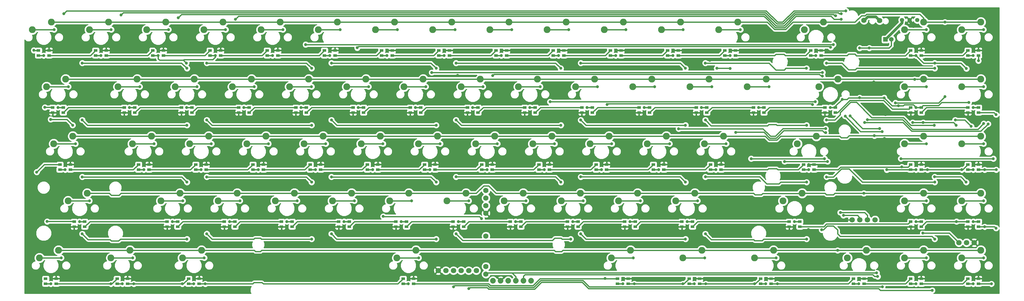
<source format=gbr>
G04 #@! TF.FileFunction,Copper,L1,Top,Signal*
%FSLAX46Y46*%
G04 Gerber Fmt 4.6, Leading zero omitted, Abs format (unit mm)*
G04 Created by KiCad (PCBNEW 4.0.2-stable) date 7/14/2016 7:04:16 PM*
%MOMM*%
G01*
G04 APERTURE LIST*
%ADD10C,0.100000*%
%ADD11C,2.286000*%
%ADD12C,1.400000*%
%ADD13C,1.800000*%
%ADD14R,1.300000X0.850000*%
%ADD15C,1.778000*%
%ADD16C,1.879600*%
%ADD17C,1.524000*%
%ADD18R,1.524000X1.524000*%
%ADD19C,1.000000*%
%ADD20C,0.406400*%
%ADD21C,0.889000*%
%ADD22C,0.508000*%
%ADD23C,0.279400*%
%ADD24C,0.254000*%
G04 APERTURE END LIST*
D10*
D11*
X362873750Y-65597500D03*
X356523750Y-68137500D03*
X362873750Y-103697500D03*
X356523750Y-106237500D03*
D12*
X355635950Y-64932850D03*
X358175950Y-64932850D03*
X360715950Y-64932850D03*
D11*
X381923750Y-141797500D03*
X375573750Y-144337500D03*
X362873750Y-141797500D03*
X356523750Y-144337500D03*
X343823750Y-141797500D03*
X337473750Y-144337500D03*
X312867500Y-141797500D03*
X306517500Y-144337500D03*
X289055000Y-141797500D03*
X282705000Y-144337500D03*
X265242500Y-141797500D03*
X258892500Y-144337500D03*
X193805000Y-141797500D03*
X187455000Y-144337500D03*
X122367500Y-141797500D03*
X116017500Y-144337500D03*
X98555000Y-141797500D03*
X92205000Y-144337500D03*
X74742500Y-141797500D03*
X68392500Y-144337500D03*
X381923750Y-122747500D03*
X375573750Y-125287500D03*
X362873750Y-122747500D03*
X356523750Y-125287500D03*
X322392500Y-122747500D03*
X316042500Y-125287500D03*
X286673750Y-122747500D03*
X280323750Y-125287500D03*
X267623750Y-122747500D03*
X261273750Y-125287500D03*
X248573750Y-122747500D03*
X242223750Y-125287500D03*
X229523750Y-122747500D03*
X223173750Y-125287500D03*
X210473750Y-122747500D03*
X204123750Y-125287500D03*
X191423750Y-122747500D03*
X185073750Y-125287500D03*
X172373750Y-122747500D03*
X166023750Y-125287500D03*
X153323750Y-122747500D03*
X146973750Y-125287500D03*
X134273750Y-122747500D03*
X127923750Y-125287500D03*
X115223750Y-122747500D03*
X108873750Y-125287500D03*
X84267500Y-122747500D03*
X77917500Y-125287500D03*
X381923750Y-103697500D03*
X375573750Y-106237500D03*
X327155000Y-103697500D03*
X320805000Y-106237500D03*
X296198750Y-103697500D03*
X289848750Y-106237500D03*
X277148750Y-103697500D03*
X270798750Y-106237500D03*
X258098750Y-103697500D03*
X251748750Y-106237500D03*
X239048750Y-103697500D03*
X232698750Y-106237500D03*
X219998750Y-103697500D03*
X213648750Y-106237500D03*
X200948750Y-103697500D03*
X194598750Y-106237500D03*
X162848750Y-103697500D03*
X156498750Y-106237500D03*
X143798750Y-103697500D03*
X137448750Y-106237500D03*
X124748750Y-103697500D03*
X118398750Y-106237500D03*
X105698750Y-103697500D03*
X99348750Y-106237500D03*
X79505000Y-103697500D03*
X73155000Y-106237500D03*
X381923750Y-84647500D03*
X375573750Y-87187500D03*
X362873750Y-84647500D03*
X356523750Y-87187500D03*
X334298950Y-84643250D03*
X327948950Y-87183250D03*
X310485950Y-84643250D03*
X304135950Y-87183250D03*
X291435550Y-84643250D03*
X285085550Y-87183250D03*
X272385150Y-84643250D03*
X266035150Y-87183250D03*
X253334750Y-84643250D03*
X246984750Y-87183250D03*
X234284350Y-84643250D03*
X227934350Y-87183250D03*
X215236250Y-84647500D03*
X208886250Y-87187500D03*
X196186250Y-84647500D03*
X189836250Y-87187500D03*
X177136250Y-84647500D03*
X170786250Y-87187500D03*
X158086250Y-84647500D03*
X151736250Y-87187500D03*
X139036250Y-84647500D03*
X132686250Y-87187500D03*
X119986250Y-84647500D03*
X113636250Y-87187500D03*
X100931550Y-84643250D03*
X94581550Y-87183250D03*
X77118550Y-84643250D03*
X70768550Y-87183250D03*
X381923750Y-65597500D03*
X375573750Y-68137500D03*
X329536350Y-65592850D03*
X323186350Y-68132850D03*
X300960750Y-65592850D03*
X294610750Y-68132850D03*
X281910350Y-65592850D03*
X275560350Y-68132850D03*
X262859950Y-65592850D03*
X256509950Y-68132850D03*
X243809550Y-65592850D03*
X237459550Y-68132850D03*
X224759150Y-65592850D03*
X218409150Y-68132850D03*
X205708750Y-65592850D03*
X199358750Y-68132850D03*
X186658350Y-65592850D03*
X180308350Y-68132850D03*
X167607950Y-65592850D03*
X161257950Y-68132850D03*
X148557550Y-65592850D03*
X142207550Y-68132850D03*
X129507150Y-65592850D03*
X123157150Y-68132850D03*
X110456750Y-65592850D03*
X104106750Y-68132850D03*
X91406350Y-65592850D03*
X85056350Y-68132850D03*
X72355950Y-65592850D03*
X66005950Y-68132850D03*
D13*
X203745950Y-148572850D03*
X201205950Y-148572850D03*
X377155950Y-139252850D03*
X346675950Y-131632850D03*
X379695950Y-139252850D03*
X206285950Y-148572850D03*
X208825950Y-148572850D03*
X213905950Y-148572850D03*
X211365950Y-148572850D03*
X374615950Y-139252850D03*
X339055950Y-131632850D03*
X344135950Y-131632850D03*
X341595950Y-131632850D03*
D14*
X118072200Y-151247850D03*
X118072200Y-152997850D03*
X121572200Y-152997850D03*
X121572200Y-151247850D03*
X94259700Y-151247850D03*
X94259700Y-152997850D03*
X97759700Y-152997850D03*
X97759700Y-151247850D03*
X358578450Y-151247850D03*
X358578450Y-152997850D03*
X362078450Y-152997850D03*
X362078450Y-151247850D03*
X339528450Y-151247850D03*
X339528450Y-152997850D03*
X343028450Y-152997850D03*
X343028450Y-151247850D03*
X377628450Y-151247850D03*
X377628450Y-152997850D03*
X381128450Y-152997850D03*
X381128450Y-151247850D03*
X308572200Y-151247850D03*
X308572200Y-152997850D03*
X312072200Y-152997850D03*
X312072200Y-151247850D03*
X284759700Y-151247850D03*
X284759700Y-152997850D03*
X288259700Y-152997850D03*
X288259700Y-151247850D03*
X260947200Y-151247850D03*
X260947200Y-152997850D03*
X264447200Y-152997850D03*
X264447200Y-151247850D03*
X189509700Y-151247850D03*
X189509700Y-152997850D03*
X193009700Y-152997850D03*
X193009700Y-151247850D03*
X70447200Y-151247850D03*
X70447200Y-152997850D03*
X73947200Y-152997850D03*
X73947200Y-151247850D03*
X381128450Y-133947850D03*
X381128450Y-132197850D03*
X377628450Y-132197850D03*
X377628450Y-133947850D03*
X362078450Y-133947850D03*
X362078450Y-132197850D03*
X358578450Y-132197850D03*
X358578450Y-133947850D03*
X321597200Y-133947850D03*
X321597200Y-132197850D03*
X318097200Y-132197850D03*
X318097200Y-133947850D03*
X285878450Y-133947850D03*
X285878450Y-132197850D03*
X282378450Y-132197850D03*
X282378450Y-133947850D03*
X247778450Y-133947850D03*
X247778450Y-132197850D03*
X244278450Y-132197850D03*
X244278450Y-133947850D03*
X228728450Y-133947850D03*
X228728450Y-132197850D03*
X225228450Y-132197850D03*
X225228450Y-133947850D03*
X209678450Y-133947850D03*
X209678450Y-132197850D03*
X206178450Y-132197850D03*
X206178450Y-133947850D03*
X190628450Y-133947850D03*
X190628450Y-132197850D03*
X187128450Y-132197850D03*
X187128450Y-133947850D03*
X171578450Y-133947850D03*
X171578450Y-132197850D03*
X168078450Y-132197850D03*
X168078450Y-133947850D03*
X152528450Y-133947850D03*
X152528450Y-132197850D03*
X149028450Y-132197850D03*
X149028450Y-133947850D03*
X133478450Y-133947850D03*
X133478450Y-132197850D03*
X129978450Y-132197850D03*
X129978450Y-133947850D03*
X114428450Y-133947850D03*
X114428450Y-132197850D03*
X110928450Y-132197850D03*
X110928450Y-133947850D03*
X83472200Y-133947850D03*
X83472200Y-132197850D03*
X79972200Y-132197850D03*
X79972200Y-133947850D03*
X377628450Y-113147850D03*
X377628450Y-114897850D03*
X381128450Y-114897850D03*
X381128450Y-113147850D03*
X358578450Y-113147850D03*
X358578450Y-114897850D03*
X362078450Y-114897850D03*
X362078450Y-113147850D03*
X322859700Y-113147850D03*
X322859700Y-114897850D03*
X326359700Y-114897850D03*
X326359700Y-113147850D03*
X291903450Y-113147850D03*
X291903450Y-114897850D03*
X295403450Y-114897850D03*
X295403450Y-113147850D03*
X272853450Y-113147850D03*
X272853450Y-114897850D03*
X276353450Y-114897850D03*
X276353450Y-113147850D03*
X253803450Y-113147850D03*
X253803450Y-114897850D03*
X257303450Y-114897850D03*
X257303450Y-113147850D03*
X234753450Y-113147850D03*
X234753450Y-114897850D03*
X238253450Y-114897850D03*
X238253450Y-113147850D03*
X215703450Y-113147850D03*
X215703450Y-114897850D03*
X219203450Y-114897850D03*
X219203450Y-113147850D03*
X196653450Y-113147850D03*
X196653450Y-114897850D03*
X200153450Y-114897850D03*
X200153450Y-113147850D03*
X177603450Y-113147850D03*
X177603450Y-114897850D03*
X181103450Y-114897850D03*
X181103450Y-113147850D03*
X158553450Y-113147850D03*
X158553450Y-114897850D03*
X162053450Y-114897850D03*
X162053450Y-113147850D03*
X139503450Y-113147850D03*
X139503450Y-114897850D03*
X143003450Y-114897850D03*
X143003450Y-113147850D03*
X120453450Y-113147850D03*
X120453450Y-114897850D03*
X123953450Y-114897850D03*
X123953450Y-113147850D03*
X101403450Y-113147850D03*
X101403450Y-114897850D03*
X104903450Y-114897850D03*
X104903450Y-113147850D03*
X75209700Y-113147850D03*
X75209700Y-114897850D03*
X78709700Y-114897850D03*
X78709700Y-113147850D03*
X381128450Y-95847850D03*
X381128450Y-94097850D03*
X377628450Y-94097850D03*
X377628450Y-95847850D03*
X362078450Y-95847850D03*
X362078450Y-94097850D03*
X358578450Y-94097850D03*
X358578450Y-95847850D03*
X333503450Y-95847850D03*
X333503450Y-94097850D03*
X330003450Y-94097850D03*
X330003450Y-95847850D03*
X309690950Y-95847850D03*
X309690950Y-94097850D03*
X306190950Y-94097850D03*
X306190950Y-95847850D03*
X290640950Y-95847850D03*
X290640950Y-94097850D03*
X287140950Y-94097850D03*
X287140950Y-95847850D03*
X271590950Y-95847850D03*
X271590950Y-94097850D03*
X268090950Y-94097850D03*
X268090950Y-95847850D03*
X252540950Y-95847850D03*
X252540950Y-94097850D03*
X249040950Y-94097850D03*
X249040950Y-95847850D03*
X233490950Y-95847850D03*
X233490950Y-94097850D03*
X229990950Y-94097850D03*
X229990950Y-95847850D03*
X214440950Y-95847850D03*
X214440950Y-94097850D03*
X210940950Y-94097850D03*
X210940950Y-95847850D03*
X195390950Y-95847850D03*
X195390950Y-94097850D03*
X191890950Y-94097850D03*
X191890950Y-95847850D03*
X176340950Y-95847850D03*
X176340950Y-94097850D03*
X172840950Y-94097850D03*
X172840950Y-95847850D03*
X157290950Y-95847850D03*
X157290950Y-94097850D03*
X153790950Y-94097850D03*
X153790950Y-95847850D03*
X138240950Y-95847850D03*
X138240950Y-94097850D03*
X134740950Y-94097850D03*
X134740950Y-95847850D03*
X119190950Y-95847850D03*
X119190950Y-94097850D03*
X115690950Y-94097850D03*
X115690950Y-95847850D03*
X100140950Y-95847850D03*
X100140950Y-94097850D03*
X96640950Y-94097850D03*
X96640950Y-95847850D03*
X76328450Y-95847850D03*
X76328450Y-94097850D03*
X72828450Y-94097850D03*
X72828450Y-95847850D03*
X377628450Y-75047850D03*
X377628450Y-76797850D03*
X381128450Y-76797850D03*
X381128450Y-75047850D03*
X358578450Y-75047850D03*
X358578450Y-76797850D03*
X362078450Y-76797850D03*
X362078450Y-75047850D03*
X325240950Y-75047850D03*
X325240950Y-76797850D03*
X328740950Y-76797850D03*
X328740950Y-75047850D03*
X296665950Y-75047850D03*
X296665950Y-76797850D03*
X300165950Y-76797850D03*
X300165950Y-75047850D03*
X277615950Y-75047850D03*
X277615950Y-76797850D03*
X281115950Y-76797850D03*
X281115950Y-75047850D03*
X258565950Y-75047850D03*
X258565950Y-76797850D03*
X262065950Y-76797850D03*
X262065950Y-75047850D03*
X239515950Y-75047850D03*
X239515950Y-76797850D03*
X243015950Y-76797850D03*
X243015950Y-75047850D03*
X220465950Y-75047850D03*
X220465950Y-76797850D03*
X223965950Y-76797850D03*
X223965950Y-75047850D03*
X201415950Y-75047850D03*
X201415950Y-76797850D03*
X204915950Y-76797850D03*
X204915950Y-75047850D03*
X182365950Y-75047850D03*
X182365950Y-76797850D03*
X185865950Y-76797850D03*
X185865950Y-75047850D03*
X163315950Y-75047850D03*
X163315950Y-76797850D03*
X166815950Y-76797850D03*
X166815950Y-75047850D03*
X144265950Y-75047850D03*
X144265950Y-76797850D03*
X147765950Y-76797850D03*
X147765950Y-75047850D03*
X125215950Y-75047850D03*
X125215950Y-76797850D03*
X128715950Y-76797850D03*
X128715950Y-75047850D03*
X106165950Y-75047850D03*
X106165950Y-76797850D03*
X109665950Y-76797850D03*
X109665950Y-75047850D03*
X87115950Y-75047850D03*
X87115950Y-76797850D03*
X90615950Y-76797850D03*
X90615950Y-75047850D03*
X68065950Y-75047850D03*
X68065950Y-76797850D03*
X71565950Y-76797850D03*
X71565950Y-75047850D03*
X266828450Y-133947850D03*
X266828450Y-132197850D03*
X263328450Y-132197850D03*
X263328450Y-133947850D03*
D15*
X217085950Y-149742850D03*
X217085950Y-147202850D03*
X217085950Y-137042850D03*
X217085950Y-129422850D03*
X217085950Y-126882850D03*
X217085950Y-124342850D03*
X217085950Y-121802850D03*
D16*
X219426950Y-151972850D03*
X221966950Y-151972850D03*
X224506950Y-151972850D03*
X227046950Y-151972850D03*
X229586950Y-151972850D03*
X232126950Y-151972850D03*
D17*
X352135950Y-71392850D03*
D18*
X350135950Y-71392850D03*
D11*
X181898750Y-103697500D03*
X175548750Y-106237500D03*
D19*
X366015950Y-134692850D03*
X326555950Y-131632850D03*
X324475950Y-134882850D03*
X350125950Y-96542850D03*
X366015950Y-96682850D03*
D15*
X350115950Y-79602850D03*
D19*
X352035950Y-107972850D03*
X349795950Y-104482850D03*
D15*
X363395950Y-62422850D03*
X359435950Y-66702850D03*
D19*
X327175950Y-81052850D03*
X351635950Y-90872850D03*
X346255950Y-85622850D03*
X208685950Y-75047850D03*
X199645950Y-75052850D03*
X218675950Y-75042850D03*
X279575950Y-151247850D03*
X306795950Y-151242850D03*
X282985950Y-151252850D03*
D15*
X218645950Y-134242850D03*
D19*
X291635950Y-78352850D03*
X288175950Y-75052850D03*
X294985950Y-75052850D03*
X245525950Y-81052850D03*
X247715950Y-75032850D03*
X256895950Y-75052850D03*
X371615950Y-82742850D03*
D15*
X337795950Y-70732850D03*
D19*
X79315950Y-98292850D03*
X120815950Y-98302850D03*
X159155950Y-96682850D03*
X199975950Y-96682850D03*
X241485950Y-96682850D03*
X282995950Y-96672850D03*
X323335950Y-96682850D03*
X327315950Y-120952850D03*
X290705950Y-120662850D03*
X249195950Y-120642850D03*
X207695950Y-120662850D03*
X166185950Y-120662850D03*
X124675950Y-120662850D03*
X83165950Y-120672850D03*
X75465950Y-134682850D03*
X116975950Y-134682850D03*
X158485950Y-134682850D03*
X199975950Y-134682850D03*
X241485950Y-134682850D03*
X286855950Y-136292850D03*
X286855950Y-81052850D03*
X207695950Y-83382850D03*
X166185950Y-82662850D03*
X124675950Y-82662850D03*
X83155950Y-82662850D03*
X379385950Y-151252850D03*
X360335950Y-151252850D03*
X341285950Y-151252850D03*
X310325950Y-151252850D03*
X286515950Y-151252850D03*
X262705950Y-151252850D03*
X191265950Y-151252850D03*
X119825950Y-151252850D03*
X96015950Y-151252850D03*
X72205950Y-151252850D03*
X379375950Y-133942850D03*
X360325950Y-133942850D03*
X319845950Y-133942850D03*
X284125950Y-133942850D03*
X265075950Y-133942850D03*
X246025950Y-133942850D03*
X226975950Y-133942850D03*
X207925950Y-133942850D03*
X188875950Y-133942850D03*
X169825950Y-133942850D03*
X150775950Y-133942850D03*
X131725950Y-133942850D03*
X112675950Y-133942850D03*
X81715950Y-133942850D03*
X379385950Y-113152850D03*
X360335950Y-113152850D03*
X324615950Y-113152850D03*
X293655950Y-113152850D03*
X274605950Y-113152850D03*
X255555950Y-113152850D03*
X236505950Y-113152850D03*
X217455950Y-113152850D03*
X198405950Y-113152850D03*
X179355950Y-113152850D03*
X160305950Y-113152850D03*
X141255950Y-113152850D03*
X122205950Y-113152850D03*
X103155950Y-113152850D03*
X76965950Y-113152850D03*
X379375950Y-95842850D03*
X360325950Y-95842850D03*
X331745950Y-95842850D03*
X307935950Y-95842850D03*
X288885950Y-95842850D03*
X269835950Y-95842850D03*
X250785950Y-95842850D03*
X231735950Y-95842850D03*
X212685950Y-95842850D03*
X193635950Y-95842850D03*
X174585950Y-95842850D03*
X155535950Y-95842850D03*
X136485950Y-95842850D03*
X117435950Y-95842850D03*
X98385950Y-95842850D03*
X74575950Y-95842850D03*
X379385950Y-75052850D03*
X360325950Y-75052850D03*
X326995950Y-75052850D03*
X298415950Y-75052850D03*
X279365950Y-75052850D03*
X260315950Y-75052850D03*
X241265950Y-75052850D03*
X222215950Y-75052850D03*
X203165950Y-75052850D03*
X184115950Y-75052850D03*
X165065950Y-75052850D03*
X146015950Y-75052850D03*
X126965950Y-75052850D03*
X107915950Y-75052850D03*
X88865950Y-75042850D03*
X69815950Y-75052850D03*
X362615950Y-136042850D03*
X341535950Y-90852850D03*
X335765950Y-91402850D03*
X349735950Y-90882850D03*
X298415950Y-81102850D03*
X294005950Y-81032850D03*
X117305950Y-79292850D03*
X72115950Y-98102850D03*
X79455950Y-100052850D03*
X377105950Y-81142850D03*
D15*
X342995950Y-64992850D03*
X348205950Y-65092850D03*
D19*
X344765950Y-74262850D03*
X341545950Y-74282850D03*
X350585950Y-114922850D03*
X354515950Y-93542850D03*
X366525950Y-117292850D03*
X377025950Y-119042850D03*
X373715950Y-100052850D03*
X377905950Y-92462850D03*
X359205950Y-99142850D03*
X362715950Y-99142850D03*
X366555950Y-79302850D03*
X379375950Y-152992850D03*
X360325950Y-152992850D03*
X341275950Y-152992850D03*
X310315950Y-152992850D03*
X286505950Y-152992850D03*
X262695950Y-152992850D03*
X191255950Y-152992850D03*
X119815950Y-152992850D03*
X96005950Y-152992850D03*
X72185950Y-152992850D03*
X379385950Y-132202850D03*
X360335950Y-132202850D03*
X319845950Y-132202850D03*
X284135950Y-132202850D03*
X265085950Y-132202850D03*
X246035950Y-132202850D03*
X226985950Y-132202850D03*
X207935950Y-132202850D03*
X188885950Y-132202850D03*
X169825950Y-132202850D03*
X150785950Y-132202850D03*
X131735950Y-132202850D03*
X112685950Y-132202850D03*
X81725950Y-132202850D03*
X379375950Y-114892850D03*
X360325950Y-114892850D03*
X324605950Y-114892850D03*
X293645950Y-114892850D03*
X274595950Y-114892850D03*
X255545950Y-114892850D03*
X236495950Y-114892850D03*
X217445950Y-114892850D03*
X198395950Y-114892850D03*
X179345950Y-114892850D03*
X160295950Y-114892850D03*
X141245950Y-114892850D03*
X122195950Y-114892850D03*
X103145950Y-114892850D03*
X76955950Y-114892850D03*
X379385950Y-94102850D03*
X360335950Y-94102850D03*
X331755950Y-94102850D03*
X307945950Y-94102850D03*
X288895950Y-94102850D03*
X269845950Y-94102850D03*
X250795950Y-94102850D03*
X231745950Y-94102850D03*
X212695950Y-94102850D03*
X193645950Y-94102850D03*
X174595950Y-94102850D03*
X155545950Y-94102850D03*
X136495950Y-94102850D03*
X117445950Y-94102850D03*
X98395950Y-94102850D03*
X74575950Y-94102850D03*
X379375950Y-76792850D03*
X360325950Y-76792850D03*
X326985950Y-76792850D03*
X298415950Y-76792850D03*
X279365950Y-76792850D03*
X260315950Y-76792850D03*
X241265950Y-76792850D03*
X222215950Y-76792850D03*
X203165950Y-76792850D03*
X184115950Y-76792850D03*
X165065950Y-76792850D03*
X146015950Y-76792850D03*
X126965950Y-76792850D03*
X107915950Y-76802850D03*
X88865950Y-76802850D03*
X69815950Y-76792850D03*
X73265950Y-68112850D03*
X111365950Y-68132850D03*
X149455950Y-68132850D03*
X76525950Y-62782850D03*
X336965950Y-61862850D03*
X168505950Y-68132850D03*
X187555950Y-68132850D03*
X206805950Y-68132850D03*
X225655950Y-68132850D03*
X244695950Y-68132850D03*
X95545950Y-63222850D03*
X335425950Y-62782850D03*
X263745950Y-68132850D03*
X282785950Y-68132850D03*
X301845950Y-68132850D03*
X114635950Y-64142850D03*
X333575950Y-63462850D03*
X363775950Y-68132850D03*
X382825950Y-68132850D03*
X78015950Y-87182850D03*
X101815950Y-87182850D03*
X120865950Y-87182850D03*
X133665950Y-64652850D03*
X335415950Y-64662850D03*
X139915950Y-87192850D03*
X158995950Y-87182850D03*
X178015950Y-87182850D03*
X197065950Y-87182850D03*
X332765950Y-73112850D03*
X157035950Y-73112850D03*
X216115950Y-87182850D03*
X235175950Y-87182850D03*
X254215950Y-87182850D03*
X273285950Y-87182850D03*
X174225950Y-74172850D03*
X331895950Y-74022850D03*
X292295950Y-87182850D03*
X311365950Y-87182850D03*
X363785950Y-87182850D03*
X382835950Y-87182850D03*
X199035950Y-82452850D03*
X329175950Y-82422850D03*
X338375950Y-96972850D03*
X348245950Y-101162850D03*
X80405950Y-106232850D03*
X106575950Y-106232850D03*
X125635950Y-106232850D03*
X144675950Y-106232850D03*
X329125950Y-83672850D03*
X219365950Y-83452850D03*
X336755950Y-97012850D03*
X349055950Y-102142850D03*
X163755950Y-106232850D03*
X182785950Y-106242850D03*
X201835950Y-106232850D03*
X220905950Y-106232850D03*
X238445950Y-92232850D03*
X326785950Y-92222850D03*
X239935950Y-106242850D03*
X258995950Y-106242850D03*
X278255950Y-106232850D03*
X297085950Y-106232850D03*
X325875950Y-93152850D03*
X257475950Y-93142850D03*
X363765950Y-106232850D03*
X382815950Y-106242850D03*
X85065939Y-125272858D03*
X330235950Y-101202850D03*
X281275950Y-101222850D03*
X116125950Y-125282850D03*
X135165950Y-125282850D03*
X154225950Y-125282850D03*
X173285950Y-125292850D03*
X192325950Y-125292850D03*
X330225950Y-102502850D03*
X300325950Y-102442850D03*
X211385950Y-125282850D03*
X230425950Y-125272850D03*
X249485950Y-125282850D03*
X268515950Y-125282850D03*
X287575950Y-125282850D03*
X329855950Y-111222850D03*
X305435950Y-111222850D03*
X363775950Y-125282850D03*
X382825950Y-125282850D03*
X330845950Y-112172850D03*
X316565950Y-112172850D03*
X75645950Y-144332850D03*
X99455950Y-144332850D03*
X123285950Y-144332850D03*
X194705950Y-144332850D03*
X266135950Y-144332850D03*
X211365950Y-154552850D03*
X365735950Y-155182850D03*
X289965950Y-144332850D03*
X313765950Y-144342850D03*
X363765950Y-144332850D03*
X382825950Y-144332850D03*
X355285950Y-111202850D03*
X386075950Y-111212850D03*
X206285950Y-153962850D03*
X349105950Y-153962850D03*
X384335950Y-99632850D03*
X343215950Y-99122850D03*
X382865950Y-99492850D03*
X344145950Y-98162850D03*
X347205950Y-149342850D03*
X336155950Y-130162850D03*
X347565950Y-150542850D03*
X335145950Y-129192850D03*
X359855950Y-84772850D03*
X342955950Y-122792850D03*
X346445950Y-103552850D03*
X369945950Y-90462850D03*
X369955950Y-65602850D03*
X353465950Y-92592850D03*
X215635950Y-131232850D03*
X182895950Y-130482850D03*
X334205950Y-141822850D03*
X92285950Y-68132850D03*
X130395950Y-68132850D03*
X70195950Y-94092850D03*
X66515950Y-75042850D03*
X381115950Y-78512850D03*
X383185950Y-114902850D03*
X387055950Y-114902850D03*
X386995950Y-96512850D03*
X70945950Y-132192850D03*
X67465950Y-115692850D03*
X355585950Y-113992850D03*
X375565950Y-114892850D03*
X364135950Y-114902850D03*
X373795950Y-132202850D03*
X383195950Y-133942850D03*
X385435950Y-152992850D03*
X386985950Y-134422850D03*
X92195950Y-152992850D03*
X115965950Y-152992850D03*
X99815950Y-153002850D03*
X123625950Y-153012850D03*
X256755950Y-151242850D03*
X282695950Y-152992850D03*
X266505950Y-153002850D03*
X306515950Y-153002850D03*
X290325950Y-153002850D03*
X314135950Y-153002850D03*
X117515950Y-81052850D03*
X82625950Y-79292850D03*
X159025950Y-81042850D03*
X124135950Y-79302850D03*
X200535950Y-81052850D03*
X165635950Y-79292850D03*
X242025950Y-81042850D03*
X207145950Y-79302850D03*
X283535950Y-81042850D03*
X248655950Y-79302850D03*
X290155950Y-79292850D03*
X323865950Y-81042850D03*
X366545950Y-81052850D03*
X330495950Y-79292850D03*
X117505950Y-119042850D03*
X82625950Y-117302850D03*
X159025950Y-119042850D03*
X124125950Y-117302850D03*
X82625950Y-98292850D03*
X117505950Y-100042850D03*
X124135950Y-98292850D03*
X159025950Y-100052850D03*
X165655950Y-98292850D03*
X200525950Y-100052850D03*
X207145950Y-98292850D03*
X242045950Y-100042850D03*
X248655950Y-98302850D03*
X283545950Y-100042850D03*
X290175950Y-98292850D03*
X323875950Y-100042850D03*
X366425950Y-100052850D03*
X330505950Y-98302850D03*
X378705950Y-100432850D03*
X373405950Y-98292850D03*
X200525950Y-119052850D03*
X165645950Y-117302850D03*
X242035950Y-119052850D03*
X207145950Y-117292850D03*
X283545950Y-119052850D03*
X248655950Y-117292850D03*
X323875950Y-119042850D03*
X290175950Y-117292850D03*
X330525950Y-117302850D03*
X366555950Y-119042850D03*
X82635950Y-136302850D03*
X117505950Y-138052850D03*
X124135950Y-136292850D03*
X159035950Y-138042850D03*
X165645950Y-136302850D03*
X200525950Y-138052850D03*
X207165950Y-136292850D03*
X245305950Y-138042850D03*
X248665950Y-136292850D03*
X283545950Y-138042850D03*
X290185950Y-136302850D03*
X323875950Y-138042850D03*
X366555950Y-138042850D03*
X328945950Y-134962850D03*
D20*
X358578450Y-133947850D02*
X358578450Y-134685369D01*
X364045947Y-134692850D02*
X366015950Y-134692850D01*
X363665939Y-135072858D02*
X364045947Y-134692850D01*
X358965939Y-135072858D02*
X363665939Y-135072858D01*
X358578450Y-134685369D02*
X358965939Y-135072858D01*
X339055950Y-131632850D02*
X326555950Y-131632850D01*
X358578450Y-95847850D02*
X350820950Y-95847850D01*
X350820950Y-95847850D02*
X350125950Y-96542850D01*
X90615950Y-75047850D02*
X103180950Y-75047850D01*
X106415950Y-73552850D02*
X107915950Y-75052850D01*
X104675950Y-73552850D02*
X106415950Y-73552850D01*
X103180950Y-75047850D02*
X104675950Y-73552850D01*
D21*
X350115950Y-79602850D02*
X350095950Y-79602850D01*
D20*
X352035950Y-107972850D02*
X352035950Y-106722850D01*
X352035950Y-106722850D02*
X349795950Y-104482850D01*
D21*
X358175950Y-64932850D02*
X358175950Y-65442850D01*
X358175950Y-65442850D02*
X359435950Y-66702850D01*
D20*
X199640950Y-75047850D02*
X199645950Y-75052850D01*
X199640950Y-75047850D02*
X185865950Y-75047850D01*
X218670950Y-75047850D02*
X218675950Y-75042850D01*
X218670950Y-75047850D02*
X208685950Y-75047850D01*
X208685950Y-75047850D02*
X204915950Y-75047850D01*
X306790950Y-151247850D02*
X306795950Y-151242850D01*
X306790950Y-151247850D02*
X288259700Y-151247850D01*
X282980950Y-151247850D02*
X282985950Y-151252850D01*
X282980950Y-151247850D02*
X279575950Y-151247850D01*
X279575950Y-151247850D02*
X264447200Y-151247850D01*
X288175950Y-75052850D02*
X288175950Y-75047850D01*
X288175950Y-75047850D02*
X288175950Y-75052850D01*
X288175950Y-75052850D02*
X288175950Y-75047850D01*
X294980950Y-75047850D02*
X294985950Y-75052850D01*
X294980950Y-75047850D02*
X288175950Y-75047850D01*
X288175950Y-75047850D02*
X281115950Y-75047850D01*
X247715950Y-75032850D02*
X247715950Y-75047850D01*
X247715950Y-75047850D02*
X247715950Y-75032850D01*
X247715950Y-75032850D02*
X247715950Y-75047850D01*
X256890950Y-75047850D02*
X247715950Y-75047850D01*
X247715950Y-75047850D02*
X243015950Y-75047850D01*
X256890950Y-75047850D02*
X256895950Y-75052850D01*
D22*
X337795950Y-70732850D02*
X337805950Y-70722850D01*
D20*
X381123450Y-151252850D02*
X379385950Y-151252850D01*
X381123450Y-151252850D02*
X381128450Y-151247850D01*
X362073450Y-151252850D02*
X360335950Y-151252850D01*
X362073450Y-151252850D02*
X362078450Y-151247850D01*
X343023450Y-151252850D02*
X341285950Y-151252850D01*
X343023450Y-151252850D02*
X343028450Y-151247850D01*
X312067200Y-151252850D02*
X310325950Y-151252850D01*
X312067200Y-151252850D02*
X312072200Y-151247850D01*
X288254700Y-151252850D02*
X286515950Y-151252850D01*
X288254700Y-151252850D02*
X288259700Y-151247850D01*
X264442200Y-151252850D02*
X262705950Y-151252850D01*
X264442200Y-151252850D02*
X264447200Y-151247850D01*
X193004700Y-151252850D02*
X191265950Y-151252850D01*
X193004700Y-151252850D02*
X193009700Y-151247850D01*
X121567200Y-151252850D02*
X119825950Y-151252850D01*
X121567200Y-151252850D02*
X121572200Y-151247850D01*
X97754700Y-151252850D02*
X96015950Y-151252850D01*
X97754700Y-151252850D02*
X97759700Y-151247850D01*
X73942200Y-151252850D02*
X72205950Y-151252850D01*
X73942200Y-151252850D02*
X73947200Y-151247850D01*
X377633450Y-133942850D02*
X379375950Y-133942850D01*
X377633450Y-133942850D02*
X377628450Y-133947850D01*
X358583450Y-133942850D02*
X360325950Y-133942850D01*
X358583450Y-133942850D02*
X358578450Y-133947850D01*
X318102200Y-133942850D02*
X319845950Y-133942850D01*
X318102200Y-133942850D02*
X318097200Y-133947850D01*
X282383450Y-133942850D02*
X284125950Y-133942850D01*
X282383450Y-133942850D02*
X282378450Y-133947850D01*
X263333450Y-133942850D02*
X265075950Y-133942850D01*
X263333450Y-133942850D02*
X263328450Y-133947850D01*
X244283450Y-133942850D02*
X246025950Y-133942850D01*
X244283450Y-133942850D02*
X244278450Y-133947850D01*
X225233450Y-133942850D02*
X226975950Y-133942850D01*
X225233450Y-133942850D02*
X225228450Y-133947850D01*
X206183450Y-133942850D02*
X207925950Y-133942850D01*
X206183450Y-133942850D02*
X206178450Y-133947850D01*
X187133450Y-133942850D02*
X188875950Y-133942850D01*
X187133450Y-133942850D02*
X187128450Y-133947850D01*
X168083450Y-133942850D02*
X169825950Y-133942850D01*
X168083450Y-133942850D02*
X168078450Y-133947850D01*
X149033450Y-133942850D02*
X150775950Y-133942850D01*
X149033450Y-133942850D02*
X149028450Y-133947850D01*
X129983450Y-133942850D02*
X131725950Y-133942850D01*
X129983450Y-133942850D02*
X129978450Y-133947850D01*
X112675950Y-133942850D02*
X112105950Y-133942850D01*
X112100950Y-133947850D02*
X110928450Y-133947850D01*
X112105950Y-133942850D02*
X112100950Y-133947850D01*
X79977200Y-133942850D02*
X81715950Y-133942850D01*
X79977200Y-133942850D02*
X79972200Y-133947850D01*
X381123450Y-113152850D02*
X379385950Y-113152850D01*
X381123450Y-113152850D02*
X381128450Y-113147850D01*
X362073450Y-113152850D02*
X360335950Y-113152850D01*
X362073450Y-113152850D02*
X362078450Y-113147850D01*
X326354700Y-113152850D02*
X324615950Y-113152850D01*
X326354700Y-113152850D02*
X326359700Y-113147850D01*
X295398450Y-113152850D02*
X293655950Y-113152850D01*
X295398450Y-113152850D02*
X295403450Y-113147850D01*
X276348450Y-113152850D02*
X274605950Y-113152850D01*
X276348450Y-113152850D02*
X276353450Y-113147850D01*
X257298450Y-113152850D02*
X255555950Y-113152850D01*
X257298450Y-113152850D02*
X257303450Y-113147850D01*
X238248450Y-113152850D02*
X236505950Y-113152850D01*
X238248450Y-113152850D02*
X238253450Y-113147850D01*
X219198450Y-113152850D02*
X217455950Y-113152850D01*
X219198450Y-113152850D02*
X219203450Y-113147850D01*
X200148450Y-113152850D02*
X198405950Y-113152850D01*
X200148450Y-113152850D02*
X200153450Y-113147850D01*
X181098450Y-113152850D02*
X179355950Y-113152850D01*
X181098450Y-113152850D02*
X181103450Y-113147850D01*
X162048450Y-113152850D02*
X160305950Y-113152850D01*
X162048450Y-113152850D02*
X162053450Y-113147850D01*
X142998450Y-113152850D02*
X141255950Y-113152850D01*
X142998450Y-113152850D02*
X143003450Y-113147850D01*
X123948450Y-113152850D02*
X122205950Y-113152850D01*
X123948450Y-113152850D02*
X123953450Y-113147850D01*
X103155950Y-113152850D02*
X104135950Y-113152850D01*
X104140950Y-113147850D02*
X104903450Y-113147850D01*
X104135950Y-113152850D02*
X104140950Y-113147850D01*
X78704700Y-113152850D02*
X76965950Y-113152850D01*
X78704700Y-113152850D02*
X78709700Y-113147850D01*
X377633450Y-95842850D02*
X379375950Y-95842850D01*
X377633450Y-95842850D02*
X377628450Y-95847850D01*
X358583450Y-95842850D02*
X360325950Y-95842850D01*
X358583450Y-95842850D02*
X358578450Y-95847850D01*
X330008450Y-95842850D02*
X331745950Y-95842850D01*
X330008450Y-95842850D02*
X330003450Y-95847850D01*
X306195950Y-95842850D02*
X307935950Y-95842850D01*
X306195950Y-95842850D02*
X306190950Y-95847850D01*
X287145950Y-95842850D02*
X288885950Y-95842850D01*
X287145950Y-95842850D02*
X287140950Y-95847850D01*
X268095950Y-95842850D02*
X269835950Y-95842850D01*
X268095950Y-95842850D02*
X268090950Y-95847850D01*
X249045950Y-95842850D02*
X250785950Y-95842850D01*
X249045950Y-95842850D02*
X249040950Y-95847850D01*
X229995950Y-95842850D02*
X231735950Y-95842850D01*
X229995950Y-95842850D02*
X229990950Y-95847850D01*
X210945950Y-95842850D02*
X212685950Y-95842850D01*
X210945950Y-95842850D02*
X210940950Y-95847850D01*
X191895950Y-95842850D02*
X193635950Y-95842850D01*
X191895950Y-95842850D02*
X191890950Y-95847850D01*
X172845950Y-95842850D02*
X174585950Y-95842850D01*
X172845950Y-95842850D02*
X172840950Y-95847850D01*
X153795950Y-95842850D02*
X155535950Y-95842850D01*
X153795950Y-95842850D02*
X153790950Y-95847850D01*
X134745950Y-95842850D02*
X136485950Y-95842850D01*
X134745950Y-95842850D02*
X134740950Y-95847850D01*
X115695950Y-95842850D02*
X117435950Y-95842850D01*
X115695950Y-95842850D02*
X115690950Y-95847850D01*
X96645950Y-95842850D02*
X98385950Y-95842850D01*
X96645950Y-95842850D02*
X96640950Y-95847850D01*
X72833450Y-95842850D02*
X74575950Y-95842850D01*
X72833450Y-95842850D02*
X72828450Y-95847850D01*
X381123450Y-75052850D02*
X379385950Y-75052850D01*
X381123450Y-75052850D02*
X381128450Y-75047850D01*
X362073450Y-75052850D02*
X360325950Y-75052850D01*
X362073450Y-75052850D02*
X362078450Y-75047850D01*
X328735950Y-75052850D02*
X326995950Y-75052850D01*
X328735950Y-75052850D02*
X328740950Y-75047850D01*
X300160950Y-75052850D02*
X298415950Y-75052850D01*
X300160950Y-75052850D02*
X300165950Y-75047850D01*
X281110950Y-75052850D02*
X279365950Y-75052850D01*
X281110950Y-75052850D02*
X281115950Y-75047850D01*
X262060950Y-75052850D02*
X260315950Y-75052850D01*
X262060950Y-75052850D02*
X262065950Y-75047850D01*
X243010950Y-75052850D02*
X241265950Y-75052850D01*
X243010950Y-75052850D02*
X243015950Y-75047850D01*
X223960950Y-75052850D02*
X222215950Y-75052850D01*
X223960950Y-75052850D02*
X223965950Y-75047850D01*
X204910950Y-75052850D02*
X203165950Y-75052850D01*
X204910950Y-75052850D02*
X204915950Y-75047850D01*
X185860950Y-75052850D02*
X184115950Y-75052850D01*
X185860950Y-75052850D02*
X185865950Y-75047850D01*
X166810950Y-75052850D02*
X165065950Y-75052850D01*
X166810950Y-75052850D02*
X166815950Y-75047850D01*
X147760950Y-75052850D02*
X146015950Y-75052850D01*
X147760950Y-75052850D02*
X147765950Y-75047850D01*
X128710950Y-75052850D02*
X126965950Y-75052850D01*
X128710950Y-75052850D02*
X128715950Y-75047850D01*
X109660950Y-75052850D02*
X107915950Y-75052850D01*
X109660950Y-75052850D02*
X109665950Y-75047850D01*
X90610950Y-75042850D02*
X88865950Y-75042850D01*
X90610950Y-75042850D02*
X90615950Y-75047850D01*
X71560950Y-75052850D02*
X69815950Y-75052850D01*
X71560950Y-75052850D02*
X71565950Y-75047850D01*
X362615950Y-136042850D02*
X371405950Y-136042850D01*
X371405950Y-136042850D02*
X374615950Y-139252850D01*
X333503450Y-94097850D02*
X333503450Y-93665350D01*
X333503450Y-93665350D02*
X335765950Y-91402850D01*
X341535950Y-90852850D02*
X341535950Y-90882850D01*
X341535950Y-90882850D02*
X341535950Y-90852850D01*
X341535950Y-90852850D02*
X341535950Y-90882850D01*
X349735950Y-90882850D02*
X341535950Y-90882850D01*
X341535950Y-90882850D02*
X337885950Y-90882850D01*
X337885950Y-90882850D02*
X337365950Y-91402850D01*
X337365950Y-91402850D02*
X335765950Y-91402850D01*
X354515950Y-93542850D02*
X352395950Y-93542850D01*
X352395950Y-93542850D02*
X349735950Y-90882850D01*
X298345950Y-81032850D02*
X298415950Y-81102850D01*
X294005950Y-81032850D02*
X298345950Y-81032850D01*
X126965950Y-76792850D02*
X126965950Y-77312850D01*
X116545950Y-78132850D02*
X116345950Y-78332850D01*
X126145950Y-78132850D02*
X116545950Y-78132850D01*
X126965950Y-77312850D02*
X126145950Y-78132850D01*
X116345950Y-78332850D02*
X117305950Y-79292850D01*
X107915950Y-77842850D02*
X108405950Y-78332850D01*
X107915950Y-77842850D02*
X107915950Y-76802850D01*
X108405950Y-78332850D02*
X116345950Y-78332850D01*
X72115950Y-98102850D02*
X77505950Y-98102850D01*
X77505950Y-98102850D02*
X79455950Y-100052850D01*
X375265950Y-79302850D02*
X377105950Y-81142850D01*
X375265950Y-79302850D02*
X366555950Y-79302850D01*
D21*
X342995950Y-64992850D02*
X343085950Y-64992850D01*
X346925950Y-63812850D02*
X348205950Y-65092850D01*
X344265950Y-63812850D02*
X346925950Y-63812850D01*
X343085950Y-64992850D02*
X344265950Y-63812850D01*
D23*
X344765950Y-74262850D02*
X344765950Y-74282850D01*
X344765950Y-74282850D02*
X344765950Y-74262850D01*
X344765950Y-74262850D02*
X344765950Y-74282850D01*
D20*
X341545950Y-74282850D02*
X344765950Y-74282850D01*
X344765950Y-74282850D02*
X351365950Y-74282850D01*
X352135950Y-73512850D02*
X352135950Y-71392850D01*
X351365950Y-74282850D02*
X352135950Y-73512850D01*
X358553450Y-114922850D02*
X350585950Y-114922850D01*
X358553450Y-114922850D02*
X358578450Y-114897850D01*
X354515950Y-93542850D02*
X356115552Y-93542850D01*
X356115552Y-93542850D02*
X356455950Y-93202452D01*
X356455950Y-93202452D02*
X359435552Y-93202452D01*
X359435552Y-93202452D02*
X360335950Y-94102850D01*
X366525950Y-117292850D02*
X375275950Y-117292850D01*
X375275950Y-117292850D02*
X377025950Y-119042850D01*
X372805950Y-99142850D02*
X373715950Y-100052850D01*
X372805950Y-99142850D02*
X362715950Y-99142850D01*
X377905950Y-92462850D02*
X368865950Y-92462850D01*
X362688052Y-93488248D02*
X362078450Y-94097850D01*
X367840552Y-93488248D02*
X362688052Y-93488248D01*
X368865950Y-92462850D02*
X367840552Y-93488248D01*
X359205950Y-99142850D02*
X362715950Y-99142850D01*
X366555950Y-79302850D02*
X362835950Y-79302850D01*
X362835950Y-79302850D02*
X360325950Y-76792850D01*
X377633450Y-152992850D02*
X379375950Y-152992850D01*
X377633450Y-152992850D02*
X377628450Y-152997850D01*
X358583450Y-152992850D02*
X360325950Y-152992850D01*
X358583450Y-152992850D02*
X358578450Y-152997850D01*
X339533450Y-152992850D02*
X341275950Y-152992850D01*
X339533450Y-152992850D02*
X339528450Y-152997850D01*
X308577200Y-152992850D02*
X310315950Y-152992850D01*
X308577200Y-152992850D02*
X308572200Y-152997850D01*
X284764700Y-152992850D02*
X286505950Y-152992850D01*
X284764700Y-152992850D02*
X284759700Y-152997850D01*
X260952200Y-152992850D02*
X262695950Y-152992850D01*
X260952200Y-152992850D02*
X260947200Y-152997850D01*
X189514700Y-152992850D02*
X191255950Y-152992850D01*
X189514700Y-152992850D02*
X189509700Y-152997850D01*
X118077200Y-152992850D02*
X119815950Y-152992850D01*
X118077200Y-152992850D02*
X118072200Y-152997850D01*
X94264700Y-152992850D02*
X96005950Y-152992850D01*
X94264700Y-152992850D02*
X94259700Y-152997850D01*
X70452200Y-152992850D02*
X72185950Y-152992850D01*
X70452200Y-152992850D02*
X70447200Y-152997850D01*
X381123450Y-132202850D02*
X379385950Y-132202850D01*
X381123450Y-132202850D02*
X381128450Y-132197850D01*
X362073450Y-132202850D02*
X360335950Y-132202850D01*
X362073450Y-132202850D02*
X362078450Y-132197850D01*
X321592200Y-132202850D02*
X319845950Y-132202850D01*
X321592200Y-132202850D02*
X321597200Y-132197850D01*
X285873450Y-132202850D02*
X284135950Y-132202850D01*
X285873450Y-132202850D02*
X285878450Y-132197850D01*
X266823450Y-132202850D02*
X265085950Y-132202850D01*
X266823450Y-132202850D02*
X266828450Y-132197850D01*
X247773450Y-132202850D02*
X246035950Y-132202850D01*
X247773450Y-132202850D02*
X247778450Y-132197850D01*
X228723450Y-132202850D02*
X226985950Y-132202850D01*
X228723450Y-132202850D02*
X228728450Y-132197850D01*
X209673450Y-132202850D02*
X207935950Y-132202850D01*
X209673450Y-132202850D02*
X209678450Y-132197850D01*
X190623450Y-132202850D02*
X188885950Y-132202850D01*
X190623450Y-132202850D02*
X190628450Y-132197850D01*
X171573450Y-132202850D02*
X169825950Y-132202850D01*
X171573450Y-132202850D02*
X171578450Y-132197850D01*
X152523450Y-132202850D02*
X150785950Y-132202850D01*
X152523450Y-132202850D02*
X152528450Y-132197850D01*
X133473450Y-132202850D02*
X131735950Y-132202850D01*
X133473450Y-132202850D02*
X133478450Y-132197850D01*
X114423450Y-132202850D02*
X112685950Y-132202850D01*
X114423450Y-132202850D02*
X114428450Y-132197850D01*
X83467200Y-132202850D02*
X81725950Y-132202850D01*
X83467200Y-132202850D02*
X83472200Y-132197850D01*
X377633450Y-114892850D02*
X379375950Y-114892850D01*
X377633450Y-114892850D02*
X377628450Y-114897850D01*
X358583450Y-114892850D02*
X360325950Y-114892850D01*
X358583450Y-114892850D02*
X358578450Y-114897850D01*
X322864700Y-114892850D02*
X324605950Y-114892850D01*
X322864700Y-114892850D02*
X322859700Y-114897850D01*
X291908450Y-114892850D02*
X293645950Y-114892850D01*
X291908450Y-114892850D02*
X291903450Y-114897850D01*
X272858450Y-114892850D02*
X274595950Y-114892850D01*
X272858450Y-114892850D02*
X272853450Y-114897850D01*
X253808450Y-114892850D02*
X255545950Y-114892850D01*
X253808450Y-114892850D02*
X253803450Y-114897850D01*
X234758450Y-114892850D02*
X236495950Y-114892850D01*
X234758450Y-114892850D02*
X234753450Y-114897850D01*
X215708450Y-114892850D02*
X217445950Y-114892850D01*
X215708450Y-114892850D02*
X215703450Y-114897850D01*
X196658450Y-114892850D02*
X198395950Y-114892850D01*
X196658450Y-114892850D02*
X196653450Y-114897850D01*
X177608450Y-114892850D02*
X179345950Y-114892850D01*
X177608450Y-114892850D02*
X177603450Y-114897850D01*
X158558450Y-114892850D02*
X160295950Y-114892850D01*
X158558450Y-114892850D02*
X158553450Y-114897850D01*
X139508450Y-114892850D02*
X141245950Y-114892850D01*
X139508450Y-114892850D02*
X139503450Y-114897850D01*
X120458450Y-114892850D02*
X122195950Y-114892850D01*
X120458450Y-114892850D02*
X120453450Y-114897850D01*
X101408450Y-114892850D02*
X103145950Y-114892850D01*
X101408450Y-114892850D02*
X101403450Y-114897850D01*
X75214700Y-114892850D02*
X76955950Y-114892850D01*
X75214700Y-114892850D02*
X75209700Y-114897850D01*
X381123450Y-94102850D02*
X379385950Y-94102850D01*
X381123450Y-94102850D02*
X381128450Y-94097850D01*
X362073450Y-94102850D02*
X360335950Y-94102850D01*
X362073450Y-94102850D02*
X362078450Y-94097850D01*
X333498450Y-94102850D02*
X331755950Y-94102850D01*
X333498450Y-94102850D02*
X333503450Y-94097850D01*
X309685950Y-94102850D02*
X307945950Y-94102850D01*
X309685950Y-94102850D02*
X309690950Y-94097850D01*
X290635950Y-94102850D02*
X288895950Y-94102850D01*
X290635950Y-94102850D02*
X290640950Y-94097850D01*
X271585950Y-94102850D02*
X269845950Y-94102850D01*
X271585950Y-94102850D02*
X271590950Y-94097850D01*
X252535950Y-94102850D02*
X250795950Y-94102850D01*
X252535950Y-94102850D02*
X252540950Y-94097850D01*
X233485950Y-94102850D02*
X231745950Y-94102850D01*
X233485950Y-94102850D02*
X233490950Y-94097850D01*
X214435950Y-94102850D02*
X212695950Y-94102850D01*
X214435950Y-94102850D02*
X214440950Y-94097850D01*
X195385950Y-94102850D02*
X193645950Y-94102850D01*
X195385950Y-94102850D02*
X195390950Y-94097850D01*
X176335950Y-94102850D02*
X174595950Y-94102850D01*
X176335950Y-94102850D02*
X176340950Y-94097850D01*
X157285950Y-94102850D02*
X155545950Y-94102850D01*
X157285950Y-94102850D02*
X157290950Y-94097850D01*
X138235950Y-94102850D02*
X136495950Y-94102850D01*
X138235950Y-94102850D02*
X138240950Y-94097850D01*
X119185950Y-94102850D02*
X117445950Y-94102850D01*
X119185950Y-94102850D02*
X119190950Y-94097850D01*
X100135950Y-94102850D02*
X98395950Y-94102850D01*
X100135950Y-94102850D02*
X100140950Y-94097850D01*
X76323450Y-94102850D02*
X74575950Y-94102850D01*
X76323450Y-94102850D02*
X76328450Y-94097850D01*
X377633450Y-76792850D02*
X379375950Y-76792850D01*
X377633450Y-76792850D02*
X377628450Y-76797850D01*
X358583450Y-76792850D02*
X360325950Y-76792850D01*
X358583450Y-76792850D02*
X358578450Y-76797850D01*
X325245950Y-76792850D02*
X326985950Y-76792850D01*
X325245950Y-76792850D02*
X325240950Y-76797850D01*
X296670950Y-76792850D02*
X298415950Y-76792850D01*
X296670950Y-76792850D02*
X296665950Y-76797850D01*
X277620950Y-76792850D02*
X279365950Y-76792850D01*
X277620950Y-76792850D02*
X277615950Y-76797850D01*
X258570950Y-76792850D02*
X260315950Y-76792850D01*
X258570950Y-76792850D02*
X258565950Y-76797850D01*
X239520950Y-76792850D02*
X241265950Y-76792850D01*
X239520950Y-76792850D02*
X239515950Y-76797850D01*
X220470950Y-76792850D02*
X222215950Y-76792850D01*
X220470950Y-76792850D02*
X220465950Y-76797850D01*
X201420950Y-76792850D02*
X203165950Y-76792850D01*
X201420950Y-76792850D02*
X201415950Y-76797850D01*
X182370950Y-76792850D02*
X184115950Y-76792850D01*
X182370950Y-76792850D02*
X182365950Y-76797850D01*
X163320950Y-76792850D02*
X165065950Y-76792850D01*
X163320950Y-76792850D02*
X163315950Y-76797850D01*
X144270950Y-76792850D02*
X146015950Y-76792850D01*
X144270950Y-76792850D02*
X144265950Y-76797850D01*
X126960950Y-76797850D02*
X126965950Y-76792850D01*
X126960950Y-76797850D02*
X125215950Y-76797850D01*
X106170950Y-76802850D02*
X107915950Y-76802850D01*
X106170950Y-76802850D02*
X106165950Y-76797850D01*
X88860950Y-76797850D02*
X88865950Y-76802850D01*
X88860950Y-76797850D02*
X87115950Y-76797850D01*
X68065950Y-76797850D02*
X69810950Y-76797850D01*
X69810950Y-76797850D02*
X69815950Y-76792850D01*
X73245950Y-68132850D02*
X73265950Y-68112850D01*
X73245950Y-68132850D02*
X66005950Y-68132850D01*
X111365950Y-68132850D02*
X104106750Y-68132850D01*
X149455950Y-68132850D02*
X142207550Y-68132850D01*
X77465950Y-61842850D02*
X76525950Y-62782850D01*
X336965950Y-61862850D02*
X319635950Y-61862850D01*
X314255950Y-65622850D02*
X310475950Y-61842850D01*
X315875950Y-65622850D02*
X314255950Y-65622850D01*
X319635950Y-61862850D02*
X315875950Y-65622850D01*
X310475950Y-61842850D02*
X77465950Y-61842850D01*
X168505950Y-68132850D02*
X161257950Y-68132850D01*
X187555950Y-68132850D02*
X180308350Y-68132850D01*
X206805950Y-68132850D02*
X199358750Y-68132850D01*
X225655950Y-68132850D02*
X218409150Y-68132850D01*
X244695950Y-68132850D02*
X237459550Y-68132850D01*
X310489896Y-62718904D02*
X310482402Y-62718904D01*
X310482402Y-62718904D02*
X310215950Y-62452452D01*
X310215950Y-62452452D02*
X96316348Y-62452452D01*
X96316348Y-62452452D02*
X95545950Y-63222850D01*
X334455950Y-62472452D02*
X319888456Y-62472452D01*
X334766348Y-62782850D02*
X334455950Y-62472452D01*
X335425950Y-62782850D02*
X334766348Y-62782850D01*
X316128456Y-66232452D02*
X314003444Y-66232452D01*
X319888456Y-62472452D02*
X316128456Y-66232452D01*
X314003444Y-66232452D02*
X310489896Y-62718904D01*
X263745950Y-68132850D02*
X256509950Y-68132850D01*
X282785950Y-68132850D02*
X275560350Y-68132850D01*
X301845950Y-68132850D02*
X294610750Y-68132850D01*
X310221348Y-63319958D02*
X309963444Y-63062054D01*
X309963444Y-63062054D02*
X115716746Y-63062054D01*
X115716746Y-63062054D02*
X114635950Y-64142850D01*
X332855950Y-63082054D02*
X320140962Y-63082054D01*
X333236746Y-63462850D02*
X332855950Y-63082054D01*
X333575950Y-63462850D02*
X333236746Y-63462850D01*
X313750938Y-66842054D02*
X310228842Y-63319958D01*
X316380962Y-66842054D02*
X313750938Y-66842054D01*
X320140962Y-63082054D02*
X316380962Y-66842054D01*
X310228842Y-63319958D02*
X310221348Y-63319958D01*
X363771300Y-68137500D02*
X363775950Y-68132850D01*
X363771300Y-68137500D02*
X356523750Y-68137500D01*
X382821300Y-68137500D02*
X382825950Y-68132850D01*
X382821300Y-68137500D02*
X375573750Y-68137500D01*
X78015550Y-87183250D02*
X78015950Y-87182850D01*
X78015550Y-87183250D02*
X70768550Y-87183250D01*
X101815550Y-87183250D02*
X101815950Y-87182850D01*
X101815550Y-87183250D02*
X94581550Y-87183250D01*
X120861300Y-87187500D02*
X120865950Y-87182850D01*
X120861300Y-87187500D02*
X113636250Y-87187500D01*
X309980306Y-63946012D02*
X309705950Y-63671656D01*
X309705950Y-63671656D02*
X134647144Y-63671656D01*
X134647144Y-63671656D02*
X133665950Y-64652850D01*
X332055950Y-63691656D02*
X320393468Y-63691656D01*
X333027144Y-64662850D02*
X332055950Y-63691656D01*
X335415950Y-64662850D02*
X333027144Y-64662850D01*
X313498432Y-67451656D02*
X309992788Y-63946012D01*
X316633468Y-67451656D02*
X313498432Y-67451656D01*
X320393468Y-63691656D02*
X316633468Y-67451656D01*
X309992788Y-63946012D02*
X309980306Y-63946012D01*
X139910600Y-87187500D02*
X139915950Y-87192850D01*
X139910600Y-87187500D02*
X132686250Y-87187500D01*
X158991300Y-87187500D02*
X158995950Y-87182850D01*
X158991300Y-87187500D02*
X151736250Y-87187500D01*
X178011300Y-87187500D02*
X178015950Y-87182850D01*
X178011300Y-87187500D02*
X170786250Y-87187500D01*
X197061300Y-87187500D02*
X197065950Y-87182850D01*
X197061300Y-87187500D02*
X189836250Y-87187500D01*
X157035950Y-73112850D02*
X332765950Y-73112850D01*
X216111300Y-87187500D02*
X216115950Y-87182850D01*
X216111300Y-87187500D02*
X208886250Y-87187500D01*
X235175550Y-87183250D02*
X235175950Y-87182850D01*
X235175550Y-87183250D02*
X227934350Y-87183250D01*
X254215550Y-87183250D02*
X254215950Y-87182850D01*
X254215550Y-87183250D02*
X246984750Y-87183250D01*
X273285550Y-87183250D02*
X273285950Y-87182850D01*
X273285550Y-87183250D02*
X266035150Y-87183250D01*
X331895950Y-74022850D02*
X331895950Y-74012452D01*
X174676348Y-73722452D02*
X174225950Y-74172850D01*
X331605950Y-73722452D02*
X174676348Y-73722452D01*
X331895950Y-74012452D02*
X331605950Y-73722452D01*
X292295550Y-87183250D02*
X292295950Y-87182850D01*
X292295550Y-87183250D02*
X285085550Y-87183250D01*
X311365550Y-87183250D02*
X311365950Y-87182850D01*
X311365550Y-87183250D02*
X304135950Y-87183250D01*
X363781300Y-87187500D02*
X363785950Y-87182850D01*
X363781300Y-87187500D02*
X356523750Y-87187500D01*
X382831300Y-87187500D02*
X382835950Y-87182850D01*
X382831300Y-87187500D02*
X375573750Y-87187500D01*
X329165950Y-82422850D02*
X329135950Y-82452850D01*
X329135950Y-82452850D02*
X199035950Y-82452850D01*
X329175950Y-82422850D02*
X329165950Y-82422850D01*
X348245950Y-101162850D02*
X342565950Y-101162850D01*
X342565950Y-101162850D02*
X338375950Y-96972850D01*
X80401300Y-106237500D02*
X80405950Y-106232850D01*
X80401300Y-106237500D02*
X73155000Y-106237500D01*
X106571300Y-106237500D02*
X106575950Y-106232850D01*
X106571300Y-106237500D02*
X99348750Y-106237500D01*
X125631300Y-106237500D02*
X125635950Y-106232850D01*
X125631300Y-106237500D02*
X118398750Y-106237500D01*
X144671300Y-106237500D02*
X144675950Y-106232850D01*
X144671300Y-106237500D02*
X137448750Y-106237500D01*
X329125950Y-83672850D02*
X328786348Y-83672850D01*
X219365950Y-83452850D02*
X219756348Y-83062452D01*
X328175950Y-83062452D02*
X219756348Y-83062452D01*
X328786348Y-83672850D02*
X328175950Y-83062452D01*
X341885950Y-102142850D02*
X336755950Y-97012850D01*
X349055950Y-102142850D02*
X341885950Y-102142850D01*
X163751300Y-106237500D02*
X163755950Y-106232850D01*
X163751300Y-106237500D02*
X156498750Y-106237500D01*
X182780600Y-106237500D02*
X182785950Y-106242850D01*
X182780600Y-106237500D02*
X175548750Y-106237500D01*
X201831300Y-106237500D02*
X201835950Y-106232850D01*
X201831300Y-106237500D02*
X194598750Y-106237500D01*
X220901300Y-106237500D02*
X220905950Y-106232850D01*
X220901300Y-106237500D02*
X213648750Y-106237500D01*
X238455950Y-92222850D02*
X238445950Y-92232850D01*
X326785950Y-92222850D02*
X238455950Y-92222850D01*
X239930600Y-106237500D02*
X239935950Y-106242850D01*
X239930600Y-106237500D02*
X232698750Y-106237500D01*
X258990600Y-106237500D02*
X258995950Y-106242850D01*
X258990600Y-106237500D02*
X251748750Y-106237500D01*
X278251300Y-106237500D02*
X278255950Y-106232850D01*
X278251300Y-106237500D02*
X270798750Y-106237500D01*
X297081300Y-106237500D02*
X297085950Y-106232850D01*
X297081300Y-106237500D02*
X289848750Y-106237500D01*
X325875950Y-93152850D02*
X325736348Y-93152850D01*
X257786348Y-92832452D02*
X257475950Y-93142850D01*
X325415950Y-92832452D02*
X257786348Y-92832452D01*
X325736348Y-93152850D02*
X325415950Y-92832452D01*
X363761300Y-106237500D02*
X363765950Y-106232850D01*
X363761300Y-106237500D02*
X356523750Y-106237500D01*
X382810600Y-106237500D02*
X382815950Y-106242850D01*
X382810600Y-106237500D02*
X375573750Y-106237500D01*
X85051297Y-125287500D02*
X85065939Y-125272858D01*
X85051297Y-125287500D02*
X77917500Y-125287500D01*
X309375950Y-101222850D02*
X281275950Y-101222850D01*
X316025950Y-101202850D02*
X313495950Y-103732850D01*
X313495950Y-103732850D02*
X311885950Y-103732850D01*
X311885950Y-103732850D02*
X309375950Y-101222850D01*
X330235950Y-101202850D02*
X316025950Y-101202850D01*
X116121300Y-125287500D02*
X116125950Y-125282850D01*
X116121300Y-125287500D02*
X108873750Y-125287500D01*
X135161300Y-125287500D02*
X135165950Y-125282850D01*
X135161300Y-125287500D02*
X127923750Y-125287500D01*
X154221300Y-125287500D02*
X154225950Y-125282850D01*
X154221300Y-125287500D02*
X146973750Y-125287500D01*
X173280600Y-125287500D02*
X173285950Y-125292850D01*
X173280600Y-125287500D02*
X166023750Y-125287500D01*
X192320600Y-125287500D02*
X192325950Y-125292850D01*
X192320600Y-125287500D02*
X185073750Y-125287500D01*
X311633444Y-104342452D02*
X309684896Y-102393904D01*
X329846348Y-102502850D02*
X329155950Y-101812452D01*
X329155950Y-101812452D02*
X316278456Y-101812452D01*
X316278456Y-101812452D02*
X313748456Y-104342452D01*
X313748456Y-104342452D02*
X311633444Y-104342452D01*
X330225950Y-102502850D02*
X329846348Y-102502850D01*
X300374896Y-102393904D02*
X300325950Y-102442850D01*
X309684896Y-102393904D02*
X300374896Y-102393904D01*
X211381300Y-125287500D02*
X211385950Y-125282850D01*
X211381300Y-125287500D02*
X204123750Y-125287500D01*
X230411300Y-125287500D02*
X223173750Y-125287500D01*
X230411300Y-125287500D02*
X230425950Y-125272850D01*
X249481300Y-125287500D02*
X249485950Y-125282850D01*
X249481300Y-125287500D02*
X242223750Y-125287500D01*
X268511300Y-125287500D02*
X268515950Y-125282850D01*
X268511300Y-125287500D02*
X261273750Y-125287500D01*
X287571300Y-125287500D02*
X287575950Y-125282850D01*
X287571300Y-125287500D02*
X280323750Y-125287500D01*
X305435950Y-111222850D02*
X329855950Y-111222850D01*
X363771300Y-125287500D02*
X363775950Y-125282850D01*
X363771300Y-125287500D02*
X356523750Y-125287500D01*
X382821300Y-125287500D02*
X382825950Y-125282850D01*
X382821300Y-125287500D02*
X375573750Y-125287500D01*
X316565950Y-112172850D02*
X330845950Y-112172850D01*
X75641300Y-144337500D02*
X75645950Y-144332850D01*
X75641300Y-144337500D02*
X68392500Y-144337500D01*
X99451300Y-144337500D02*
X99455950Y-144332850D01*
X99451300Y-144337500D02*
X92205000Y-144337500D01*
X123281300Y-144337500D02*
X123285950Y-144332850D01*
X123281300Y-144337500D02*
X116017500Y-144337500D01*
X194701300Y-144337500D02*
X194705950Y-144332850D01*
X194701300Y-144337500D02*
X187455000Y-144337500D01*
X266131300Y-144337500D02*
X266135950Y-144332850D01*
X266131300Y-144337500D02*
X258892500Y-144337500D01*
X348446348Y-155182850D02*
X347835950Y-154572452D01*
X347835950Y-154572452D02*
X251258842Y-154572452D01*
X251258842Y-154572452D02*
X249153444Y-152467054D01*
X249153444Y-152467054D02*
X235635962Y-152467054D01*
X235635962Y-152467054D02*
X233320962Y-154782054D01*
X233320962Y-154782054D02*
X218018444Y-154782054D01*
X218018444Y-154782054D02*
X217453444Y-154217054D01*
X217453444Y-154217054D02*
X211701746Y-154217054D01*
X211701746Y-154217054D02*
X211365950Y-154552850D01*
X365735950Y-155182850D02*
X348446348Y-155182850D01*
X289961300Y-144337500D02*
X289965950Y-144332850D01*
X289961300Y-144337500D02*
X282705000Y-144337500D01*
X313760600Y-144337500D02*
X313765950Y-144342850D01*
X313760600Y-144337500D02*
X306517500Y-144337500D01*
X363761300Y-144337500D02*
X363765950Y-144332850D01*
X363761300Y-144337500D02*
X356523750Y-144337500D01*
X382821300Y-144337500D02*
X382825950Y-144332850D01*
X382821300Y-144337500D02*
X375573750Y-144337500D01*
X355285950Y-111202850D02*
X386065950Y-111202850D01*
X386065950Y-111202850D02*
X386075950Y-111212850D01*
X251511348Y-153962850D02*
X249405950Y-151857452D01*
X249405950Y-151857452D02*
X235383456Y-151857452D01*
X235383456Y-151857452D02*
X233068456Y-154172452D01*
X233068456Y-154172452D02*
X218270950Y-154172452D01*
X218270950Y-154172452D02*
X217705950Y-153607452D01*
X217705950Y-153607452D02*
X206641348Y-153607452D01*
X206641348Y-153607452D02*
X206285950Y-153962850D01*
X349105950Y-153962850D02*
X251511348Y-153962850D01*
X343215950Y-99122850D02*
X355991734Y-99122850D01*
X381936348Y-102032452D02*
X384335950Y-99632850D01*
X358901336Y-102032452D02*
X381936348Y-102032452D01*
X355991734Y-99122850D02*
X358901336Y-102032452D01*
X355893842Y-98162850D02*
X359153842Y-101422850D01*
X359153842Y-101422850D02*
X380935950Y-101422850D01*
X380935950Y-101422850D02*
X382865950Y-99492850D01*
X344145950Y-98162850D02*
X355893842Y-98162850D01*
X227046950Y-151972850D02*
X227046950Y-150593850D01*
X227046950Y-150593850D02*
X225795950Y-149342850D01*
X225795950Y-149342850D02*
X217485950Y-149342850D01*
X217485950Y-149342850D02*
X217085950Y-149742850D01*
X225795950Y-149342850D02*
X347205950Y-149342850D01*
X336155950Y-130162850D02*
X340805950Y-130162850D01*
X340805950Y-130162850D02*
X341595950Y-130952850D01*
X341595950Y-130952850D02*
X341595950Y-131632850D01*
X345925950Y-149952452D02*
X230076348Y-149952452D01*
X347565950Y-150542850D02*
X346516348Y-150542850D01*
X346516348Y-150542850D02*
X345925950Y-149952452D01*
X229586950Y-150441850D02*
X229586950Y-151972850D01*
X230076348Y-149952452D02*
X229586950Y-150441850D01*
X335145950Y-129192850D02*
X343195950Y-129192850D01*
X344135950Y-130132850D02*
X344135950Y-131632850D01*
X343195950Y-129192850D02*
X344135950Y-130132850D01*
X310485950Y-84643250D02*
X334298950Y-84643250D01*
X291435550Y-84643250D02*
X310485950Y-84643250D01*
X272385150Y-84643250D02*
X291435550Y-84643250D01*
X253334750Y-84643250D02*
X272385150Y-84643250D01*
X234284350Y-84643250D02*
X253334750Y-84643250D01*
X215236250Y-84647500D02*
X234280100Y-84647500D01*
X234280100Y-84647500D02*
X234284350Y-84643250D01*
X196186250Y-84647500D02*
X215236250Y-84647500D01*
X177136250Y-84647500D02*
X196186250Y-84647500D01*
X158086250Y-84647500D02*
X177136250Y-84647500D01*
X139036250Y-84647500D02*
X158086250Y-84647500D01*
X119986250Y-84647500D02*
X139036250Y-84647500D01*
X100931550Y-84643250D02*
X119982000Y-84643250D01*
X119982000Y-84643250D02*
X119986250Y-84647500D01*
X77118550Y-84643250D02*
X100931550Y-84643250D01*
X359855950Y-84772850D02*
X359855950Y-84643250D01*
X359855950Y-84643250D02*
X359855950Y-84772850D01*
X359855950Y-84772850D02*
X359855950Y-84643250D01*
X360795950Y-84732850D02*
X360795950Y-84643250D01*
X360795950Y-84643250D02*
X360795950Y-84732850D01*
X360795950Y-84732850D02*
X360795950Y-84643250D01*
X359615950Y-84652850D02*
X359615950Y-84643250D01*
X359615950Y-84643250D02*
X359615950Y-84652850D01*
X359615950Y-84652850D02*
X359615950Y-84643250D01*
X334298950Y-84643250D02*
X359615950Y-84643250D01*
X359615950Y-84643250D02*
X359855950Y-84643250D01*
X359855950Y-84643250D02*
X360795950Y-84643250D01*
X360795950Y-84643250D02*
X362869500Y-84643250D01*
X362869500Y-84643250D02*
X362873750Y-84647500D01*
X362873750Y-84647500D02*
X381923750Y-84647500D01*
X267623750Y-122747500D02*
X286673750Y-122747500D01*
X248573750Y-122747500D02*
X267623750Y-122747500D01*
X229523750Y-122747500D02*
X248573750Y-122747500D01*
X210473750Y-122747500D02*
X213881300Y-122747500D01*
X220470600Y-122747500D02*
X229523750Y-122747500D01*
X218005950Y-120282850D02*
X220470600Y-122747500D01*
X216345950Y-120282850D02*
X218005950Y-120282850D01*
X213881300Y-122747500D02*
X216345950Y-120282850D01*
X191423750Y-122747500D02*
X210473750Y-122747500D01*
X172373750Y-122747500D02*
X191423750Y-122747500D01*
X153323750Y-122747500D02*
X172373750Y-122747500D01*
X134273750Y-122747500D02*
X153323750Y-122747500D01*
X115223750Y-122747500D02*
X134273750Y-122747500D01*
X342955950Y-122792850D02*
X342955950Y-122747500D01*
X342955950Y-122747500D02*
X342955950Y-122792850D01*
X342955950Y-122792850D02*
X342955950Y-122747500D01*
X333281300Y-122747500D02*
X342955950Y-122747500D01*
X342955950Y-122747500D02*
X362873750Y-122747500D01*
X332795950Y-123232850D02*
X333281300Y-122747500D01*
X330485950Y-123232850D02*
X332795950Y-123232850D01*
X330000600Y-122747500D02*
X330485950Y-123232850D01*
X322392500Y-122747500D02*
X330000600Y-122747500D01*
X286673750Y-122747500D02*
X306180600Y-122747500D01*
X306180600Y-122747500D02*
X306725950Y-123292850D01*
X306725950Y-123292850D02*
X308815950Y-123292850D01*
X308815950Y-123292850D02*
X309295950Y-122812850D01*
X309295950Y-122812850D02*
X322327150Y-122812850D01*
X322327150Y-122812850D02*
X322392500Y-122747500D01*
X84267500Y-122747500D02*
X91660600Y-122747500D01*
X95571300Y-122747500D02*
X115223750Y-122747500D01*
X94905950Y-123412850D02*
X95571300Y-122747500D01*
X92325950Y-123412850D02*
X94905950Y-123412850D01*
X91660600Y-122747500D02*
X92325950Y-123412850D01*
X362873750Y-122747500D02*
X381923750Y-122747500D01*
X105698750Y-103697500D02*
X79505000Y-103697500D01*
X124748750Y-103697500D02*
X105698750Y-103697500D01*
X143798750Y-103697500D02*
X124748750Y-103697500D01*
X162848750Y-103697500D02*
X143798750Y-103697500D01*
X181898750Y-103697500D02*
X162848750Y-103697500D01*
X200948750Y-103697500D02*
X181898750Y-103697500D01*
X219998750Y-103697500D02*
X200948750Y-103697500D01*
X239048750Y-103697500D02*
X219998750Y-103697500D01*
X258098750Y-103697500D02*
X239048750Y-103697500D01*
X277148750Y-103697500D02*
X258098750Y-103697500D01*
X296198750Y-103697500D02*
X277148750Y-103697500D01*
X346445950Y-103552850D02*
X346445950Y-103542850D01*
X346445950Y-103542850D02*
X346445950Y-103552850D01*
X346445950Y-103552850D02*
X346445950Y-103542850D01*
X327155000Y-103697500D02*
X315255516Y-103697500D01*
X310126384Y-103697500D02*
X296198750Y-103697500D01*
X311380938Y-104952054D02*
X310126384Y-103697500D01*
X314000962Y-104952054D02*
X311380938Y-104952054D01*
X315255516Y-103697500D02*
X314000962Y-104952054D01*
X327155000Y-103697500D02*
X334950600Y-103697500D01*
X334950600Y-103697500D02*
X335465950Y-104212850D01*
X335465950Y-104212850D02*
X337395950Y-104212850D01*
X337395950Y-104212850D02*
X338065950Y-103542850D01*
X338065950Y-103542850D02*
X346445950Y-103542850D01*
X346445950Y-103542850D02*
X362719100Y-103542850D01*
X362719100Y-103542850D02*
X362873750Y-103697500D01*
X362873750Y-103697500D02*
X381923750Y-103697500D01*
X342195950Y-63472850D02*
X343402592Y-63472850D01*
X338375950Y-65592850D02*
X338415950Y-65632850D01*
X338415950Y-65632850D02*
X340035950Y-65632850D01*
X340035950Y-65632850D02*
X342195950Y-63472850D01*
X361615048Y-62961948D02*
X362873750Y-64220650D01*
X362873750Y-65597500D02*
X362873750Y-64220650D01*
X329536350Y-65592850D02*
X338375950Y-65592850D01*
X343913494Y-62961948D02*
X361615048Y-62961948D01*
X343402592Y-63472850D02*
X343913494Y-62961948D01*
X353465950Y-92592850D02*
X367815950Y-92592850D01*
X367815950Y-92592850D02*
X369945950Y-90462850D01*
X186658350Y-65592850D02*
X205708750Y-65592850D01*
X167607950Y-65592850D02*
X186658350Y-65592850D01*
X281910350Y-65592850D02*
X300960750Y-65592850D01*
X262859950Y-65592850D02*
X281910350Y-65592850D01*
X243809550Y-65592850D02*
X262859950Y-65592850D01*
X224759150Y-65592850D02*
X243809550Y-65592850D01*
X205708750Y-65592850D02*
X224759150Y-65592850D01*
X148557550Y-65592850D02*
X167607950Y-65592850D01*
X129507150Y-65592850D02*
X148557550Y-65592850D01*
X110456750Y-65592850D02*
X129507150Y-65592850D01*
X91406350Y-65592850D02*
X110456750Y-65592850D01*
X72355950Y-65592850D02*
X91406350Y-65592850D01*
X369955950Y-65602850D02*
X369955950Y-65597500D01*
X369955950Y-65597500D02*
X369955950Y-65602850D01*
X369955950Y-65602850D02*
X369955950Y-65597500D01*
X329536350Y-65592850D02*
X319354382Y-65592850D01*
X319354382Y-65592850D02*
X316885974Y-68061258D01*
X316885974Y-68061258D02*
X313245926Y-68061258D01*
X313245926Y-68061258D02*
X310777518Y-65592850D01*
X310777518Y-65592850D02*
X300960750Y-65592850D01*
X362873750Y-65597500D02*
X369955950Y-65597500D01*
X369955950Y-65597500D02*
X381923750Y-65597500D01*
X182945950Y-130532850D02*
X214935950Y-130532850D01*
X214935950Y-130532850D02*
X215635950Y-131232850D01*
X182945950Y-130532850D02*
X182895950Y-130482850D01*
X98555000Y-141797500D02*
X122367500Y-141797500D01*
X74742500Y-141797500D02*
X98555000Y-141797500D01*
X362873750Y-141797500D02*
X381923750Y-141797500D01*
X343823750Y-141797500D02*
X362873750Y-141797500D01*
X312867500Y-141797500D02*
X334180600Y-141797500D01*
X334180600Y-141797500D02*
X334205950Y-141822850D01*
X289055000Y-141797500D02*
X312867500Y-141797500D01*
X265242500Y-141797500D02*
X289055000Y-141797500D01*
X242731300Y-141797500D02*
X265242500Y-141797500D01*
X242315950Y-142212850D02*
X242731300Y-141797500D01*
X240225950Y-142212850D02*
X242315950Y-142212850D01*
X239810600Y-141797500D02*
X240225950Y-142212850D01*
X193805000Y-141797500D02*
X239810600Y-141797500D01*
X334205950Y-141822850D02*
X334205950Y-141797500D01*
X334205950Y-141797500D02*
X334205950Y-141822850D01*
X334205950Y-141822850D02*
X334205950Y-141797500D01*
X122367500Y-141797500D02*
X139970600Y-141797500D01*
X139970600Y-141797500D02*
X140365950Y-142192850D01*
X140365950Y-142192850D02*
X141975950Y-142192850D01*
X141975950Y-142192850D02*
X142371300Y-141797500D01*
X142371300Y-141797500D02*
X193805000Y-141797500D01*
X343823750Y-141797500D02*
X334205950Y-141797500D01*
X92285950Y-68132850D02*
X85056350Y-68132850D01*
X130395950Y-68132850D02*
X123157150Y-68132850D01*
X72823450Y-94092850D02*
X70195950Y-94092850D01*
X66520950Y-75047850D02*
X68065950Y-75047850D01*
X66520950Y-75047850D02*
X66515950Y-75042850D01*
X72823450Y-94092850D02*
X72828450Y-94097850D01*
X71565950Y-76797850D02*
X85365950Y-76797850D01*
X85365950Y-76797850D02*
X87115950Y-75047850D01*
X90615950Y-76797850D02*
X104415950Y-76797850D01*
X104415950Y-76797850D02*
X106165950Y-75047850D01*
X109665950Y-76797850D02*
X123465950Y-76797850D01*
X123465950Y-76797850D02*
X125215950Y-75047850D01*
X128715950Y-76797850D02*
X142515950Y-76797850D01*
X142515950Y-76797850D02*
X144265950Y-75047850D01*
X147765950Y-76797850D02*
X161565950Y-76797850D01*
X161565950Y-76797850D02*
X163315950Y-75047850D01*
X166815950Y-76797850D02*
X180615950Y-76797850D01*
X180615950Y-76797850D02*
X182365950Y-75047850D01*
X185865950Y-76797850D02*
X199665950Y-76797850D01*
X199665950Y-76797850D02*
X201415950Y-75047850D01*
X204915950Y-76797850D02*
X218715950Y-76797850D01*
X218715950Y-76797850D02*
X220465950Y-75047850D01*
X223965950Y-76797850D02*
X237765950Y-76797850D01*
X237765950Y-76797850D02*
X239515950Y-75047850D01*
X243015950Y-76797850D02*
X256815950Y-76797850D01*
X256815950Y-76797850D02*
X258565950Y-75047850D01*
X262065950Y-76797850D02*
X275865950Y-76797850D01*
X275865950Y-76797850D02*
X277615950Y-75047850D01*
X281115950Y-76797850D02*
X294915950Y-76797850D01*
X294915950Y-76797850D02*
X296665950Y-75047850D01*
X300165950Y-76797850D02*
X313230950Y-76797850D01*
X323555950Y-76762850D02*
X325240950Y-75077850D01*
X316795950Y-76762850D02*
X323555950Y-76762850D01*
X316405950Y-76372850D02*
X316795950Y-76762850D01*
X313655950Y-76372850D02*
X316405950Y-76372850D01*
X313230950Y-76797850D02*
X313655950Y-76372850D01*
X325240950Y-75077850D02*
X325240950Y-75047850D01*
X328740950Y-76797850D02*
X337390950Y-76797850D01*
X356783450Y-76842850D02*
X358578450Y-75047850D01*
X340525950Y-76842850D02*
X356783450Y-76842850D01*
X339975950Y-76292850D02*
X340525950Y-76842850D01*
X337895950Y-76292850D02*
X339975950Y-76292850D01*
X337390950Y-76797850D02*
X337895950Y-76292850D01*
X362078450Y-76797850D02*
X375878450Y-76797850D01*
X375878450Y-76797850D02*
X377628450Y-75047850D01*
X381128450Y-78500350D02*
X381115950Y-78512850D01*
X381128450Y-78500350D02*
X381128450Y-76797850D01*
X96640950Y-94097850D02*
X78078450Y-94097850D01*
X78078450Y-94097850D02*
X76328450Y-95847850D01*
X115690950Y-94097850D02*
X101890950Y-94097850D01*
X101890950Y-94097850D02*
X100140950Y-95847850D01*
X134740950Y-94097850D02*
X120940950Y-94097850D01*
X120940950Y-94097850D02*
X119190950Y-95847850D01*
X153790950Y-94097850D02*
X139990950Y-94097850D01*
X139990950Y-94097850D02*
X138240950Y-95847850D01*
X172840950Y-94097850D02*
X159040950Y-94097850D01*
X159040950Y-94097850D02*
X157290950Y-95847850D01*
X191890950Y-94097850D02*
X178090950Y-94097850D01*
X178090950Y-94097850D02*
X176340950Y-95847850D01*
X210940950Y-94097850D02*
X197140950Y-94097850D01*
X197140950Y-94097850D02*
X195390950Y-95847850D01*
X229990950Y-94097850D02*
X216190950Y-94097850D01*
X216190950Y-94097850D02*
X214440950Y-95847850D01*
X249040950Y-94097850D02*
X235240950Y-94097850D01*
X235240950Y-94097850D02*
X233490950Y-95847850D01*
X268090950Y-94097850D02*
X254290950Y-94097850D01*
X254290950Y-94097850D02*
X252540950Y-95847850D01*
X287140950Y-94097850D02*
X273340950Y-94097850D01*
X273340950Y-94097850D02*
X271590950Y-95847850D01*
X306190950Y-94097850D02*
X292390950Y-94097850D01*
X292390950Y-94097850D02*
X290640950Y-95847850D01*
X330003450Y-94097850D02*
X311440950Y-94097850D01*
X311440950Y-94097850D02*
X309690950Y-95847850D01*
X333503450Y-95847850D02*
X334220552Y-95847850D01*
X358003450Y-94672850D02*
X358578450Y-94097850D01*
X352455950Y-94672850D02*
X358003450Y-94672850D01*
X349565950Y-91782850D02*
X352455950Y-94672850D01*
X338285552Y-91782850D02*
X349565950Y-91782850D01*
X334220552Y-95847850D02*
X338285552Y-91782850D01*
X377628450Y-94097850D02*
X363828450Y-94097850D01*
X363828450Y-94097850D02*
X362078450Y-95847850D01*
X381133450Y-114902850D02*
X383185950Y-114902850D01*
X383185950Y-114902850D02*
X387055950Y-114902850D01*
X386330950Y-95847850D02*
X381128450Y-95847850D01*
X386330950Y-95847850D02*
X386995950Y-96512850D01*
X381133450Y-114902850D02*
X381128450Y-114897850D01*
X79967200Y-132192850D02*
X70945950Y-132192850D01*
X70010950Y-113147850D02*
X75209700Y-113147850D01*
X70010950Y-113147850D02*
X67465950Y-115692850D01*
X79967200Y-132192850D02*
X79972200Y-132197850D01*
X78709700Y-114897850D02*
X99653450Y-114897850D01*
X99653450Y-114897850D02*
X101403450Y-113147850D01*
X104903450Y-114897850D02*
X118703450Y-114897850D01*
X118703450Y-114897850D02*
X120453450Y-113147850D01*
X123953450Y-114897850D02*
X137753450Y-114897850D01*
X137753450Y-114897850D02*
X139503450Y-113147850D01*
X143003450Y-114897850D02*
X156803450Y-114897850D01*
X156803450Y-114897850D02*
X158553450Y-113147850D01*
X162053450Y-114897850D02*
X175853450Y-114897850D01*
X175853450Y-114897850D02*
X177603450Y-113147850D01*
X181103450Y-114897850D02*
X194903450Y-114897850D01*
X194903450Y-114897850D02*
X196653450Y-113147850D01*
X200153450Y-114897850D02*
X213953450Y-114897850D01*
X213953450Y-114897850D02*
X215703450Y-113147850D01*
X219203450Y-114897850D02*
X233003450Y-114897850D01*
X233003450Y-114897850D02*
X234753450Y-113147850D01*
X238253450Y-114897850D02*
X252053450Y-114897850D01*
X252053450Y-114897850D02*
X253803450Y-113147850D01*
X257303450Y-114897850D02*
X271103450Y-114897850D01*
X271103450Y-114897850D02*
X272853450Y-113147850D01*
X276353450Y-114897850D02*
X290153450Y-114897850D01*
X290153450Y-114897850D02*
X291903450Y-113147850D01*
X295403450Y-114897850D02*
X310870950Y-114897850D01*
X321084700Y-114922850D02*
X322859700Y-113147850D01*
X314305950Y-114922850D02*
X321084700Y-114922850D01*
X313915950Y-114532850D02*
X314305950Y-114922850D01*
X311235950Y-114532850D02*
X313915950Y-114532850D01*
X310870950Y-114897850D02*
X311235950Y-114532850D01*
X355585950Y-113992850D02*
X355585950Y-114013248D01*
X355585950Y-114013248D02*
X355585950Y-113992850D01*
X355585950Y-113992850D02*
X355585950Y-114013248D01*
X326359700Y-114897850D02*
X334368842Y-114897850D01*
X357713052Y-114013248D02*
X358578450Y-113147850D01*
X335253444Y-114013248D02*
X355585950Y-114013248D01*
X355585950Y-114013248D02*
X357713052Y-114013248D01*
X334368842Y-114897850D02*
X335253444Y-114013248D01*
X375565950Y-114892850D02*
X375565950Y-114897850D01*
X375565950Y-114897850D02*
X375565950Y-114892850D01*
X375565950Y-114892850D02*
X375565950Y-114897850D01*
X364135950Y-114902850D02*
X364135950Y-114897850D01*
X364135950Y-114897850D02*
X364135950Y-114902850D01*
X364135950Y-114902850D02*
X364135950Y-114897850D01*
X362078450Y-114897850D02*
X364135950Y-114897850D01*
X364135950Y-114897850D02*
X375565950Y-114897850D01*
X375565950Y-114897850D02*
X375878450Y-114897850D01*
X375878450Y-114897850D02*
X377628450Y-113147850D01*
X110928450Y-132197850D02*
X85222200Y-132197850D01*
X85222200Y-132197850D02*
X83472200Y-133947850D01*
X129978450Y-132197850D02*
X116178450Y-132197850D01*
X116178450Y-132197850D02*
X114428450Y-133947850D01*
X149028450Y-132197850D02*
X135228450Y-132197850D01*
X135228450Y-132197850D02*
X133478450Y-133947850D01*
X168078450Y-132197850D02*
X154278450Y-132197850D01*
X154278450Y-132197850D02*
X152528450Y-133947850D01*
X187128450Y-132197850D02*
X173328450Y-132197850D01*
X173328450Y-132197850D02*
X171578450Y-133947850D01*
X206178450Y-132197850D02*
X192378450Y-132197850D01*
X192378450Y-132197850D02*
X190628450Y-133947850D01*
X225228450Y-132197850D02*
X211428450Y-132197850D01*
X211428450Y-132197850D02*
X209678450Y-133947850D01*
X244278450Y-132197850D02*
X230478450Y-132197850D01*
X230478450Y-132197850D02*
X228728450Y-133947850D01*
X263328450Y-132197850D02*
X249528450Y-132197850D01*
X249528450Y-132197850D02*
X247778450Y-133947850D01*
X282378450Y-132197850D02*
X268578450Y-132197850D01*
X268578450Y-132197850D02*
X266828450Y-133947850D01*
X318097200Y-132197850D02*
X287628450Y-132197850D01*
X287628450Y-132197850D02*
X285878450Y-133947850D01*
X321597200Y-133947850D02*
X329638842Y-133947850D01*
X357733052Y-133043248D02*
X358578450Y-132197850D01*
X330543444Y-133043248D02*
X357733052Y-133043248D01*
X329638842Y-133947850D02*
X330543444Y-133043248D01*
X373795950Y-132202850D02*
X373795950Y-132197850D01*
X373795950Y-132197850D02*
X373795950Y-132202850D01*
X373795950Y-132202850D02*
X373795950Y-132197850D01*
X377628450Y-132197850D02*
X373795950Y-132197850D01*
X373795950Y-132197850D02*
X363828450Y-132197850D01*
X363828450Y-132197850D02*
X362078450Y-133947850D01*
X383195950Y-133942850D02*
X383195950Y-133947850D01*
X383195950Y-133947850D02*
X383195950Y-133942850D01*
X383195950Y-133942850D02*
X383195950Y-133947850D01*
X381133450Y-152992850D02*
X385435950Y-152992850D01*
X386510950Y-133947850D02*
X383195950Y-133947850D01*
X383195950Y-133947850D02*
X381128450Y-133947850D01*
X386510950Y-133947850D02*
X386985950Y-134422850D01*
X381133450Y-152992850D02*
X381128450Y-152997850D01*
X92195950Y-152992850D02*
X92195950Y-152997850D01*
X92195950Y-152997850D02*
X92195950Y-152992850D01*
X92195950Y-152992850D02*
X92195950Y-152997850D01*
X73947200Y-152997850D02*
X92195950Y-152997850D01*
X92195950Y-152997850D02*
X92509700Y-152997850D01*
X92509700Y-152997850D02*
X94259700Y-151247850D01*
X99815950Y-153002850D02*
X99815950Y-152997850D01*
X99815950Y-152997850D02*
X99815950Y-153002850D01*
X99815950Y-153002850D02*
X99815950Y-152997850D01*
X115965950Y-152992850D02*
X115965950Y-152997850D01*
X115965950Y-152997850D02*
X115965950Y-152992850D01*
X115965950Y-152992850D02*
X115965950Y-152997850D01*
X97759700Y-152997850D02*
X99815950Y-152997850D01*
X99815950Y-152997850D02*
X115965950Y-152997850D01*
X115965950Y-152997850D02*
X116322200Y-152997850D01*
X116322200Y-152997850D02*
X118072200Y-151247850D01*
X123625950Y-153012850D02*
X123625950Y-152997850D01*
X123625950Y-152997850D02*
X123625950Y-153012850D01*
X123625950Y-153012850D02*
X123625950Y-152997850D01*
X139845950Y-152542850D02*
X142485950Y-152542850D01*
X139390950Y-152997850D02*
X139845950Y-152542850D01*
X121572200Y-152997850D02*
X123625950Y-152997850D01*
X123625950Y-152997850D02*
X139390950Y-152997850D01*
X187734700Y-153022850D02*
X189509700Y-151247850D01*
X142965950Y-153022850D02*
X187734700Y-153022850D01*
X142485950Y-152542850D02*
X142965950Y-153022850D01*
X193009700Y-152997850D02*
X217990950Y-152997850D01*
X256755950Y-151247850D02*
X235130950Y-151247850D01*
X232815950Y-153562850D02*
X235130950Y-151247850D01*
X218555950Y-153562850D02*
X232815950Y-153562850D01*
X217990950Y-152997850D02*
X218555950Y-153562850D01*
X256755950Y-151242850D02*
X256755950Y-151247850D01*
X256755950Y-151247850D02*
X256755950Y-151242850D01*
X256755950Y-151242850D02*
X256755950Y-151247850D01*
X256755950Y-151247850D02*
X260947200Y-151247850D01*
X282695950Y-152992850D02*
X282695950Y-152997850D01*
X282695950Y-152997850D02*
X282695950Y-152992850D01*
X282695950Y-152992850D02*
X282695950Y-152997850D01*
X266505950Y-153002850D02*
X266505950Y-152997850D01*
X266505950Y-152997850D02*
X266505950Y-153002850D01*
X266505950Y-153002850D02*
X266505950Y-152997850D01*
X264447200Y-152997850D02*
X266505950Y-152997850D01*
X266505950Y-152997850D02*
X282695950Y-152997850D01*
X282695950Y-152997850D02*
X283009700Y-152997850D01*
X283009700Y-152997850D02*
X284759700Y-151247850D01*
X306515950Y-153002850D02*
X306515950Y-152997850D01*
X306515950Y-152997850D02*
X306515950Y-153002850D01*
X306515950Y-153002850D02*
X306515950Y-152997850D01*
X290325950Y-153002850D02*
X290325950Y-152997850D01*
X290325950Y-152997850D02*
X290325950Y-153002850D01*
X290325950Y-153002850D02*
X290325950Y-152997850D01*
X288259700Y-152997850D02*
X290325950Y-152997850D01*
X290325950Y-152997850D02*
X306515950Y-152997850D01*
X306515950Y-152997850D02*
X306822200Y-152997850D01*
X306822200Y-152997850D02*
X308572200Y-151247850D01*
X314135950Y-153002850D02*
X314135950Y-152997850D01*
X314135950Y-152997850D02*
X314135950Y-153002850D01*
X314135950Y-153002850D02*
X314135950Y-152997850D01*
X312072200Y-152997850D02*
X314135950Y-152997850D01*
X314135950Y-152997850D02*
X337778450Y-152997850D01*
X337778450Y-152997850D02*
X339528450Y-151247850D01*
X343028450Y-152997850D02*
X356828450Y-152997850D01*
X356828450Y-152997850D02*
X358578450Y-151247850D01*
X362078450Y-152997850D02*
X375878450Y-152997850D01*
X375878450Y-152997850D02*
X377628450Y-151247850D01*
X115755950Y-79292850D02*
X117515950Y-81052850D01*
X82625950Y-79292850D02*
X115755950Y-79292850D01*
X157285950Y-79302850D02*
X159025950Y-81042850D01*
X124135950Y-79302850D02*
X157285950Y-79302850D01*
X198775950Y-79292850D02*
X200535950Y-81052850D01*
X165635950Y-79292850D02*
X198775950Y-79292850D01*
X240285950Y-79302850D02*
X242025950Y-81042850D01*
X207145950Y-79302850D02*
X240285950Y-79302850D01*
X281795950Y-79302850D02*
X283535950Y-81042850D01*
X248655950Y-79302850D02*
X281795950Y-79302850D01*
X290155950Y-79292850D02*
X311375950Y-79292850D01*
X316975950Y-81042850D02*
X323865950Y-81042850D01*
X316445950Y-81572850D02*
X316975950Y-81042850D01*
X313655950Y-81572850D02*
X316445950Y-81572850D01*
X311375950Y-79292850D02*
X313655950Y-81572850D01*
X330495950Y-79292850D02*
X335675950Y-79292850D01*
X340565950Y-81052850D02*
X366545950Y-81052850D01*
X340085950Y-81532850D02*
X340565950Y-81052850D01*
X337915950Y-81532850D02*
X340085950Y-81532850D01*
X335675950Y-79292850D02*
X337915950Y-81532850D01*
X115765950Y-117302850D02*
X117505950Y-119042850D01*
X82625950Y-117302850D02*
X115765950Y-117302850D01*
X157285950Y-117302850D02*
X159025950Y-119042850D01*
X124125950Y-117302850D02*
X157285950Y-117302850D01*
X84375950Y-100042850D02*
X82625950Y-98292850D01*
X117505950Y-100042850D02*
X84375950Y-100042850D01*
X125895950Y-100052850D02*
X124135950Y-98292850D01*
X159025950Y-100052850D02*
X125895950Y-100052850D01*
X167415950Y-100052850D02*
X165655950Y-98292850D01*
X200525950Y-100052850D02*
X167415950Y-100052850D01*
X208895950Y-100042850D02*
X207145950Y-98292850D01*
X242045950Y-100042850D02*
X208895950Y-100042850D01*
X250395950Y-100042850D02*
X248655950Y-98302850D01*
X283545950Y-100042850D02*
X250395950Y-100042850D01*
X313965950Y-100042850D02*
X313725950Y-99802850D01*
X313725950Y-99802850D02*
X311315950Y-99802850D01*
X311315950Y-99802850D02*
X310905950Y-100212850D01*
X310905950Y-100212850D02*
X292095950Y-100212850D01*
X292095950Y-100212850D02*
X290175950Y-98292850D01*
X323875950Y-100042850D02*
X313965950Y-100042850D01*
X338538058Y-92392452D02*
X340465154Y-92392452D01*
X333335950Y-98302850D02*
X335121805Y-96516995D01*
X335121805Y-96516995D02*
X335121805Y-95808705D01*
X335121805Y-95808705D02*
X338538058Y-92392452D01*
X358645950Y-100052850D02*
X366425950Y-100052850D01*
X330505950Y-98302850D02*
X333335950Y-98302850D01*
X356146348Y-97553248D02*
X358645950Y-100052850D01*
X345625950Y-97553248D02*
X356146348Y-97553248D01*
X340465154Y-92392452D02*
X345625950Y-97553248D01*
X376565950Y-98292850D02*
X378705950Y-100432850D01*
X373405950Y-98292850D02*
X376565950Y-98292850D01*
X198775950Y-117302850D02*
X200525950Y-119052850D01*
X165645950Y-117302850D02*
X198775950Y-117302850D01*
X240275950Y-117292850D02*
X242035950Y-119052850D01*
X207145950Y-117292850D02*
X240275950Y-117292850D01*
X281785950Y-117292850D02*
X283545950Y-119052850D01*
X248655950Y-117292850D02*
X281785950Y-117292850D01*
X308255950Y-117292850D02*
X310615950Y-119652850D01*
X310615950Y-119652850D02*
X314665950Y-119652850D01*
X314665950Y-119652850D02*
X315275950Y-119042850D01*
X315275950Y-119042850D02*
X323875950Y-119042850D01*
X290175950Y-117292850D02*
X308255950Y-117292850D01*
X335505950Y-114622850D02*
X338025950Y-114622850D01*
X332825950Y-117302850D02*
X335505950Y-114622850D01*
X330525950Y-117302850D02*
X332825950Y-117302850D01*
X359795950Y-119062850D02*
X359815950Y-119042850D01*
X342465950Y-119062850D02*
X359795950Y-119062850D01*
X338025950Y-114622850D02*
X342465950Y-119062850D01*
X359815950Y-119042850D02*
X366555950Y-119042850D01*
X95375950Y-138052850D02*
X94745950Y-138682850D01*
X94745950Y-138682850D02*
X92315950Y-138682850D01*
X92315950Y-138682850D02*
X91895950Y-138262850D01*
X91895950Y-138262850D02*
X84595950Y-138262850D01*
X84595950Y-138262850D02*
X82635950Y-136302850D01*
X117505950Y-138052850D02*
X95375950Y-138052850D01*
X142315950Y-138042850D02*
X142005950Y-137732850D01*
X142005950Y-137732850D02*
X140075950Y-137732850D01*
X140075950Y-137732850D02*
X139735950Y-138072850D01*
X139735950Y-138072850D02*
X125915950Y-138072850D01*
X125915950Y-138072850D02*
X124135950Y-136292850D01*
X159035950Y-138042850D02*
X142315950Y-138042850D01*
X167395950Y-138052850D02*
X165645950Y-136302850D01*
X200525950Y-138052850D02*
X167395950Y-138052850D01*
X242445950Y-138042850D02*
X242125950Y-137722850D01*
X242125950Y-137722850D02*
X239995950Y-137722850D01*
X239995950Y-137722850D02*
X239225950Y-138492850D01*
X239225950Y-138492850D02*
X209365950Y-138492850D01*
X209365950Y-138492850D02*
X207165950Y-136292850D01*
X245305950Y-138042850D02*
X242445950Y-138042850D01*
X250415950Y-138042850D02*
X248665950Y-136292850D01*
X283545950Y-138042850D02*
X250415950Y-138042850D01*
X292175950Y-138292850D02*
X290185950Y-136302850D01*
X323875950Y-138042850D02*
X309615950Y-138042850D01*
X306305950Y-138292850D02*
X292175950Y-138292850D01*
X306575950Y-138562850D02*
X306305950Y-138292850D01*
X309095950Y-138562850D02*
X306575950Y-138562850D01*
X309615950Y-138042850D02*
X309095950Y-138562850D01*
X329485950Y-134962850D02*
X330795950Y-133652850D01*
X330795950Y-133652850D02*
X332805950Y-133652850D01*
X332805950Y-133652850D02*
X334225950Y-135072850D01*
X334225950Y-135072850D02*
X334225950Y-136262850D01*
X334225950Y-136262850D02*
X335085950Y-137122850D01*
X335085950Y-137122850D02*
X365635950Y-137122850D01*
X365635950Y-137122850D02*
X366555950Y-138042850D01*
X328945950Y-134962850D02*
X329485950Y-134962850D01*
D21*
X355635950Y-64932850D02*
X355635950Y-65892850D01*
X355635950Y-65892850D02*
X350135950Y-71392850D01*
D24*
G36*
X84050510Y-66624656D02*
X83549914Y-67124379D01*
X83278659Y-67777632D01*
X83278042Y-68484964D01*
X83548156Y-69138690D01*
X83596165Y-69186783D01*
X83492083Y-69186692D01*
X82945755Y-69412430D01*
X82527399Y-69830056D01*
X82300708Y-70375989D01*
X82300192Y-70967117D01*
X82525930Y-71513445D01*
X82943556Y-71931801D01*
X83489489Y-72158492D01*
X84080617Y-72159008D01*
X84626945Y-71933270D01*
X85045301Y-71515644D01*
X85271992Y-70969711D01*
X85272508Y-70378583D01*
X85079253Y-69910871D01*
X85408464Y-69911158D01*
X86062190Y-69641044D01*
X86562786Y-69141321D01*
X86633489Y-68971050D01*
X86850049Y-68971050D01*
X86638977Y-69181754D01*
X86237908Y-70147635D01*
X86236995Y-71193476D01*
X86636378Y-72160057D01*
X87375254Y-72900223D01*
X88341135Y-73301292D01*
X89386976Y-73302205D01*
X90353557Y-72902822D01*
X91093723Y-72163946D01*
X91494792Y-71198065D01*
X91494993Y-70967117D01*
X92460192Y-70967117D01*
X92685930Y-71513445D01*
X93103556Y-71931801D01*
X93649489Y-72158492D01*
X94240617Y-72159008D01*
X94786945Y-71933270D01*
X95205301Y-71515644D01*
X95431992Y-70969711D01*
X95432508Y-70378583D01*
X95206770Y-69832255D01*
X94789144Y-69413899D01*
X94243211Y-69187208D01*
X93652083Y-69186692D01*
X93105755Y-69412430D01*
X92687399Y-69830056D01*
X92460708Y-70375989D01*
X92460192Y-70967117D01*
X91494993Y-70967117D01*
X91495705Y-70152224D01*
X91096322Y-69185643D01*
X90882103Y-68971050D01*
X91518955Y-68971050D01*
X91642185Y-69094495D01*
X92059194Y-69267653D01*
X92510725Y-69268047D01*
X92928036Y-69095617D01*
X93247595Y-68776615D01*
X93420753Y-68359606D01*
X93421147Y-67908075D01*
X93248717Y-67490764D01*
X92929715Y-67171205D01*
X92514585Y-66998827D01*
X92912786Y-66601321D01*
X92983489Y-66431050D01*
X103569472Y-66431050D01*
X103100910Y-66624656D01*
X102600314Y-67124379D01*
X102329059Y-67777632D01*
X102328442Y-68484964D01*
X102598556Y-69138690D01*
X102646565Y-69186783D01*
X102542483Y-69186692D01*
X101996155Y-69412430D01*
X101577799Y-69830056D01*
X101351108Y-70375989D01*
X101350592Y-70967117D01*
X101576330Y-71513445D01*
X101993956Y-71931801D01*
X102539889Y-72158492D01*
X103131017Y-72159008D01*
X103677345Y-71933270D01*
X104095701Y-71515644D01*
X104322392Y-70969711D01*
X104322908Y-70378583D01*
X104129653Y-69910871D01*
X104458864Y-69911158D01*
X105112590Y-69641044D01*
X105613186Y-69141321D01*
X105683889Y-68971050D01*
X105900449Y-68971050D01*
X105689377Y-69181754D01*
X105288308Y-70147635D01*
X105287395Y-71193476D01*
X105686778Y-72160057D01*
X106425654Y-72900223D01*
X107391535Y-73301292D01*
X108437376Y-73302205D01*
X109403957Y-72902822D01*
X110144123Y-72163946D01*
X110545192Y-71198065D01*
X110545393Y-70967117D01*
X111510592Y-70967117D01*
X111736330Y-71513445D01*
X112153956Y-71931801D01*
X112699889Y-72158492D01*
X113291017Y-72159008D01*
X113837345Y-71933270D01*
X114255701Y-71515644D01*
X114482392Y-70969711D01*
X114482908Y-70378583D01*
X114257170Y-69832255D01*
X113839544Y-69413899D01*
X113293611Y-69187208D01*
X112702483Y-69186692D01*
X112156155Y-69412430D01*
X111737799Y-69830056D01*
X111511108Y-70375989D01*
X111510592Y-70967117D01*
X110545393Y-70967117D01*
X110546105Y-70152224D01*
X110146722Y-69185643D01*
X109932503Y-68971050D01*
X110598955Y-68971050D01*
X110722185Y-69094495D01*
X111139194Y-69267653D01*
X111590725Y-69268047D01*
X112008036Y-69095617D01*
X112327595Y-68776615D01*
X112500753Y-68359606D01*
X112501147Y-67908075D01*
X112328717Y-67490764D01*
X112009715Y-67171205D01*
X111592706Y-66998047D01*
X111565790Y-66998024D01*
X111963186Y-66601321D01*
X112033889Y-66431050D01*
X122619872Y-66431050D01*
X122151310Y-66624656D01*
X121650714Y-67124379D01*
X121379459Y-67777632D01*
X121378842Y-68484964D01*
X121648956Y-69138690D01*
X121696965Y-69186783D01*
X121592883Y-69186692D01*
X121046555Y-69412430D01*
X120628199Y-69830056D01*
X120401508Y-70375989D01*
X120400992Y-70967117D01*
X120626730Y-71513445D01*
X121044356Y-71931801D01*
X121590289Y-72158492D01*
X122181417Y-72159008D01*
X122727745Y-71933270D01*
X123146101Y-71515644D01*
X123372792Y-70969711D01*
X123373308Y-70378583D01*
X123180053Y-69910871D01*
X123509264Y-69911158D01*
X124162990Y-69641044D01*
X124663586Y-69141321D01*
X124734289Y-68971050D01*
X124950849Y-68971050D01*
X124739777Y-69181754D01*
X124338708Y-70147635D01*
X124337795Y-71193476D01*
X124737178Y-72160057D01*
X125476054Y-72900223D01*
X126441935Y-73301292D01*
X127487776Y-73302205D01*
X128454357Y-72902822D01*
X129194523Y-72163946D01*
X129595592Y-71198065D01*
X129595793Y-70967117D01*
X130560992Y-70967117D01*
X130786730Y-71513445D01*
X131204356Y-71931801D01*
X131750289Y-72158492D01*
X132341417Y-72159008D01*
X132887745Y-71933270D01*
X133306101Y-71515644D01*
X133532792Y-70969711D01*
X133533308Y-70378583D01*
X133307570Y-69832255D01*
X132889944Y-69413899D01*
X132344011Y-69187208D01*
X131752883Y-69186692D01*
X131206555Y-69412430D01*
X130788199Y-69830056D01*
X130561508Y-70375989D01*
X130560992Y-70967117D01*
X129595793Y-70967117D01*
X129596505Y-70152224D01*
X129197122Y-69185643D01*
X128982903Y-68971050D01*
X129628955Y-68971050D01*
X129752185Y-69094495D01*
X130169194Y-69267653D01*
X130620725Y-69268047D01*
X131038036Y-69095617D01*
X131357595Y-68776615D01*
X131530753Y-68359606D01*
X131531147Y-67908075D01*
X131358717Y-67490764D01*
X131039715Y-67171205D01*
X130622706Y-66998047D01*
X130616173Y-66998041D01*
X131013586Y-66601321D01*
X131084289Y-66431050D01*
X141670272Y-66431050D01*
X141201710Y-66624656D01*
X140701114Y-67124379D01*
X140429859Y-67777632D01*
X140429242Y-68484964D01*
X140699356Y-69138690D01*
X140747365Y-69186783D01*
X140643283Y-69186692D01*
X140096955Y-69412430D01*
X139678599Y-69830056D01*
X139451908Y-70375989D01*
X139451392Y-70967117D01*
X139677130Y-71513445D01*
X140094756Y-71931801D01*
X140640689Y-72158492D01*
X141231817Y-72159008D01*
X141778145Y-71933270D01*
X142196501Y-71515644D01*
X142423192Y-70969711D01*
X142423708Y-70378583D01*
X142230453Y-69910871D01*
X142559664Y-69911158D01*
X143213390Y-69641044D01*
X143713986Y-69141321D01*
X143784689Y-68971050D01*
X144001249Y-68971050D01*
X143790177Y-69181754D01*
X143389108Y-70147635D01*
X143388195Y-71193476D01*
X143787578Y-72160057D01*
X144526454Y-72900223D01*
X145492335Y-73301292D01*
X146538176Y-73302205D01*
X147504757Y-72902822D01*
X148244923Y-72163946D01*
X148645992Y-71198065D01*
X148646193Y-70967117D01*
X149611392Y-70967117D01*
X149837130Y-71513445D01*
X150254756Y-71931801D01*
X150800689Y-72158492D01*
X151391817Y-72159008D01*
X151938145Y-71933270D01*
X152356501Y-71515644D01*
X152583192Y-70969711D01*
X152583708Y-70378583D01*
X152357970Y-69832255D01*
X151940344Y-69413899D01*
X151394411Y-69187208D01*
X150803283Y-69186692D01*
X150256955Y-69412430D01*
X149838599Y-69830056D01*
X149611908Y-70375989D01*
X149611392Y-70967117D01*
X148646193Y-70967117D01*
X148646905Y-70152224D01*
X148247522Y-69185643D01*
X148033303Y-68971050D01*
X148688955Y-68971050D01*
X148812185Y-69094495D01*
X149229194Y-69267653D01*
X149680725Y-69268047D01*
X150098036Y-69095617D01*
X150417595Y-68776615D01*
X150590753Y-68359606D01*
X150591147Y-67908075D01*
X150418717Y-67490764D01*
X150099715Y-67171205D01*
X149682706Y-66998047D01*
X149666581Y-66998033D01*
X150063986Y-66601321D01*
X150134689Y-66431050D01*
X160720672Y-66431050D01*
X160252110Y-66624656D01*
X159751514Y-67124379D01*
X159480259Y-67777632D01*
X159479642Y-68484964D01*
X159749756Y-69138690D01*
X159797765Y-69186783D01*
X159693683Y-69186692D01*
X159147355Y-69412430D01*
X158728999Y-69830056D01*
X158502308Y-70375989D01*
X158501792Y-70967117D01*
X158727530Y-71513445D01*
X159145156Y-71931801D01*
X159691089Y-72158492D01*
X160282217Y-72159008D01*
X160828545Y-71933270D01*
X161246901Y-71515644D01*
X161473592Y-70969711D01*
X161474108Y-70378583D01*
X161280853Y-69910871D01*
X161610064Y-69911158D01*
X162263790Y-69641044D01*
X162764386Y-69141321D01*
X162835089Y-68971050D01*
X163051649Y-68971050D01*
X162840577Y-69181754D01*
X162439508Y-70147635D01*
X162438595Y-71193476D01*
X162837978Y-72160057D01*
X162952371Y-72274650D01*
X157802945Y-72274650D01*
X157679715Y-72151205D01*
X157262706Y-71978047D01*
X156811175Y-71977653D01*
X156393864Y-72150083D01*
X156074305Y-72469085D01*
X155901147Y-72886094D01*
X155900753Y-73337625D01*
X156073183Y-73754936D01*
X156392185Y-74074495D01*
X156809194Y-74247653D01*
X157260725Y-74248047D01*
X157678036Y-74075617D01*
X157802821Y-73951050D01*
X173091143Y-73951050D01*
X173090753Y-74397625D01*
X173263183Y-74814936D01*
X173582185Y-75134495D01*
X173999194Y-75307653D01*
X174450725Y-75308047D01*
X174868036Y-75135617D01*
X175187595Y-74816615D01*
X175293881Y-74560652D01*
X181081105Y-74560652D01*
X181068510Y-74622850D01*
X181068510Y-75159896D01*
X180268756Y-75959650D01*
X167954647Y-75959650D01*
X167930040Y-75921409D01*
X167921352Y-75915473D01*
X168004277Y-75832549D01*
X168100950Y-75599160D01*
X168100950Y-75333600D01*
X167942200Y-75174850D01*
X166942950Y-75174850D01*
X166942950Y-75194850D01*
X166688950Y-75194850D01*
X166688950Y-75174850D01*
X165689700Y-75174850D01*
X165530950Y-75333600D01*
X165530950Y-75599160D01*
X165609898Y-75789757D01*
X165292706Y-75658047D01*
X164841175Y-75657653D01*
X164516579Y-75791774D01*
X164562381Y-75724740D01*
X164613390Y-75472850D01*
X164613390Y-74622850D01*
X164589624Y-74496540D01*
X165530950Y-74496540D01*
X165530950Y-74762100D01*
X165689700Y-74920850D01*
X166688950Y-74920850D01*
X166688950Y-74146600D01*
X166942950Y-74146600D01*
X166942950Y-74920850D01*
X167942200Y-74920850D01*
X168100950Y-74762100D01*
X168100950Y-74496540D01*
X168004277Y-74263151D01*
X167825648Y-74084523D01*
X167592259Y-73987850D01*
X167101700Y-73987850D01*
X166942950Y-74146600D01*
X166688950Y-74146600D01*
X166530200Y-73987850D01*
X166039641Y-73987850D01*
X165806252Y-74084523D01*
X165627623Y-74263151D01*
X165530950Y-74496540D01*
X164589624Y-74496540D01*
X164569112Y-74387533D01*
X164430040Y-74171409D01*
X164217840Y-74026419D01*
X163965950Y-73975410D01*
X162665950Y-73975410D01*
X162430633Y-74019688D01*
X162214509Y-74158760D01*
X162069519Y-74370960D01*
X162018510Y-74622850D01*
X162018510Y-75159896D01*
X161218756Y-75959650D01*
X148904647Y-75959650D01*
X148880040Y-75921409D01*
X148871352Y-75915473D01*
X148954277Y-75832549D01*
X149050950Y-75599160D01*
X149050950Y-75333600D01*
X148892200Y-75174850D01*
X147892950Y-75174850D01*
X147892950Y-75194850D01*
X147638950Y-75194850D01*
X147638950Y-75174850D01*
X146639700Y-75174850D01*
X146480950Y-75333600D01*
X146480950Y-75599160D01*
X146559898Y-75789757D01*
X146242706Y-75658047D01*
X145791175Y-75657653D01*
X145466579Y-75791774D01*
X145512381Y-75724740D01*
X145563390Y-75472850D01*
X145563390Y-74622850D01*
X145539624Y-74496540D01*
X146480950Y-74496540D01*
X146480950Y-74762100D01*
X146639700Y-74920850D01*
X147638950Y-74920850D01*
X147638950Y-74146600D01*
X147892950Y-74146600D01*
X147892950Y-74920850D01*
X148892200Y-74920850D01*
X149050950Y-74762100D01*
X149050950Y-74496540D01*
X148954277Y-74263151D01*
X148775648Y-74084523D01*
X148542259Y-73987850D01*
X148051700Y-73987850D01*
X147892950Y-74146600D01*
X147638950Y-74146600D01*
X147480200Y-73987850D01*
X146989641Y-73987850D01*
X146756252Y-74084523D01*
X146577623Y-74263151D01*
X146480950Y-74496540D01*
X145539624Y-74496540D01*
X145519112Y-74387533D01*
X145380040Y-74171409D01*
X145167840Y-74026419D01*
X144915950Y-73975410D01*
X143615950Y-73975410D01*
X143380633Y-74019688D01*
X143164509Y-74158760D01*
X143019519Y-74370960D01*
X142968510Y-74622850D01*
X142968510Y-75159896D01*
X142168756Y-75959650D01*
X129854647Y-75959650D01*
X129830040Y-75921409D01*
X129821352Y-75915473D01*
X129904277Y-75832549D01*
X130000950Y-75599160D01*
X130000950Y-75333600D01*
X129842200Y-75174850D01*
X128842950Y-75174850D01*
X128842950Y-75194850D01*
X128588950Y-75194850D01*
X128588950Y-75174850D01*
X127589700Y-75174850D01*
X127430950Y-75333600D01*
X127430950Y-75599160D01*
X127509898Y-75789757D01*
X127192706Y-75658047D01*
X126741175Y-75657653D01*
X126416579Y-75791774D01*
X126462381Y-75724740D01*
X126513390Y-75472850D01*
X126513390Y-74622850D01*
X126489624Y-74496540D01*
X127430950Y-74496540D01*
X127430950Y-74762100D01*
X127589700Y-74920850D01*
X128588950Y-74920850D01*
X128588950Y-74146600D01*
X128842950Y-74146600D01*
X128842950Y-74920850D01*
X129842200Y-74920850D01*
X130000950Y-74762100D01*
X130000950Y-74496540D01*
X129904277Y-74263151D01*
X129725648Y-74084523D01*
X129492259Y-73987850D01*
X129001700Y-73987850D01*
X128842950Y-74146600D01*
X128588950Y-74146600D01*
X128430200Y-73987850D01*
X127939641Y-73987850D01*
X127706252Y-74084523D01*
X127527623Y-74263151D01*
X127430950Y-74496540D01*
X126489624Y-74496540D01*
X126469112Y-74387533D01*
X126330040Y-74171409D01*
X126117840Y-74026419D01*
X125865950Y-73975410D01*
X124565950Y-73975410D01*
X124330633Y-74019688D01*
X124114509Y-74158760D01*
X123969519Y-74370960D01*
X123918510Y-74622850D01*
X123918510Y-75159896D01*
X123118756Y-75959650D01*
X110804647Y-75959650D01*
X110780040Y-75921409D01*
X110771352Y-75915473D01*
X110854277Y-75832549D01*
X110950950Y-75599160D01*
X110950950Y-75333600D01*
X110792200Y-75174850D01*
X109792950Y-75174850D01*
X109792950Y-75194850D01*
X109538950Y-75194850D01*
X109538950Y-75174850D01*
X108539700Y-75174850D01*
X108380950Y-75333600D01*
X108380950Y-75599160D01*
X108464901Y-75801834D01*
X108142706Y-75668047D01*
X107691175Y-75667653D01*
X107357058Y-75805708D01*
X107412381Y-75724740D01*
X107463390Y-75472850D01*
X107463390Y-74622850D01*
X107439624Y-74496540D01*
X108380950Y-74496540D01*
X108380950Y-74762100D01*
X108539700Y-74920850D01*
X109538950Y-74920850D01*
X109538950Y-74146600D01*
X109792950Y-74146600D01*
X109792950Y-74920850D01*
X110792200Y-74920850D01*
X110950950Y-74762100D01*
X110950950Y-74496540D01*
X110854277Y-74263151D01*
X110675648Y-74084523D01*
X110442259Y-73987850D01*
X109951700Y-73987850D01*
X109792950Y-74146600D01*
X109538950Y-74146600D01*
X109380200Y-73987850D01*
X108889641Y-73987850D01*
X108656252Y-74084523D01*
X108477623Y-74263151D01*
X108380950Y-74496540D01*
X107439624Y-74496540D01*
X107419112Y-74387533D01*
X107280040Y-74171409D01*
X107067840Y-74026419D01*
X106815950Y-73975410D01*
X105515950Y-73975410D01*
X105280633Y-74019688D01*
X105064509Y-74158760D01*
X104919519Y-74370960D01*
X104868510Y-74622850D01*
X104868510Y-75159896D01*
X104068756Y-75959650D01*
X91754647Y-75959650D01*
X91730040Y-75921409D01*
X91721352Y-75915473D01*
X91804277Y-75832549D01*
X91900950Y-75599160D01*
X91900950Y-75333600D01*
X91742200Y-75174850D01*
X90742950Y-75174850D01*
X90742950Y-75194850D01*
X90488950Y-75194850D01*
X90488950Y-75174850D01*
X89489700Y-75174850D01*
X89330950Y-75333600D01*
X89330950Y-75599160D01*
X89414901Y-75801834D01*
X89092706Y-75668047D01*
X88641175Y-75667653D01*
X88307058Y-75805708D01*
X88362381Y-75724740D01*
X88413390Y-75472850D01*
X88413390Y-74622850D01*
X88389624Y-74496540D01*
X89330950Y-74496540D01*
X89330950Y-74762100D01*
X89489700Y-74920850D01*
X90488950Y-74920850D01*
X90488950Y-74146600D01*
X90742950Y-74146600D01*
X90742950Y-74920850D01*
X91742200Y-74920850D01*
X91900950Y-74762100D01*
X91900950Y-74496540D01*
X91804277Y-74263151D01*
X91625648Y-74084523D01*
X91392259Y-73987850D01*
X90901700Y-73987850D01*
X90742950Y-74146600D01*
X90488950Y-74146600D01*
X90330200Y-73987850D01*
X89839641Y-73987850D01*
X89606252Y-74084523D01*
X89427623Y-74263151D01*
X89330950Y-74496540D01*
X88389624Y-74496540D01*
X88369112Y-74387533D01*
X88230040Y-74171409D01*
X88017840Y-74026419D01*
X87765950Y-73975410D01*
X86465950Y-73975410D01*
X86230633Y-74019688D01*
X86014509Y-74158760D01*
X85869519Y-74370960D01*
X85818510Y-74622850D01*
X85818510Y-75159896D01*
X85018756Y-75959650D01*
X72704647Y-75959650D01*
X72680040Y-75921409D01*
X72671352Y-75915473D01*
X72754277Y-75832549D01*
X72850950Y-75599160D01*
X72850950Y-75333600D01*
X72692200Y-75174850D01*
X71692950Y-75174850D01*
X71692950Y-75194850D01*
X71438950Y-75194850D01*
X71438950Y-75174850D01*
X70439700Y-75174850D01*
X70280950Y-75333600D01*
X70280950Y-75599160D01*
X70359898Y-75789757D01*
X70042706Y-75658047D01*
X69591175Y-75657653D01*
X69266579Y-75791774D01*
X69312381Y-75724740D01*
X69363390Y-75472850D01*
X69363390Y-74622850D01*
X69339624Y-74496540D01*
X70280950Y-74496540D01*
X70280950Y-74762100D01*
X70439700Y-74920850D01*
X71438950Y-74920850D01*
X71438950Y-74146600D01*
X71692950Y-74146600D01*
X71692950Y-74920850D01*
X72692200Y-74920850D01*
X72850950Y-74762100D01*
X72850950Y-74496540D01*
X72754277Y-74263151D01*
X72575648Y-74084523D01*
X72342259Y-73987850D01*
X71851700Y-73987850D01*
X71692950Y-74146600D01*
X71438950Y-74146600D01*
X71280200Y-73987850D01*
X70789641Y-73987850D01*
X70556252Y-74084523D01*
X70377623Y-74263151D01*
X70280950Y-74496540D01*
X69339624Y-74496540D01*
X69319112Y-74387533D01*
X69180040Y-74171409D01*
X68967840Y-74026419D01*
X68715950Y-73975410D01*
X67415950Y-73975410D01*
X67180633Y-74019688D01*
X67114324Y-74062357D01*
X66742706Y-73908047D01*
X66291175Y-73907653D01*
X65873864Y-74080083D01*
X65554305Y-74399085D01*
X65381147Y-74816094D01*
X65380753Y-75267625D01*
X65553183Y-75684936D01*
X65872185Y-76004495D01*
X66289194Y-76177653D01*
X66740725Y-76178047D01*
X66814098Y-76147730D01*
X66768510Y-76372850D01*
X66768510Y-77222850D01*
X66812788Y-77458167D01*
X66951860Y-77674291D01*
X67164060Y-77819281D01*
X67415950Y-77870290D01*
X68715950Y-77870290D01*
X68951267Y-77826012D01*
X69129249Y-77711484D01*
X69172185Y-77754495D01*
X69589194Y-77927653D01*
X70040725Y-77928047D01*
X70458036Y-77755617D01*
X70503891Y-77709842D01*
X70664060Y-77819281D01*
X70915950Y-77870290D01*
X72215950Y-77870290D01*
X72451267Y-77826012D01*
X72667391Y-77686940D01*
X72702163Y-77636050D01*
X85365950Y-77636050D01*
X85686716Y-77572246D01*
X85862191Y-77454997D01*
X85862788Y-77458167D01*
X86001860Y-77674291D01*
X86214060Y-77819281D01*
X86465950Y-77870290D01*
X87765950Y-77870290D01*
X88001267Y-77826012D01*
X88173171Y-77715395D01*
X88222185Y-77764495D01*
X88639194Y-77937653D01*
X89090725Y-77938047D01*
X89508036Y-77765617D01*
X89559838Y-77713906D01*
X89714060Y-77819281D01*
X89965950Y-77870290D01*
X91265950Y-77870290D01*
X91501267Y-77826012D01*
X91717391Y-77686940D01*
X91752163Y-77636050D01*
X104415950Y-77636050D01*
X104736716Y-77572246D01*
X104912191Y-77454997D01*
X104912788Y-77458167D01*
X105051860Y-77674291D01*
X105264060Y-77819281D01*
X105515950Y-77870290D01*
X106815950Y-77870290D01*
X107051267Y-77826012D01*
X107077750Y-77808971D01*
X107077750Y-77842850D01*
X107141554Y-78163616D01*
X107323253Y-78435547D01*
X107342356Y-78454650D01*
X83392945Y-78454650D01*
X83269715Y-78331205D01*
X82852706Y-78158047D01*
X82401175Y-78157653D01*
X81983864Y-78330083D01*
X81664305Y-78649085D01*
X81491147Y-79066094D01*
X81490753Y-79517625D01*
X81663183Y-79934936D01*
X81982185Y-80254495D01*
X82399194Y-80427653D01*
X82850725Y-80428047D01*
X83268036Y-80255617D01*
X83392821Y-80131050D01*
X115408756Y-80131050D01*
X116380905Y-81103199D01*
X116380753Y-81277625D01*
X116553183Y-81694936D01*
X116872185Y-82014495D01*
X117289194Y-82187653D01*
X117740725Y-82188047D01*
X118158036Y-82015617D01*
X118477595Y-81696615D01*
X118650753Y-81279606D01*
X118651147Y-80828075D01*
X118478717Y-80410764D01*
X118159715Y-80091205D01*
X118126536Y-80077428D01*
X118267595Y-79936615D01*
X118440753Y-79519606D01*
X118441147Y-79068075D01*
X118401057Y-78971050D01*
X123044765Y-78971050D01*
X123001147Y-79076094D01*
X123000753Y-79527625D01*
X123173183Y-79944936D01*
X123492185Y-80264495D01*
X123909194Y-80437653D01*
X124360725Y-80438047D01*
X124778036Y-80265617D01*
X124902821Y-80141050D01*
X156938756Y-80141050D01*
X157890905Y-81093199D01*
X157890753Y-81267625D01*
X158063183Y-81684936D01*
X158382185Y-82004495D01*
X158799194Y-82177653D01*
X159250725Y-82178047D01*
X159668036Y-82005617D01*
X159987595Y-81686615D01*
X160160753Y-81269606D01*
X160161147Y-80818075D01*
X159988717Y-80400764D01*
X159669715Y-80081205D01*
X159252706Y-79908047D01*
X159076387Y-79907893D01*
X157878647Y-78710153D01*
X157606716Y-78528454D01*
X157285950Y-78464650D01*
X126999544Y-78464650D01*
X127558647Y-77905547D01*
X127678279Y-77726506D01*
X127814060Y-77819281D01*
X128065950Y-77870290D01*
X129365950Y-77870290D01*
X129601267Y-77826012D01*
X129817391Y-77686940D01*
X129852163Y-77636050D01*
X142515950Y-77636050D01*
X142836716Y-77572246D01*
X143012191Y-77454997D01*
X143012788Y-77458167D01*
X143151860Y-77674291D01*
X143364060Y-77819281D01*
X143615950Y-77870290D01*
X144915950Y-77870290D01*
X145151267Y-77826012D01*
X145329249Y-77711484D01*
X145372185Y-77754495D01*
X145789194Y-77927653D01*
X146240725Y-77928047D01*
X146658036Y-77755617D01*
X146703891Y-77709842D01*
X146864060Y-77819281D01*
X147115950Y-77870290D01*
X148415950Y-77870290D01*
X148651267Y-77826012D01*
X148867391Y-77686940D01*
X148902163Y-77636050D01*
X161565950Y-77636050D01*
X161886716Y-77572246D01*
X162062191Y-77454997D01*
X162062788Y-77458167D01*
X162201860Y-77674291D01*
X162414060Y-77819281D01*
X162665950Y-77870290D01*
X163965950Y-77870290D01*
X164201267Y-77826012D01*
X164379249Y-77711484D01*
X164422185Y-77754495D01*
X164839194Y-77927653D01*
X165290725Y-77928047D01*
X165708036Y-77755617D01*
X165753891Y-77709842D01*
X165914060Y-77819281D01*
X166165950Y-77870290D01*
X167465950Y-77870290D01*
X167701267Y-77826012D01*
X167917391Y-77686940D01*
X167952163Y-77636050D01*
X180615950Y-77636050D01*
X180936716Y-77572246D01*
X181112191Y-77454997D01*
X181112788Y-77458167D01*
X181251860Y-77674291D01*
X181464060Y-77819281D01*
X181715950Y-77870290D01*
X183015950Y-77870290D01*
X183251267Y-77826012D01*
X183429249Y-77711484D01*
X183472185Y-77754495D01*
X183889194Y-77927653D01*
X184340725Y-77928047D01*
X184758036Y-77755617D01*
X184803891Y-77709842D01*
X184964060Y-77819281D01*
X185215950Y-77870290D01*
X186515950Y-77870290D01*
X186751267Y-77826012D01*
X186967391Y-77686940D01*
X187002163Y-77636050D01*
X199665950Y-77636050D01*
X199986716Y-77572246D01*
X200162191Y-77454997D01*
X200162788Y-77458167D01*
X200301860Y-77674291D01*
X200514060Y-77819281D01*
X200765950Y-77870290D01*
X202065950Y-77870290D01*
X202301267Y-77826012D01*
X202479249Y-77711484D01*
X202522185Y-77754495D01*
X202939194Y-77927653D01*
X203390725Y-77928047D01*
X203808036Y-77755617D01*
X203853891Y-77709842D01*
X204014060Y-77819281D01*
X204265950Y-77870290D01*
X205565950Y-77870290D01*
X205801267Y-77826012D01*
X206017391Y-77686940D01*
X206052163Y-77636050D01*
X218715950Y-77636050D01*
X219036716Y-77572246D01*
X219212191Y-77454997D01*
X219212788Y-77458167D01*
X219351860Y-77674291D01*
X219564060Y-77819281D01*
X219815950Y-77870290D01*
X221115950Y-77870290D01*
X221351267Y-77826012D01*
X221529249Y-77711484D01*
X221572185Y-77754495D01*
X221989194Y-77927653D01*
X222440725Y-77928047D01*
X222858036Y-77755617D01*
X222903891Y-77709842D01*
X223064060Y-77819281D01*
X223315950Y-77870290D01*
X224615950Y-77870290D01*
X224851267Y-77826012D01*
X225067391Y-77686940D01*
X225102163Y-77636050D01*
X237765950Y-77636050D01*
X238086716Y-77572246D01*
X238262191Y-77454997D01*
X238262788Y-77458167D01*
X238401860Y-77674291D01*
X238614060Y-77819281D01*
X238865950Y-77870290D01*
X240165950Y-77870290D01*
X240401267Y-77826012D01*
X240579249Y-77711484D01*
X240622185Y-77754495D01*
X241039194Y-77927653D01*
X241490725Y-77928047D01*
X241908036Y-77755617D01*
X241953891Y-77709842D01*
X242114060Y-77819281D01*
X242365950Y-77870290D01*
X243665950Y-77870290D01*
X243901267Y-77826012D01*
X244117391Y-77686940D01*
X244152163Y-77636050D01*
X256815950Y-77636050D01*
X257136716Y-77572246D01*
X257312191Y-77454997D01*
X257312788Y-77458167D01*
X257451860Y-77674291D01*
X257664060Y-77819281D01*
X257915950Y-77870290D01*
X259215950Y-77870290D01*
X259451267Y-77826012D01*
X259629249Y-77711484D01*
X259672185Y-77754495D01*
X260089194Y-77927653D01*
X260540725Y-77928047D01*
X260958036Y-77755617D01*
X261003891Y-77709842D01*
X261164060Y-77819281D01*
X261415950Y-77870290D01*
X262715950Y-77870290D01*
X262951267Y-77826012D01*
X263167391Y-77686940D01*
X263202163Y-77636050D01*
X275865950Y-77636050D01*
X276186716Y-77572246D01*
X276362191Y-77454997D01*
X276362788Y-77458167D01*
X276501860Y-77674291D01*
X276714060Y-77819281D01*
X276965950Y-77870290D01*
X278265950Y-77870290D01*
X278501267Y-77826012D01*
X278679249Y-77711484D01*
X278722185Y-77754495D01*
X279139194Y-77927653D01*
X279590725Y-77928047D01*
X280008036Y-77755617D01*
X280053891Y-77709842D01*
X280214060Y-77819281D01*
X280465950Y-77870290D01*
X281765950Y-77870290D01*
X282001267Y-77826012D01*
X282217391Y-77686940D01*
X282252163Y-77636050D01*
X294915950Y-77636050D01*
X295236716Y-77572246D01*
X295412191Y-77454997D01*
X295412788Y-77458167D01*
X295551860Y-77674291D01*
X295764060Y-77819281D01*
X296015950Y-77870290D01*
X297315950Y-77870290D01*
X297551267Y-77826012D01*
X297729249Y-77711484D01*
X297772185Y-77754495D01*
X298189194Y-77927653D01*
X298640725Y-77928047D01*
X299058036Y-77755617D01*
X299103891Y-77709842D01*
X299264060Y-77819281D01*
X299515950Y-77870290D01*
X300815950Y-77870290D01*
X301051267Y-77826012D01*
X301267391Y-77686940D01*
X301302163Y-77636050D01*
X312748222Y-77636050D01*
X312429908Y-78402635D01*
X312429246Y-79160752D01*
X311968647Y-78700153D01*
X311696716Y-78518454D01*
X311375950Y-78454650D01*
X290922945Y-78454650D01*
X290799715Y-78331205D01*
X290382706Y-78158047D01*
X289931175Y-78157653D01*
X289513864Y-78330083D01*
X289194305Y-78649085D01*
X289021147Y-79066094D01*
X289020753Y-79517625D01*
X289193183Y-79934936D01*
X289512185Y-80254495D01*
X289929194Y-80427653D01*
X290380725Y-80428047D01*
X290798036Y-80255617D01*
X290922821Y-80131050D01*
X293302791Y-80131050D01*
X293044305Y-80389085D01*
X292871147Y-80806094D01*
X292870753Y-81257625D01*
X293018273Y-81614650D01*
X284527478Y-81614650D01*
X284670753Y-81269606D01*
X284671147Y-80818075D01*
X284498717Y-80400764D01*
X284179715Y-80081205D01*
X283762706Y-79908047D01*
X283586387Y-79907893D01*
X282388647Y-78710153D01*
X282116716Y-78528454D01*
X281795950Y-78464650D01*
X249422945Y-78464650D01*
X249299715Y-78341205D01*
X248882706Y-78168047D01*
X248431175Y-78167653D01*
X248013864Y-78340083D01*
X247694305Y-78659085D01*
X247521147Y-79076094D01*
X247520753Y-79527625D01*
X247693183Y-79944936D01*
X248012185Y-80264495D01*
X248429194Y-80437653D01*
X248880725Y-80438047D01*
X249298036Y-80265617D01*
X249422821Y-80141050D01*
X281448756Y-80141050D01*
X282400905Y-81093199D01*
X282400753Y-81267625D01*
X282544141Y-81614650D01*
X243017478Y-81614650D01*
X243160753Y-81269606D01*
X243161147Y-80818075D01*
X242988717Y-80400764D01*
X242669715Y-80081205D01*
X242252706Y-79908047D01*
X242076387Y-79907893D01*
X240878647Y-78710153D01*
X240606716Y-78528454D01*
X240285950Y-78464650D01*
X207912945Y-78464650D01*
X207789715Y-78341205D01*
X207372706Y-78168047D01*
X206921175Y-78167653D01*
X206503864Y-78340083D01*
X206184305Y-78659085D01*
X206011147Y-79076094D01*
X206010753Y-79527625D01*
X206183183Y-79944936D01*
X206502185Y-80264495D01*
X206919194Y-80437653D01*
X207370725Y-80438047D01*
X207788036Y-80265617D01*
X207912821Y-80141050D01*
X239938756Y-80141050D01*
X240890905Y-81093199D01*
X240890753Y-81267625D01*
X241034141Y-81614650D01*
X201531630Y-81614650D01*
X201670753Y-81279606D01*
X201671147Y-80828075D01*
X201498717Y-80410764D01*
X201179715Y-80091205D01*
X200762706Y-79918047D01*
X200586387Y-79917893D01*
X199368647Y-78700153D01*
X199096716Y-78518454D01*
X198775950Y-78454650D01*
X166402945Y-78454650D01*
X166279715Y-78331205D01*
X165862706Y-78158047D01*
X165411175Y-78157653D01*
X164993864Y-78330083D01*
X164674305Y-78649085D01*
X164501147Y-79066094D01*
X164500753Y-79517625D01*
X164673183Y-79934936D01*
X164992185Y-80254495D01*
X165409194Y-80427653D01*
X165860725Y-80428047D01*
X166278036Y-80255617D01*
X166402821Y-80131050D01*
X198428756Y-80131050D01*
X199400905Y-81103199D01*
X199400753Y-81277625D01*
X199449505Y-81395613D01*
X199262706Y-81318047D01*
X198811175Y-81317653D01*
X198393864Y-81490083D01*
X198074305Y-81809085D01*
X197901147Y-82226094D01*
X197900753Y-82677625D01*
X198073183Y-83094936D01*
X198392185Y-83414495D01*
X198809194Y-83587653D01*
X199260725Y-83588047D01*
X199678036Y-83415617D01*
X199802821Y-83291050D01*
X214078401Y-83291050D01*
X213729814Y-83639029D01*
X213659111Y-83809300D01*
X197763711Y-83809300D01*
X197694444Y-83641660D01*
X197194721Y-83141064D01*
X196541468Y-82869809D01*
X195834136Y-82869192D01*
X195180410Y-83139306D01*
X194679814Y-83639029D01*
X194609111Y-83809300D01*
X178713711Y-83809300D01*
X178644444Y-83641660D01*
X178144721Y-83141064D01*
X177491468Y-82869809D01*
X176784136Y-82869192D01*
X176130410Y-83139306D01*
X175629814Y-83639029D01*
X175559111Y-83809300D01*
X159663711Y-83809300D01*
X159594444Y-83641660D01*
X159094721Y-83141064D01*
X158441468Y-82869809D01*
X157734136Y-82869192D01*
X157080410Y-83139306D01*
X156579814Y-83639029D01*
X156509111Y-83809300D01*
X140613711Y-83809300D01*
X140544444Y-83641660D01*
X140044721Y-83141064D01*
X139391468Y-82869809D01*
X138684136Y-82869192D01*
X138030410Y-83139306D01*
X137529814Y-83639029D01*
X137459111Y-83809300D01*
X121563711Y-83809300D01*
X121494444Y-83641660D01*
X120994721Y-83141064D01*
X120341468Y-82869809D01*
X119634136Y-82869192D01*
X118980410Y-83139306D01*
X118479814Y-83639029D01*
X118410876Y-83805050D01*
X102509011Y-83805050D01*
X102439744Y-83637410D01*
X101940021Y-83136814D01*
X101286768Y-82865559D01*
X100579436Y-82864942D01*
X99925710Y-83135056D01*
X99425114Y-83634779D01*
X99354411Y-83805050D01*
X78696011Y-83805050D01*
X78626744Y-83637410D01*
X78127021Y-83136814D01*
X77473768Y-82865559D01*
X76766436Y-82864942D01*
X76112710Y-83135056D01*
X75612114Y-83634779D01*
X75340859Y-84288032D01*
X75340242Y-84995364D01*
X75610356Y-85649090D01*
X76110079Y-86149686D01*
X76580567Y-86345050D01*
X72346011Y-86345050D01*
X72276744Y-86177410D01*
X71777021Y-85676814D01*
X71123768Y-85405559D01*
X70416436Y-85404942D01*
X69762710Y-85675056D01*
X69262114Y-86174779D01*
X68990859Y-86828032D01*
X68990242Y-87535364D01*
X69260356Y-88189090D01*
X69308365Y-88237183D01*
X69204283Y-88237092D01*
X68657955Y-88462830D01*
X68239599Y-88880456D01*
X68012908Y-89426389D01*
X68012392Y-90017517D01*
X68238130Y-90563845D01*
X68655756Y-90982201D01*
X69201689Y-91208892D01*
X69792817Y-91209408D01*
X70339145Y-90983670D01*
X70757501Y-90566044D01*
X70984192Y-90020111D01*
X70984708Y-89428983D01*
X70791453Y-88961271D01*
X71120664Y-88961558D01*
X71774390Y-88691444D01*
X72274986Y-88191721D01*
X72345689Y-88021450D01*
X72562249Y-88021450D01*
X72351177Y-88232154D01*
X71950108Y-89198035D01*
X71949195Y-90243876D01*
X72348578Y-91210457D01*
X73087454Y-91950623D01*
X74053335Y-92351692D01*
X75099176Y-92352605D01*
X76065757Y-91953222D01*
X76805923Y-91214346D01*
X77206992Y-90248465D01*
X77207193Y-90017517D01*
X78172392Y-90017517D01*
X78398130Y-90563845D01*
X78815756Y-90982201D01*
X79361689Y-91208892D01*
X79952817Y-91209408D01*
X80499145Y-90983670D01*
X80917501Y-90566044D01*
X81144192Y-90020111D01*
X81144708Y-89428983D01*
X80918970Y-88882655D01*
X80501344Y-88464299D01*
X79955411Y-88237608D01*
X79364283Y-88237092D01*
X78817955Y-88462830D01*
X78399599Y-88880456D01*
X78172908Y-89426389D01*
X78172392Y-90017517D01*
X77207193Y-90017517D01*
X77207905Y-89202624D01*
X76808522Y-88236043D01*
X76594303Y-88021450D01*
X77249354Y-88021450D01*
X77372185Y-88144495D01*
X77789194Y-88317653D01*
X78240725Y-88318047D01*
X78658036Y-88145617D01*
X78977595Y-87826615D01*
X79150753Y-87409606D01*
X79151147Y-86958075D01*
X78978717Y-86540764D01*
X78659715Y-86221205D01*
X78242706Y-86048047D01*
X78227981Y-86048034D01*
X78624986Y-85651721D01*
X78695689Y-85481450D01*
X94044272Y-85481450D01*
X93575710Y-85675056D01*
X93075114Y-86174779D01*
X92803859Y-86828032D01*
X92803242Y-87535364D01*
X93073356Y-88189090D01*
X93121365Y-88237183D01*
X93017283Y-88237092D01*
X92470955Y-88462830D01*
X92052599Y-88880456D01*
X91825908Y-89426389D01*
X91825392Y-90017517D01*
X92051130Y-90563845D01*
X92468756Y-90982201D01*
X93014689Y-91208892D01*
X93605817Y-91209408D01*
X94152145Y-90983670D01*
X94570501Y-90566044D01*
X94797192Y-90020111D01*
X94797708Y-89428983D01*
X94604453Y-88961271D01*
X94933664Y-88961558D01*
X95587390Y-88691444D01*
X96087986Y-88191721D01*
X96158689Y-88021450D01*
X96375249Y-88021450D01*
X96164177Y-88232154D01*
X95763108Y-89198035D01*
X95762195Y-90243876D01*
X96161578Y-91210457D01*
X96900454Y-91950623D01*
X97866335Y-92351692D01*
X98912176Y-92352605D01*
X99878757Y-91953222D01*
X100618923Y-91214346D01*
X101019992Y-90248465D01*
X101020193Y-90017517D01*
X101985392Y-90017517D01*
X102211130Y-90563845D01*
X102628756Y-90982201D01*
X103174689Y-91208892D01*
X103765817Y-91209408D01*
X104312145Y-90983670D01*
X104730501Y-90566044D01*
X104957192Y-90020111D01*
X104957708Y-89428983D01*
X104731970Y-88882655D01*
X104314344Y-88464299D01*
X103768411Y-88237608D01*
X103177283Y-88237092D01*
X102630955Y-88462830D01*
X102212599Y-88880456D01*
X101985908Y-89426389D01*
X101985392Y-90017517D01*
X101020193Y-90017517D01*
X101020905Y-89202624D01*
X100621522Y-88236043D01*
X100407303Y-88021450D01*
X101049354Y-88021450D01*
X101172185Y-88144495D01*
X101589194Y-88317653D01*
X102040725Y-88318047D01*
X102458036Y-88145617D01*
X102777595Y-87826615D01*
X102950753Y-87409606D01*
X102951147Y-86958075D01*
X102778717Y-86540764D01*
X102459715Y-86221205D01*
X102042706Y-86048047D01*
X102040969Y-86048045D01*
X102437986Y-85651721D01*
X102508689Y-85481450D01*
X113109258Y-85481450D01*
X112630410Y-85679306D01*
X112129814Y-86179029D01*
X111858559Y-86832282D01*
X111857942Y-87539614D01*
X112128056Y-88193340D01*
X112176065Y-88241433D01*
X112071983Y-88241342D01*
X111525655Y-88467080D01*
X111107299Y-88884706D01*
X110880608Y-89430639D01*
X110880092Y-90021767D01*
X111105830Y-90568095D01*
X111523456Y-90986451D01*
X112069389Y-91213142D01*
X112660517Y-91213658D01*
X113206845Y-90987920D01*
X113625201Y-90570294D01*
X113851892Y-90024361D01*
X113852408Y-89433233D01*
X113659153Y-88965521D01*
X113988364Y-88965808D01*
X114642090Y-88695694D01*
X115142686Y-88195971D01*
X115213389Y-88025700D01*
X115429949Y-88025700D01*
X115218877Y-88236404D01*
X114817808Y-89202285D01*
X114816895Y-90248126D01*
X115216278Y-91214707D01*
X115955154Y-91954873D01*
X116921035Y-92355942D01*
X117966876Y-92356855D01*
X118933457Y-91957472D01*
X119673623Y-91218596D01*
X120074692Y-90252715D01*
X120074893Y-90021767D01*
X121040092Y-90021767D01*
X121265830Y-90568095D01*
X121683456Y-90986451D01*
X122229389Y-91213142D01*
X122820517Y-91213658D01*
X123366845Y-90987920D01*
X123785201Y-90570294D01*
X124011892Y-90024361D01*
X124012408Y-89433233D01*
X123786670Y-88886905D01*
X123369044Y-88468549D01*
X122823111Y-88241858D01*
X122231983Y-88241342D01*
X121685655Y-88467080D01*
X121267299Y-88884706D01*
X121040608Y-89430639D01*
X121040092Y-90021767D01*
X120074893Y-90021767D01*
X120075605Y-89206874D01*
X119676222Y-88240293D01*
X119462003Y-88025700D01*
X120103597Y-88025700D01*
X120222185Y-88144495D01*
X120639194Y-88317653D01*
X121090725Y-88318047D01*
X121508036Y-88145617D01*
X121827595Y-87826615D01*
X122000753Y-87409606D01*
X122001147Y-86958075D01*
X121828717Y-86540764D01*
X121509715Y-86221205D01*
X121097804Y-86050164D01*
X121492686Y-85655971D01*
X121563389Y-85485700D01*
X132148972Y-85485700D01*
X131680410Y-85679306D01*
X131179814Y-86179029D01*
X130908559Y-86832282D01*
X130907942Y-87539614D01*
X131178056Y-88193340D01*
X131226065Y-88241433D01*
X131121983Y-88241342D01*
X130575655Y-88467080D01*
X130157299Y-88884706D01*
X129930608Y-89430639D01*
X129930092Y-90021767D01*
X130155830Y-90568095D01*
X130573456Y-90986451D01*
X131119389Y-91213142D01*
X131710517Y-91213658D01*
X132256845Y-90987920D01*
X132675201Y-90570294D01*
X132901892Y-90024361D01*
X132902408Y-89433233D01*
X132709153Y-88965521D01*
X133038364Y-88965808D01*
X133692090Y-88695694D01*
X134192686Y-88195971D01*
X134263389Y-88025700D01*
X134479949Y-88025700D01*
X134268877Y-88236404D01*
X133867808Y-89202285D01*
X133866895Y-90248126D01*
X134266278Y-91214707D01*
X135005154Y-91954873D01*
X135971035Y-92355942D01*
X137016876Y-92356855D01*
X137983457Y-91957472D01*
X138723623Y-91218596D01*
X139124692Y-90252715D01*
X139124893Y-90021767D01*
X140090092Y-90021767D01*
X140315830Y-90568095D01*
X140733456Y-90986451D01*
X141279389Y-91213142D01*
X141870517Y-91213658D01*
X142416845Y-90987920D01*
X142835201Y-90570294D01*
X143061892Y-90024361D01*
X143062408Y-89433233D01*
X142836670Y-88886905D01*
X142419044Y-88468549D01*
X141873111Y-88241858D01*
X141281983Y-88241342D01*
X140735655Y-88467080D01*
X140317299Y-88884706D01*
X140090608Y-89430639D01*
X140090092Y-90021767D01*
X139124893Y-90021767D01*
X139125605Y-89206874D01*
X138726222Y-88240293D01*
X138512003Y-88025700D01*
X139143614Y-88025700D01*
X139272185Y-88154495D01*
X139689194Y-88327653D01*
X140140725Y-88328047D01*
X140558036Y-88155617D01*
X140877595Y-87836615D01*
X141050753Y-87419606D01*
X141051147Y-86968075D01*
X140878717Y-86550764D01*
X140559715Y-86231205D01*
X140142706Y-86058047D01*
X140139910Y-86058045D01*
X140542686Y-85655971D01*
X140613389Y-85485700D01*
X151198972Y-85485700D01*
X150730410Y-85679306D01*
X150229814Y-86179029D01*
X149958559Y-86832282D01*
X149957942Y-87539614D01*
X150228056Y-88193340D01*
X150276065Y-88241433D01*
X150171983Y-88241342D01*
X149625655Y-88467080D01*
X149207299Y-88884706D01*
X148980608Y-89430639D01*
X148980092Y-90021767D01*
X149205830Y-90568095D01*
X149623456Y-90986451D01*
X150169389Y-91213142D01*
X150760517Y-91213658D01*
X151306845Y-90987920D01*
X151725201Y-90570294D01*
X151951892Y-90024361D01*
X151952408Y-89433233D01*
X151759153Y-88965521D01*
X152088364Y-88965808D01*
X152742090Y-88695694D01*
X153242686Y-88195971D01*
X153313389Y-88025700D01*
X153529949Y-88025700D01*
X153318877Y-88236404D01*
X152917808Y-89202285D01*
X152916895Y-90248126D01*
X153316278Y-91214707D01*
X154055154Y-91954873D01*
X155021035Y-92355942D01*
X156066876Y-92356855D01*
X157033457Y-91957472D01*
X157773623Y-91218596D01*
X158174692Y-90252715D01*
X158174893Y-90021767D01*
X159140092Y-90021767D01*
X159365830Y-90568095D01*
X159783456Y-90986451D01*
X160329389Y-91213142D01*
X160920517Y-91213658D01*
X161466845Y-90987920D01*
X161885201Y-90570294D01*
X162111892Y-90024361D01*
X162112408Y-89433233D01*
X161886670Y-88886905D01*
X161469044Y-88468549D01*
X160923111Y-88241858D01*
X160331983Y-88241342D01*
X159785655Y-88467080D01*
X159367299Y-88884706D01*
X159140608Y-89430639D01*
X159140092Y-90021767D01*
X158174893Y-90021767D01*
X158175605Y-89206874D01*
X157776222Y-88240293D01*
X157562003Y-88025700D01*
X158233597Y-88025700D01*
X158352185Y-88144495D01*
X158769194Y-88317653D01*
X159220725Y-88318047D01*
X159638036Y-88145617D01*
X159957595Y-87826615D01*
X160130753Y-87409606D01*
X160131147Y-86958075D01*
X159958717Y-86540764D01*
X159639715Y-86221205D01*
X159222706Y-86048047D01*
X159199945Y-86048027D01*
X159592686Y-85655971D01*
X159663389Y-85485700D01*
X170248972Y-85485700D01*
X169780410Y-85679306D01*
X169279814Y-86179029D01*
X169008559Y-86832282D01*
X169007942Y-87539614D01*
X169278056Y-88193340D01*
X169326065Y-88241433D01*
X169221983Y-88241342D01*
X168675655Y-88467080D01*
X168257299Y-88884706D01*
X168030608Y-89430639D01*
X168030092Y-90021767D01*
X168255830Y-90568095D01*
X168673456Y-90986451D01*
X169219389Y-91213142D01*
X169810517Y-91213658D01*
X170356845Y-90987920D01*
X170775201Y-90570294D01*
X171001892Y-90024361D01*
X171002408Y-89433233D01*
X170809153Y-88965521D01*
X171138364Y-88965808D01*
X171792090Y-88695694D01*
X172292686Y-88195971D01*
X172363389Y-88025700D01*
X172579949Y-88025700D01*
X172368877Y-88236404D01*
X171967808Y-89202285D01*
X171966895Y-90248126D01*
X172366278Y-91214707D01*
X173105154Y-91954873D01*
X174071035Y-92355942D01*
X175116876Y-92356855D01*
X176083457Y-91957472D01*
X176823623Y-91218596D01*
X177224692Y-90252715D01*
X177224893Y-90021767D01*
X178190092Y-90021767D01*
X178415830Y-90568095D01*
X178833456Y-90986451D01*
X179379389Y-91213142D01*
X179970517Y-91213658D01*
X180516845Y-90987920D01*
X180935201Y-90570294D01*
X181161892Y-90024361D01*
X181162408Y-89433233D01*
X180936670Y-88886905D01*
X180519044Y-88468549D01*
X179973111Y-88241858D01*
X179381983Y-88241342D01*
X178835655Y-88467080D01*
X178417299Y-88884706D01*
X178190608Y-89430639D01*
X178190092Y-90021767D01*
X177224893Y-90021767D01*
X177225605Y-89206874D01*
X176826222Y-88240293D01*
X176612003Y-88025700D01*
X177253597Y-88025700D01*
X177372185Y-88144495D01*
X177789194Y-88317653D01*
X178240725Y-88318047D01*
X178658036Y-88145617D01*
X178977595Y-87826615D01*
X179150753Y-87409606D01*
X179151147Y-86958075D01*
X178978717Y-86540764D01*
X178659715Y-86221205D01*
X178247804Y-86050164D01*
X178642686Y-85655971D01*
X178713389Y-85485700D01*
X189298972Y-85485700D01*
X188830410Y-85679306D01*
X188329814Y-86179029D01*
X188058559Y-86832282D01*
X188057942Y-87539614D01*
X188328056Y-88193340D01*
X188376065Y-88241433D01*
X188271983Y-88241342D01*
X187725655Y-88467080D01*
X187307299Y-88884706D01*
X187080608Y-89430639D01*
X187080092Y-90021767D01*
X187305830Y-90568095D01*
X187723456Y-90986451D01*
X188269389Y-91213142D01*
X188860517Y-91213658D01*
X189406845Y-90987920D01*
X189825201Y-90570294D01*
X190051892Y-90024361D01*
X190052408Y-89433233D01*
X189859153Y-88965521D01*
X190188364Y-88965808D01*
X190842090Y-88695694D01*
X191342686Y-88195971D01*
X191413389Y-88025700D01*
X191629949Y-88025700D01*
X191418877Y-88236404D01*
X191017808Y-89202285D01*
X191016895Y-90248126D01*
X191416278Y-91214707D01*
X192155154Y-91954873D01*
X193121035Y-92355942D01*
X194166876Y-92356855D01*
X195133457Y-91957472D01*
X195873623Y-91218596D01*
X196274692Y-90252715D01*
X196274893Y-90021767D01*
X197240092Y-90021767D01*
X197465830Y-90568095D01*
X197883456Y-90986451D01*
X198429389Y-91213142D01*
X199020517Y-91213658D01*
X199566845Y-90987920D01*
X199985201Y-90570294D01*
X200211892Y-90024361D01*
X200212408Y-89433233D01*
X199986670Y-88886905D01*
X199569044Y-88468549D01*
X199023111Y-88241858D01*
X198431983Y-88241342D01*
X197885655Y-88467080D01*
X197467299Y-88884706D01*
X197240608Y-89430639D01*
X197240092Y-90021767D01*
X196274893Y-90021767D01*
X196275605Y-89206874D01*
X195876222Y-88240293D01*
X195662003Y-88025700D01*
X196303597Y-88025700D01*
X196422185Y-88144495D01*
X196839194Y-88317653D01*
X197290725Y-88318047D01*
X197708036Y-88145617D01*
X198027595Y-87826615D01*
X198200753Y-87409606D01*
X198201147Y-86958075D01*
X198028717Y-86540764D01*
X197709715Y-86221205D01*
X197297804Y-86050164D01*
X197692686Y-85655971D01*
X197763389Y-85485700D01*
X208348972Y-85485700D01*
X207880410Y-85679306D01*
X207379814Y-86179029D01*
X207108559Y-86832282D01*
X207107942Y-87539614D01*
X207378056Y-88193340D01*
X207426065Y-88241433D01*
X207321983Y-88241342D01*
X206775655Y-88467080D01*
X206357299Y-88884706D01*
X206130608Y-89430639D01*
X206130092Y-90021767D01*
X206355830Y-90568095D01*
X206773456Y-90986451D01*
X207319389Y-91213142D01*
X207910517Y-91213658D01*
X208456845Y-90987920D01*
X208875201Y-90570294D01*
X209101892Y-90024361D01*
X209102408Y-89433233D01*
X208909153Y-88965521D01*
X209238364Y-88965808D01*
X209892090Y-88695694D01*
X210392686Y-88195971D01*
X210463389Y-88025700D01*
X210679949Y-88025700D01*
X210468877Y-88236404D01*
X210067808Y-89202285D01*
X210066895Y-90248126D01*
X210466278Y-91214707D01*
X211205154Y-91954873D01*
X212171035Y-92355942D01*
X213216876Y-92356855D01*
X214183457Y-91957472D01*
X214923623Y-91218596D01*
X215324692Y-90252715D01*
X215324893Y-90021767D01*
X216290092Y-90021767D01*
X216515830Y-90568095D01*
X216933456Y-90986451D01*
X217479389Y-91213142D01*
X218070517Y-91213658D01*
X218616845Y-90987920D01*
X219035201Y-90570294D01*
X219261892Y-90024361D01*
X219262408Y-89433233D01*
X219036670Y-88886905D01*
X218619044Y-88468549D01*
X218073111Y-88241858D01*
X217481983Y-88241342D01*
X216935655Y-88467080D01*
X216517299Y-88884706D01*
X216290608Y-89430639D01*
X216290092Y-90021767D01*
X215324893Y-90021767D01*
X215325605Y-89206874D01*
X214926222Y-88240293D01*
X214712003Y-88025700D01*
X215353597Y-88025700D01*
X215472185Y-88144495D01*
X215889194Y-88317653D01*
X216340725Y-88318047D01*
X216758036Y-88145617D01*
X217077595Y-87826615D01*
X217250753Y-87409606D01*
X217251147Y-86958075D01*
X217078717Y-86540764D01*
X216759715Y-86221205D01*
X216347804Y-86050164D01*
X216742686Y-85655971D01*
X216813389Y-85485700D01*
X227386787Y-85485700D01*
X226928510Y-85675056D01*
X226427914Y-86174779D01*
X226156659Y-86828032D01*
X226156042Y-87535364D01*
X226426156Y-88189090D01*
X226474165Y-88237183D01*
X226370083Y-88237092D01*
X225823755Y-88462830D01*
X225405399Y-88880456D01*
X225178708Y-89426389D01*
X225178192Y-90017517D01*
X225403930Y-90563845D01*
X225821556Y-90982201D01*
X226367489Y-91208892D01*
X226958617Y-91209408D01*
X227504945Y-90983670D01*
X227923301Y-90566044D01*
X228149992Y-90020111D01*
X228150508Y-89428983D01*
X227957253Y-88961271D01*
X228286464Y-88961558D01*
X228940190Y-88691444D01*
X229440786Y-88191721D01*
X229511489Y-88021450D01*
X229728049Y-88021450D01*
X229516977Y-88232154D01*
X229115908Y-89198035D01*
X229114995Y-90243876D01*
X229514378Y-91210457D01*
X230253254Y-91950623D01*
X231219135Y-92351692D01*
X232264976Y-92352605D01*
X233231557Y-91953222D01*
X233971723Y-91214346D01*
X234372792Y-90248465D01*
X234372993Y-90017517D01*
X235338192Y-90017517D01*
X235563930Y-90563845D01*
X235981556Y-90982201D01*
X236527489Y-91208892D01*
X237118617Y-91209408D01*
X237664945Y-90983670D01*
X238083301Y-90566044D01*
X238309992Y-90020111D01*
X238310508Y-89428983D01*
X238084770Y-88882655D01*
X237667144Y-88464299D01*
X237121211Y-88237608D01*
X236530083Y-88237092D01*
X235983755Y-88462830D01*
X235565399Y-88880456D01*
X235338708Y-89426389D01*
X235338192Y-90017517D01*
X234372993Y-90017517D01*
X234373705Y-89202624D01*
X233974322Y-88236043D01*
X233760103Y-88021450D01*
X234409354Y-88021450D01*
X234532185Y-88144495D01*
X234949194Y-88317653D01*
X235400725Y-88318047D01*
X235818036Y-88145617D01*
X236137595Y-87826615D01*
X236310753Y-87409606D01*
X236311147Y-86958075D01*
X236138717Y-86540764D01*
X235819715Y-86221205D01*
X235402706Y-86048047D01*
X235393775Y-86048039D01*
X235790786Y-85651721D01*
X235861489Y-85481450D01*
X246447472Y-85481450D01*
X245978910Y-85675056D01*
X245478314Y-86174779D01*
X245207059Y-86828032D01*
X245206442Y-87535364D01*
X245476556Y-88189090D01*
X245524565Y-88237183D01*
X245420483Y-88237092D01*
X244874155Y-88462830D01*
X244455799Y-88880456D01*
X244229108Y-89426389D01*
X244228592Y-90017517D01*
X244454330Y-90563845D01*
X244871956Y-90982201D01*
X245417889Y-91208892D01*
X246009017Y-91209408D01*
X246555345Y-90983670D01*
X246973701Y-90566044D01*
X247200392Y-90020111D01*
X247200908Y-89428983D01*
X247007653Y-88961271D01*
X247336864Y-88961558D01*
X247990590Y-88691444D01*
X248491186Y-88191721D01*
X248561889Y-88021450D01*
X248778449Y-88021450D01*
X248567377Y-88232154D01*
X248166308Y-89198035D01*
X248165395Y-90243876D01*
X248564778Y-91210457D01*
X248738667Y-91384650D01*
X239202962Y-91384650D01*
X239089715Y-91271205D01*
X238672706Y-91098047D01*
X238221175Y-91097653D01*
X237803864Y-91270083D01*
X237484305Y-91589085D01*
X237311147Y-92006094D01*
X237310753Y-92457625D01*
X237483183Y-92874936D01*
X237802185Y-93194495D01*
X237959095Y-93259650D01*
X235240950Y-93259650D01*
X234920185Y-93323454D01*
X234744709Y-93440704D01*
X234744112Y-93437533D01*
X234605040Y-93221409D01*
X234392840Y-93076419D01*
X234140950Y-93025410D01*
X232840950Y-93025410D01*
X232605633Y-93069688D01*
X232430696Y-93182257D01*
X232389715Y-93141205D01*
X231972706Y-92968047D01*
X231521175Y-92967653D01*
X231103864Y-93140083D01*
X231055977Y-93187886D01*
X230892840Y-93076419D01*
X230640950Y-93025410D01*
X229340950Y-93025410D01*
X229105633Y-93069688D01*
X228889509Y-93208760D01*
X228854737Y-93259650D01*
X216190950Y-93259650D01*
X215870185Y-93323454D01*
X215694709Y-93440704D01*
X215694112Y-93437533D01*
X215555040Y-93221409D01*
X215342840Y-93076419D01*
X215090950Y-93025410D01*
X213790950Y-93025410D01*
X213555633Y-93069688D01*
X213380696Y-93182257D01*
X213339715Y-93141205D01*
X212922706Y-92968047D01*
X212471175Y-92967653D01*
X212053864Y-93140083D01*
X212005977Y-93187886D01*
X211842840Y-93076419D01*
X211590950Y-93025410D01*
X210290950Y-93025410D01*
X210055633Y-93069688D01*
X209839509Y-93208760D01*
X209804737Y-93259650D01*
X197140950Y-93259650D01*
X196820185Y-93323454D01*
X196644709Y-93440704D01*
X196644112Y-93437533D01*
X196505040Y-93221409D01*
X196292840Y-93076419D01*
X196040950Y-93025410D01*
X194740950Y-93025410D01*
X194505633Y-93069688D01*
X194330696Y-93182257D01*
X194289715Y-93141205D01*
X193872706Y-92968047D01*
X193421175Y-92967653D01*
X193003864Y-93140083D01*
X192955977Y-93187886D01*
X192792840Y-93076419D01*
X192540950Y-93025410D01*
X191240950Y-93025410D01*
X191005633Y-93069688D01*
X190789509Y-93208760D01*
X190754737Y-93259650D01*
X178090950Y-93259650D01*
X177770185Y-93323454D01*
X177594709Y-93440704D01*
X177594112Y-93437533D01*
X177455040Y-93221409D01*
X177242840Y-93076419D01*
X176990950Y-93025410D01*
X175690950Y-93025410D01*
X175455633Y-93069688D01*
X175280696Y-93182257D01*
X175239715Y-93141205D01*
X174822706Y-92968047D01*
X174371175Y-92967653D01*
X173953864Y-93140083D01*
X173905977Y-93187886D01*
X173742840Y-93076419D01*
X173490950Y-93025410D01*
X172190950Y-93025410D01*
X171955633Y-93069688D01*
X171739509Y-93208760D01*
X171704737Y-93259650D01*
X159040950Y-93259650D01*
X158720185Y-93323454D01*
X158544709Y-93440704D01*
X158544112Y-93437533D01*
X158405040Y-93221409D01*
X158192840Y-93076419D01*
X157940950Y-93025410D01*
X156640950Y-93025410D01*
X156405633Y-93069688D01*
X156230696Y-93182257D01*
X156189715Y-93141205D01*
X155772706Y-92968047D01*
X155321175Y-92967653D01*
X154903864Y-93140083D01*
X154855977Y-93187886D01*
X154692840Y-93076419D01*
X154440950Y-93025410D01*
X153140950Y-93025410D01*
X152905633Y-93069688D01*
X152689509Y-93208760D01*
X152654737Y-93259650D01*
X139990950Y-93259650D01*
X139670185Y-93323454D01*
X139494709Y-93440704D01*
X139494112Y-93437533D01*
X139355040Y-93221409D01*
X139142840Y-93076419D01*
X138890950Y-93025410D01*
X137590950Y-93025410D01*
X137355633Y-93069688D01*
X137180696Y-93182257D01*
X137139715Y-93141205D01*
X136722706Y-92968047D01*
X136271175Y-92967653D01*
X135853864Y-93140083D01*
X135805977Y-93187886D01*
X135642840Y-93076419D01*
X135390950Y-93025410D01*
X134090950Y-93025410D01*
X133855633Y-93069688D01*
X133639509Y-93208760D01*
X133604737Y-93259650D01*
X120940950Y-93259650D01*
X120620185Y-93323454D01*
X120444709Y-93440704D01*
X120444112Y-93437533D01*
X120305040Y-93221409D01*
X120092840Y-93076419D01*
X119840950Y-93025410D01*
X118540950Y-93025410D01*
X118305633Y-93069688D01*
X118130696Y-93182257D01*
X118089715Y-93141205D01*
X117672706Y-92968047D01*
X117221175Y-92967653D01*
X116803864Y-93140083D01*
X116755977Y-93187886D01*
X116592840Y-93076419D01*
X116340950Y-93025410D01*
X115040950Y-93025410D01*
X114805633Y-93069688D01*
X114589509Y-93208760D01*
X114554737Y-93259650D01*
X101890950Y-93259650D01*
X101570185Y-93323454D01*
X101394709Y-93440704D01*
X101394112Y-93437533D01*
X101255040Y-93221409D01*
X101042840Y-93076419D01*
X100790950Y-93025410D01*
X99490950Y-93025410D01*
X99255633Y-93069688D01*
X99080696Y-93182257D01*
X99039715Y-93141205D01*
X98622706Y-92968047D01*
X98171175Y-92967653D01*
X97753864Y-93140083D01*
X97705977Y-93187886D01*
X97542840Y-93076419D01*
X97290950Y-93025410D01*
X95990950Y-93025410D01*
X95755633Y-93069688D01*
X95539509Y-93208760D01*
X95504737Y-93259650D01*
X78078450Y-93259650D01*
X77757685Y-93323454D01*
X77582209Y-93440704D01*
X77581612Y-93437533D01*
X77442540Y-93221409D01*
X77230340Y-93076419D01*
X76978450Y-93025410D01*
X75678450Y-93025410D01*
X75443133Y-93069688D01*
X75263629Y-93185196D01*
X75219715Y-93141205D01*
X74802706Y-92968047D01*
X74351175Y-92967653D01*
X73933864Y-93140083D01*
X73889025Y-93184844D01*
X73730340Y-93076419D01*
X73478450Y-93025410D01*
X72178450Y-93025410D01*
X71943133Y-93069688D01*
X71727009Y-93208760D01*
X71695654Y-93254650D01*
X70962945Y-93254650D01*
X70839715Y-93131205D01*
X70422706Y-92958047D01*
X69971175Y-92957653D01*
X69553864Y-93130083D01*
X69234305Y-93449085D01*
X69061147Y-93866094D01*
X69060753Y-94317625D01*
X69233183Y-94734936D01*
X69552185Y-95054495D01*
X69969194Y-95227653D01*
X70420725Y-95228047D01*
X70838036Y-95055617D01*
X70962821Y-94931050D01*
X71686535Y-94931050D01*
X71714360Y-94974291D01*
X71723048Y-94980227D01*
X71640123Y-95063151D01*
X71543450Y-95296540D01*
X71543450Y-95562100D01*
X71702200Y-95720850D01*
X72701450Y-95720850D01*
X72701450Y-95700850D01*
X72955450Y-95700850D01*
X72955450Y-95720850D01*
X73954700Y-95720850D01*
X74113450Y-95562100D01*
X74113450Y-95296540D01*
X74035021Y-95107197D01*
X74349194Y-95237653D01*
X74800725Y-95238047D01*
X75128805Y-95102487D01*
X75082019Y-95170960D01*
X75031010Y-95422850D01*
X75031010Y-96272850D01*
X75075288Y-96508167D01*
X75214360Y-96724291D01*
X75426560Y-96869281D01*
X75678450Y-96920290D01*
X76978450Y-96920290D01*
X77213767Y-96876012D01*
X77429891Y-96736940D01*
X77574881Y-96524740D01*
X77625890Y-96272850D01*
X77625890Y-96133600D01*
X95355950Y-96133600D01*
X95355950Y-96399160D01*
X95452623Y-96632549D01*
X95631252Y-96811177D01*
X95864641Y-96907850D01*
X96355200Y-96907850D01*
X96513950Y-96749100D01*
X96513950Y-95974850D01*
X96767950Y-95974850D01*
X96767950Y-96749100D01*
X96926700Y-96907850D01*
X97417259Y-96907850D01*
X97650648Y-96811177D01*
X97829277Y-96632549D01*
X97925950Y-96399160D01*
X97925950Y-96133600D01*
X97767200Y-95974850D01*
X96767950Y-95974850D01*
X96513950Y-95974850D01*
X95514700Y-95974850D01*
X95355950Y-96133600D01*
X77625890Y-96133600D01*
X77625890Y-95735804D01*
X78425644Y-94936050D01*
X95502253Y-94936050D01*
X95526860Y-94974291D01*
X95535548Y-94980227D01*
X95452623Y-95063151D01*
X95355950Y-95296540D01*
X95355950Y-95562100D01*
X95514700Y-95720850D01*
X96513950Y-95720850D01*
X96513950Y-95700850D01*
X96767950Y-95700850D01*
X96767950Y-95720850D01*
X97767200Y-95720850D01*
X97925950Y-95562100D01*
X97925950Y-95296540D01*
X97845963Y-95103435D01*
X98169194Y-95237653D01*
X98620725Y-95238047D01*
X98938354Y-95106805D01*
X98894519Y-95170960D01*
X98843510Y-95422850D01*
X98843510Y-96272850D01*
X98887788Y-96508167D01*
X99026860Y-96724291D01*
X99239060Y-96869281D01*
X99490950Y-96920290D01*
X100790950Y-96920290D01*
X101026267Y-96876012D01*
X101242391Y-96736940D01*
X101387381Y-96524740D01*
X101438390Y-96272850D01*
X101438390Y-96133600D01*
X114405950Y-96133600D01*
X114405950Y-96399160D01*
X114502623Y-96632549D01*
X114681252Y-96811177D01*
X114914641Y-96907850D01*
X115405200Y-96907850D01*
X115563950Y-96749100D01*
X115563950Y-95974850D01*
X115817950Y-95974850D01*
X115817950Y-96749100D01*
X115976700Y-96907850D01*
X116467259Y-96907850D01*
X116700648Y-96811177D01*
X116879277Y-96632549D01*
X116975950Y-96399160D01*
X116975950Y-96133600D01*
X116817200Y-95974850D01*
X115817950Y-95974850D01*
X115563950Y-95974850D01*
X114564700Y-95974850D01*
X114405950Y-96133600D01*
X101438390Y-96133600D01*
X101438390Y-95735804D01*
X102238144Y-94936050D01*
X114552253Y-94936050D01*
X114576860Y-94974291D01*
X114585548Y-94980227D01*
X114502623Y-95063151D01*
X114405950Y-95296540D01*
X114405950Y-95562100D01*
X114564700Y-95720850D01*
X115563950Y-95720850D01*
X115563950Y-95700850D01*
X115817950Y-95700850D01*
X115817950Y-95720850D01*
X116817200Y-95720850D01*
X116975950Y-95562100D01*
X116975950Y-95296540D01*
X116895963Y-95103435D01*
X117219194Y-95237653D01*
X117670725Y-95238047D01*
X117988354Y-95106805D01*
X117944519Y-95170960D01*
X117893510Y-95422850D01*
X117893510Y-96272850D01*
X117937788Y-96508167D01*
X118076860Y-96724291D01*
X118289060Y-96869281D01*
X118540950Y-96920290D01*
X119840950Y-96920290D01*
X120076267Y-96876012D01*
X120292391Y-96736940D01*
X120437381Y-96524740D01*
X120488390Y-96272850D01*
X120488390Y-96133600D01*
X133455950Y-96133600D01*
X133455950Y-96399160D01*
X133552623Y-96632549D01*
X133731252Y-96811177D01*
X133964641Y-96907850D01*
X134455200Y-96907850D01*
X134613950Y-96749100D01*
X134613950Y-95974850D01*
X134867950Y-95974850D01*
X134867950Y-96749100D01*
X135026700Y-96907850D01*
X135517259Y-96907850D01*
X135750648Y-96811177D01*
X135929277Y-96632549D01*
X136025950Y-96399160D01*
X136025950Y-96133600D01*
X135867200Y-95974850D01*
X134867950Y-95974850D01*
X134613950Y-95974850D01*
X133614700Y-95974850D01*
X133455950Y-96133600D01*
X120488390Y-96133600D01*
X120488390Y-95735804D01*
X121288144Y-94936050D01*
X133602253Y-94936050D01*
X133626860Y-94974291D01*
X133635548Y-94980227D01*
X133552623Y-95063151D01*
X133455950Y-95296540D01*
X133455950Y-95562100D01*
X133614700Y-95720850D01*
X134613950Y-95720850D01*
X134613950Y-95700850D01*
X134867950Y-95700850D01*
X134867950Y-95720850D01*
X135867200Y-95720850D01*
X136025950Y-95562100D01*
X136025950Y-95296540D01*
X135945963Y-95103435D01*
X136269194Y-95237653D01*
X136720725Y-95238047D01*
X137038354Y-95106805D01*
X136994519Y-95170960D01*
X136943510Y-95422850D01*
X136943510Y-96272850D01*
X136987788Y-96508167D01*
X137126860Y-96724291D01*
X137339060Y-96869281D01*
X137590950Y-96920290D01*
X138890950Y-96920290D01*
X139126267Y-96876012D01*
X139342391Y-96736940D01*
X139487381Y-96524740D01*
X139538390Y-96272850D01*
X139538390Y-96133600D01*
X152505950Y-96133600D01*
X152505950Y-96399160D01*
X152602623Y-96632549D01*
X152781252Y-96811177D01*
X153014641Y-96907850D01*
X153505200Y-96907850D01*
X153663950Y-96749100D01*
X153663950Y-95974850D01*
X153917950Y-95974850D01*
X153917950Y-96749100D01*
X154076700Y-96907850D01*
X154567259Y-96907850D01*
X154800648Y-96811177D01*
X154979277Y-96632549D01*
X155075950Y-96399160D01*
X155075950Y-96133600D01*
X154917200Y-95974850D01*
X153917950Y-95974850D01*
X153663950Y-95974850D01*
X152664700Y-95974850D01*
X152505950Y-96133600D01*
X139538390Y-96133600D01*
X139538390Y-95735804D01*
X140338144Y-94936050D01*
X152652253Y-94936050D01*
X152676860Y-94974291D01*
X152685548Y-94980227D01*
X152602623Y-95063151D01*
X152505950Y-95296540D01*
X152505950Y-95562100D01*
X152664700Y-95720850D01*
X153663950Y-95720850D01*
X153663950Y-95700850D01*
X153917950Y-95700850D01*
X153917950Y-95720850D01*
X154917200Y-95720850D01*
X155075950Y-95562100D01*
X155075950Y-95296540D01*
X154995963Y-95103435D01*
X155319194Y-95237653D01*
X155770725Y-95238047D01*
X156088354Y-95106805D01*
X156044519Y-95170960D01*
X155993510Y-95422850D01*
X155993510Y-96272850D01*
X156037788Y-96508167D01*
X156176860Y-96724291D01*
X156389060Y-96869281D01*
X156640950Y-96920290D01*
X157940950Y-96920290D01*
X158176267Y-96876012D01*
X158392391Y-96736940D01*
X158537381Y-96524740D01*
X158588390Y-96272850D01*
X158588390Y-96133600D01*
X171555950Y-96133600D01*
X171555950Y-96399160D01*
X171652623Y-96632549D01*
X171831252Y-96811177D01*
X172064641Y-96907850D01*
X172555200Y-96907850D01*
X172713950Y-96749100D01*
X172713950Y-95974850D01*
X172967950Y-95974850D01*
X172967950Y-96749100D01*
X173126700Y-96907850D01*
X173617259Y-96907850D01*
X173850648Y-96811177D01*
X174029277Y-96632549D01*
X174125950Y-96399160D01*
X174125950Y-96133600D01*
X173967200Y-95974850D01*
X172967950Y-95974850D01*
X172713950Y-95974850D01*
X171714700Y-95974850D01*
X171555950Y-96133600D01*
X158588390Y-96133600D01*
X158588390Y-95735804D01*
X159388144Y-94936050D01*
X171702253Y-94936050D01*
X171726860Y-94974291D01*
X171735548Y-94980227D01*
X171652623Y-95063151D01*
X171555950Y-95296540D01*
X171555950Y-95562100D01*
X171714700Y-95720850D01*
X172713950Y-95720850D01*
X172713950Y-95700850D01*
X172967950Y-95700850D01*
X172967950Y-95720850D01*
X173967200Y-95720850D01*
X174125950Y-95562100D01*
X174125950Y-95296540D01*
X174045963Y-95103435D01*
X174369194Y-95237653D01*
X174820725Y-95238047D01*
X175138354Y-95106805D01*
X175094519Y-95170960D01*
X175043510Y-95422850D01*
X175043510Y-96272850D01*
X175087788Y-96508167D01*
X175226860Y-96724291D01*
X175439060Y-96869281D01*
X175690950Y-96920290D01*
X176990950Y-96920290D01*
X177226267Y-96876012D01*
X177442391Y-96736940D01*
X177587381Y-96524740D01*
X177638390Y-96272850D01*
X177638390Y-96133600D01*
X190605950Y-96133600D01*
X190605950Y-96399160D01*
X190702623Y-96632549D01*
X190881252Y-96811177D01*
X191114641Y-96907850D01*
X191605200Y-96907850D01*
X191763950Y-96749100D01*
X191763950Y-95974850D01*
X192017950Y-95974850D01*
X192017950Y-96749100D01*
X192176700Y-96907850D01*
X192667259Y-96907850D01*
X192900648Y-96811177D01*
X193079277Y-96632549D01*
X193175950Y-96399160D01*
X193175950Y-96133600D01*
X193017200Y-95974850D01*
X192017950Y-95974850D01*
X191763950Y-95974850D01*
X190764700Y-95974850D01*
X190605950Y-96133600D01*
X177638390Y-96133600D01*
X177638390Y-95735804D01*
X178438144Y-94936050D01*
X190752253Y-94936050D01*
X190776860Y-94974291D01*
X190785548Y-94980227D01*
X190702623Y-95063151D01*
X190605950Y-95296540D01*
X190605950Y-95562100D01*
X190764700Y-95720850D01*
X191763950Y-95720850D01*
X191763950Y-95700850D01*
X192017950Y-95700850D01*
X192017950Y-95720850D01*
X193017200Y-95720850D01*
X193175950Y-95562100D01*
X193175950Y-95296540D01*
X193095963Y-95103435D01*
X193419194Y-95237653D01*
X193870725Y-95238047D01*
X194188354Y-95106805D01*
X194144519Y-95170960D01*
X194093510Y-95422850D01*
X194093510Y-96272850D01*
X194137788Y-96508167D01*
X194276860Y-96724291D01*
X194489060Y-96869281D01*
X194740950Y-96920290D01*
X196040950Y-96920290D01*
X196276267Y-96876012D01*
X196492391Y-96736940D01*
X196637381Y-96524740D01*
X196688390Y-96272850D01*
X196688390Y-96133600D01*
X209655950Y-96133600D01*
X209655950Y-96399160D01*
X209752623Y-96632549D01*
X209931252Y-96811177D01*
X210164641Y-96907850D01*
X210655200Y-96907850D01*
X210813950Y-96749100D01*
X210813950Y-95974850D01*
X211067950Y-95974850D01*
X211067950Y-96749100D01*
X211226700Y-96907850D01*
X211717259Y-96907850D01*
X211950648Y-96811177D01*
X212129277Y-96632549D01*
X212225950Y-96399160D01*
X212225950Y-96133600D01*
X212067200Y-95974850D01*
X211067950Y-95974850D01*
X210813950Y-95974850D01*
X209814700Y-95974850D01*
X209655950Y-96133600D01*
X196688390Y-96133600D01*
X196688390Y-95735804D01*
X197488144Y-94936050D01*
X209802253Y-94936050D01*
X209826860Y-94974291D01*
X209835548Y-94980227D01*
X209752623Y-95063151D01*
X209655950Y-95296540D01*
X209655950Y-95562100D01*
X209814700Y-95720850D01*
X210813950Y-95720850D01*
X210813950Y-95700850D01*
X211067950Y-95700850D01*
X211067950Y-95720850D01*
X212067200Y-95720850D01*
X212225950Y-95562100D01*
X212225950Y-95296540D01*
X212145963Y-95103435D01*
X212469194Y-95237653D01*
X212920725Y-95238047D01*
X213238354Y-95106805D01*
X213194519Y-95170960D01*
X213143510Y-95422850D01*
X213143510Y-96272850D01*
X213187788Y-96508167D01*
X213326860Y-96724291D01*
X213539060Y-96869281D01*
X213790950Y-96920290D01*
X215090950Y-96920290D01*
X215326267Y-96876012D01*
X215542391Y-96736940D01*
X215687381Y-96524740D01*
X215738390Y-96272850D01*
X215738390Y-96133600D01*
X228705950Y-96133600D01*
X228705950Y-96399160D01*
X228802623Y-96632549D01*
X228981252Y-96811177D01*
X229214641Y-96907850D01*
X229705200Y-96907850D01*
X229863950Y-96749100D01*
X229863950Y-95974850D01*
X230117950Y-95974850D01*
X230117950Y-96749100D01*
X230276700Y-96907850D01*
X230767259Y-96907850D01*
X231000648Y-96811177D01*
X231179277Y-96632549D01*
X231275950Y-96399160D01*
X231275950Y-96133600D01*
X231117200Y-95974850D01*
X230117950Y-95974850D01*
X229863950Y-95974850D01*
X228864700Y-95974850D01*
X228705950Y-96133600D01*
X215738390Y-96133600D01*
X215738390Y-95735804D01*
X216538144Y-94936050D01*
X228852253Y-94936050D01*
X228876860Y-94974291D01*
X228885548Y-94980227D01*
X228802623Y-95063151D01*
X228705950Y-95296540D01*
X228705950Y-95562100D01*
X228864700Y-95720850D01*
X229863950Y-95720850D01*
X229863950Y-95700850D01*
X230117950Y-95700850D01*
X230117950Y-95720850D01*
X231117200Y-95720850D01*
X231275950Y-95562100D01*
X231275950Y-95296540D01*
X231195963Y-95103435D01*
X231519194Y-95237653D01*
X231970725Y-95238047D01*
X232288354Y-95106805D01*
X232244519Y-95170960D01*
X232193510Y-95422850D01*
X232193510Y-96272850D01*
X232237788Y-96508167D01*
X232376860Y-96724291D01*
X232589060Y-96869281D01*
X232840950Y-96920290D01*
X234140950Y-96920290D01*
X234376267Y-96876012D01*
X234592391Y-96736940D01*
X234737381Y-96524740D01*
X234788390Y-96272850D01*
X234788390Y-96133600D01*
X247755950Y-96133600D01*
X247755950Y-96399160D01*
X247852623Y-96632549D01*
X248031252Y-96811177D01*
X248264641Y-96907850D01*
X248755200Y-96907850D01*
X248913950Y-96749100D01*
X248913950Y-95974850D01*
X249167950Y-95974850D01*
X249167950Y-96749100D01*
X249326700Y-96907850D01*
X249817259Y-96907850D01*
X250050648Y-96811177D01*
X250229277Y-96632549D01*
X250325950Y-96399160D01*
X250325950Y-96133600D01*
X250167200Y-95974850D01*
X249167950Y-95974850D01*
X248913950Y-95974850D01*
X247914700Y-95974850D01*
X247755950Y-96133600D01*
X234788390Y-96133600D01*
X234788390Y-95735804D01*
X235588144Y-94936050D01*
X247902253Y-94936050D01*
X247926860Y-94974291D01*
X247935548Y-94980227D01*
X247852623Y-95063151D01*
X247755950Y-95296540D01*
X247755950Y-95562100D01*
X247914700Y-95720850D01*
X248913950Y-95720850D01*
X248913950Y-95700850D01*
X249167950Y-95700850D01*
X249167950Y-95720850D01*
X250167200Y-95720850D01*
X250325950Y-95562100D01*
X250325950Y-95296540D01*
X250245963Y-95103435D01*
X250569194Y-95237653D01*
X251020725Y-95238047D01*
X251338354Y-95106805D01*
X251294519Y-95170960D01*
X251243510Y-95422850D01*
X251243510Y-96272850D01*
X251287788Y-96508167D01*
X251426860Y-96724291D01*
X251639060Y-96869281D01*
X251890950Y-96920290D01*
X253190950Y-96920290D01*
X253426267Y-96876012D01*
X253642391Y-96736940D01*
X253787381Y-96524740D01*
X253838390Y-96272850D01*
X253838390Y-96133600D01*
X266805950Y-96133600D01*
X266805950Y-96399160D01*
X266902623Y-96632549D01*
X267081252Y-96811177D01*
X267314641Y-96907850D01*
X267805200Y-96907850D01*
X267963950Y-96749100D01*
X267963950Y-95974850D01*
X268217950Y-95974850D01*
X268217950Y-96749100D01*
X268376700Y-96907850D01*
X268867259Y-96907850D01*
X269100648Y-96811177D01*
X269279277Y-96632549D01*
X269375950Y-96399160D01*
X269375950Y-96133600D01*
X269217200Y-95974850D01*
X268217950Y-95974850D01*
X267963950Y-95974850D01*
X266964700Y-95974850D01*
X266805950Y-96133600D01*
X253838390Y-96133600D01*
X253838390Y-95735804D01*
X254638144Y-94936050D01*
X266952253Y-94936050D01*
X266976860Y-94974291D01*
X266985548Y-94980227D01*
X266902623Y-95063151D01*
X266805950Y-95296540D01*
X266805950Y-95562100D01*
X266964700Y-95720850D01*
X267963950Y-95720850D01*
X267963950Y-95700850D01*
X268217950Y-95700850D01*
X268217950Y-95720850D01*
X269217200Y-95720850D01*
X269375950Y-95562100D01*
X269375950Y-95296540D01*
X269295963Y-95103435D01*
X269619194Y-95237653D01*
X270070725Y-95238047D01*
X270388354Y-95106805D01*
X270344519Y-95170960D01*
X270293510Y-95422850D01*
X270293510Y-96272850D01*
X270337788Y-96508167D01*
X270476860Y-96724291D01*
X270689060Y-96869281D01*
X270940950Y-96920290D01*
X272240950Y-96920290D01*
X272476267Y-96876012D01*
X272692391Y-96736940D01*
X272837381Y-96524740D01*
X272888390Y-96272850D01*
X272888390Y-96133600D01*
X285855950Y-96133600D01*
X285855950Y-96399160D01*
X285952623Y-96632549D01*
X286131252Y-96811177D01*
X286364641Y-96907850D01*
X286855200Y-96907850D01*
X287013950Y-96749100D01*
X287013950Y-95974850D01*
X287267950Y-95974850D01*
X287267950Y-96749100D01*
X287426700Y-96907850D01*
X287917259Y-96907850D01*
X288150648Y-96811177D01*
X288329277Y-96632549D01*
X288425950Y-96399160D01*
X288425950Y-96133600D01*
X288267200Y-95974850D01*
X287267950Y-95974850D01*
X287013950Y-95974850D01*
X286014700Y-95974850D01*
X285855950Y-96133600D01*
X272888390Y-96133600D01*
X272888390Y-95735804D01*
X273688144Y-94936050D01*
X286002253Y-94936050D01*
X286026860Y-94974291D01*
X286035548Y-94980227D01*
X285952623Y-95063151D01*
X285855950Y-95296540D01*
X285855950Y-95562100D01*
X286014700Y-95720850D01*
X287013950Y-95720850D01*
X287013950Y-95700850D01*
X287267950Y-95700850D01*
X287267950Y-95720850D01*
X288267200Y-95720850D01*
X288425950Y-95562100D01*
X288425950Y-95296540D01*
X288345963Y-95103435D01*
X288669194Y-95237653D01*
X289120725Y-95238047D01*
X289438354Y-95106805D01*
X289394519Y-95170960D01*
X289343510Y-95422850D01*
X289343510Y-96272850D01*
X289387788Y-96508167D01*
X289526860Y-96724291D01*
X289739060Y-96869281D01*
X289990950Y-96920290D01*
X291290950Y-96920290D01*
X291526267Y-96876012D01*
X291742391Y-96736940D01*
X291887381Y-96524740D01*
X291938390Y-96272850D01*
X291938390Y-96133600D01*
X304905950Y-96133600D01*
X304905950Y-96399160D01*
X305002623Y-96632549D01*
X305181252Y-96811177D01*
X305414641Y-96907850D01*
X305905200Y-96907850D01*
X306063950Y-96749100D01*
X306063950Y-95974850D01*
X306317950Y-95974850D01*
X306317950Y-96749100D01*
X306476700Y-96907850D01*
X306967259Y-96907850D01*
X307200648Y-96811177D01*
X307379277Y-96632549D01*
X307475950Y-96399160D01*
X307475950Y-96133600D01*
X307317200Y-95974850D01*
X306317950Y-95974850D01*
X306063950Y-95974850D01*
X305064700Y-95974850D01*
X304905950Y-96133600D01*
X291938390Y-96133600D01*
X291938390Y-95735804D01*
X292738144Y-94936050D01*
X305052253Y-94936050D01*
X305076860Y-94974291D01*
X305085548Y-94980227D01*
X305002623Y-95063151D01*
X304905950Y-95296540D01*
X304905950Y-95562100D01*
X305064700Y-95720850D01*
X306063950Y-95720850D01*
X306063950Y-95700850D01*
X306317950Y-95700850D01*
X306317950Y-95720850D01*
X307317200Y-95720850D01*
X307475950Y-95562100D01*
X307475950Y-95296540D01*
X307395963Y-95103435D01*
X307719194Y-95237653D01*
X308170725Y-95238047D01*
X308488354Y-95106805D01*
X308444519Y-95170960D01*
X308393510Y-95422850D01*
X308393510Y-96272850D01*
X308437788Y-96508167D01*
X308576860Y-96724291D01*
X308789060Y-96869281D01*
X309040950Y-96920290D01*
X310340950Y-96920290D01*
X310576267Y-96876012D01*
X310792391Y-96736940D01*
X310937381Y-96524740D01*
X310988390Y-96272850D01*
X310988390Y-96133600D01*
X328718450Y-96133600D01*
X328718450Y-96399160D01*
X328815123Y-96632549D01*
X328993752Y-96811177D01*
X329227141Y-96907850D01*
X329717700Y-96907850D01*
X329876450Y-96749100D01*
X329876450Y-95974850D01*
X330130450Y-95974850D01*
X330130450Y-96749100D01*
X330289200Y-96907850D01*
X330779759Y-96907850D01*
X331013148Y-96811177D01*
X331191777Y-96632549D01*
X331288450Y-96399160D01*
X331288450Y-96133600D01*
X331129700Y-95974850D01*
X330130450Y-95974850D01*
X329876450Y-95974850D01*
X328877200Y-95974850D01*
X328718450Y-96133600D01*
X310988390Y-96133600D01*
X310988390Y-95735804D01*
X311788144Y-94936050D01*
X328864753Y-94936050D01*
X328889360Y-94974291D01*
X328898048Y-94980227D01*
X328815123Y-95063151D01*
X328718450Y-95296540D01*
X328718450Y-95562100D01*
X328877200Y-95720850D01*
X329876450Y-95720850D01*
X329876450Y-95700850D01*
X330130450Y-95700850D01*
X330130450Y-95720850D01*
X331129700Y-95720850D01*
X331288450Y-95562100D01*
X331288450Y-95296540D01*
X331208983Y-95104689D01*
X331529194Y-95237653D01*
X331980725Y-95238047D01*
X332301838Y-95105365D01*
X332257019Y-95170960D01*
X332206010Y-95422850D01*
X332206010Y-96272850D01*
X332250288Y-96508167D01*
X332389360Y-96724291D01*
X332601560Y-96869281D01*
X332853450Y-96920290D01*
X333533116Y-96920290D01*
X332988756Y-97464650D01*
X331272945Y-97464650D01*
X331149715Y-97341205D01*
X330732706Y-97168047D01*
X330281175Y-97167653D01*
X329863864Y-97340083D01*
X329544305Y-97659085D01*
X329371147Y-98076094D01*
X329370753Y-98527625D01*
X329543183Y-98944936D01*
X329862185Y-99264495D01*
X330279194Y-99437653D01*
X330730725Y-99438047D01*
X331148036Y-99265617D01*
X331272821Y-99141050D01*
X333335950Y-99141050D01*
X333656716Y-99077246D01*
X333928647Y-98895547D01*
X335620783Y-97203411D01*
X335620753Y-97237625D01*
X335793183Y-97654936D01*
X336112185Y-97974495D01*
X336529194Y-98147653D01*
X336705513Y-98147807D01*
X341262356Y-102704650D01*
X338511973Y-102704650D01*
X338711624Y-102223836D01*
X338712374Y-101364933D01*
X338384378Y-100571123D01*
X337777572Y-99963256D01*
X336984336Y-99633876D01*
X336125433Y-99633126D01*
X335331623Y-99961122D01*
X334723756Y-100567928D01*
X334394376Y-101361164D01*
X334393626Y-102220067D01*
X334657752Y-102859300D01*
X331306899Y-102859300D01*
X331360753Y-102729606D01*
X331361147Y-102278075D01*
X331188717Y-101860764D01*
X331186074Y-101858116D01*
X331197595Y-101846615D01*
X331370753Y-101429606D01*
X331371147Y-100978075D01*
X331198717Y-100560764D01*
X330879715Y-100241205D01*
X330462706Y-100068047D01*
X330011175Y-100067653D01*
X329593864Y-100240083D01*
X329469079Y-100364650D01*
X324971287Y-100364650D01*
X325010753Y-100269606D01*
X325011147Y-99818075D01*
X324838717Y-99400764D01*
X324519715Y-99081205D01*
X324102706Y-98908047D01*
X323651175Y-98907653D01*
X323233864Y-99080083D01*
X323109079Y-99204650D01*
X314310411Y-99204650D01*
X314046716Y-99028454D01*
X313725950Y-98964650D01*
X311315950Y-98964650D01*
X310995185Y-99028454D01*
X310723253Y-99210153D01*
X310558756Y-99374650D01*
X292443144Y-99374650D01*
X291310995Y-98242501D01*
X291311147Y-98068075D01*
X291138717Y-97650764D01*
X290819715Y-97331205D01*
X290402706Y-97158047D01*
X289951175Y-97157653D01*
X289533864Y-97330083D01*
X289214305Y-97649085D01*
X289041147Y-98066094D01*
X289040753Y-98517625D01*
X289213183Y-98934936D01*
X289532185Y-99254495D01*
X289949194Y-99427653D01*
X290125513Y-99427807D01*
X291082356Y-100384650D01*
X284632982Y-100384650D01*
X284680753Y-100269606D01*
X284681147Y-99818075D01*
X284508717Y-99400764D01*
X284189715Y-99081205D01*
X283772706Y-98908047D01*
X283321175Y-98907653D01*
X282903864Y-99080083D01*
X282779079Y-99204650D01*
X250743144Y-99204650D01*
X249790995Y-98252501D01*
X249791147Y-98078075D01*
X249618717Y-97660764D01*
X249299715Y-97341205D01*
X248882706Y-97168047D01*
X248431175Y-97167653D01*
X248013864Y-97340083D01*
X247694305Y-97659085D01*
X247521147Y-98076094D01*
X247520753Y-98527625D01*
X247693183Y-98944936D01*
X248012185Y-99264495D01*
X248429194Y-99437653D01*
X248605513Y-99437807D01*
X249803253Y-100635547D01*
X250075185Y-100817246D01*
X250395950Y-100881050D01*
X280188918Y-100881050D01*
X280141147Y-100996094D01*
X280140753Y-101447625D01*
X280313183Y-101864936D01*
X280632185Y-102184495D01*
X281049194Y-102357653D01*
X281500725Y-102358047D01*
X281918036Y-102185617D01*
X282042821Y-102061050D01*
X295503313Y-102061050D01*
X295192910Y-102189306D01*
X294692314Y-102689029D01*
X294621611Y-102859300D01*
X278726211Y-102859300D01*
X278656944Y-102691660D01*
X278157221Y-102191064D01*
X277503968Y-101919809D01*
X276796636Y-101919192D01*
X276142910Y-102189306D01*
X275642314Y-102689029D01*
X275571611Y-102859300D01*
X259676211Y-102859300D01*
X259606944Y-102691660D01*
X259107221Y-102191064D01*
X258453968Y-101919809D01*
X257746636Y-101919192D01*
X257092910Y-102189306D01*
X256592314Y-102689029D01*
X256521611Y-102859300D01*
X240626211Y-102859300D01*
X240556944Y-102691660D01*
X240057221Y-102191064D01*
X239403968Y-101919809D01*
X238696636Y-101919192D01*
X238042910Y-102189306D01*
X237542314Y-102689029D01*
X237471611Y-102859300D01*
X221576211Y-102859300D01*
X221506944Y-102691660D01*
X221007221Y-102191064D01*
X220353968Y-101919809D01*
X219646636Y-101919192D01*
X218992910Y-102189306D01*
X218492314Y-102689029D01*
X218421611Y-102859300D01*
X202526211Y-102859300D01*
X202456944Y-102691660D01*
X201957221Y-102191064D01*
X201303968Y-101919809D01*
X200596636Y-101919192D01*
X199942910Y-102189306D01*
X199442314Y-102689029D01*
X199371611Y-102859300D01*
X183476211Y-102859300D01*
X183406944Y-102691660D01*
X182907221Y-102191064D01*
X182253968Y-101919809D01*
X181546636Y-101919192D01*
X180892910Y-102189306D01*
X180392314Y-102689029D01*
X180321611Y-102859300D01*
X164426211Y-102859300D01*
X164356944Y-102691660D01*
X163857221Y-102191064D01*
X163203968Y-101919809D01*
X162496636Y-101919192D01*
X161842910Y-102189306D01*
X161342314Y-102689029D01*
X161271611Y-102859300D01*
X145376211Y-102859300D01*
X145306944Y-102691660D01*
X144807221Y-102191064D01*
X144153968Y-101919809D01*
X143446636Y-101919192D01*
X142792910Y-102189306D01*
X142292314Y-102689029D01*
X142221611Y-102859300D01*
X126326211Y-102859300D01*
X126256944Y-102691660D01*
X125757221Y-102191064D01*
X125103968Y-101919809D01*
X124396636Y-101919192D01*
X123742910Y-102189306D01*
X123242314Y-102689029D01*
X123171611Y-102859300D01*
X107276211Y-102859300D01*
X107206944Y-102691660D01*
X106707221Y-102191064D01*
X106053968Y-101919809D01*
X105346636Y-101919192D01*
X104692910Y-102189306D01*
X104192314Y-102689029D01*
X104121611Y-102859300D01*
X81082461Y-102859300D01*
X81013194Y-102691660D01*
X80513471Y-102191064D01*
X79860218Y-101919809D01*
X79152886Y-101919192D01*
X78499160Y-102189306D01*
X77998564Y-102689029D01*
X77727309Y-103342282D01*
X77726692Y-104049614D01*
X77996806Y-104703340D01*
X78496529Y-105203936D01*
X78967017Y-105399300D01*
X74732461Y-105399300D01*
X74663194Y-105231660D01*
X74163471Y-104731064D01*
X73510218Y-104459809D01*
X72802886Y-104459192D01*
X72149160Y-104729306D01*
X71648564Y-105229029D01*
X71377309Y-105882282D01*
X71376692Y-106589614D01*
X71646806Y-107243340D01*
X71694815Y-107291433D01*
X71590733Y-107291342D01*
X71044405Y-107517080D01*
X70626049Y-107934706D01*
X70399358Y-108480639D01*
X70398842Y-109071767D01*
X70624580Y-109618095D01*
X71042206Y-110036451D01*
X71588139Y-110263142D01*
X72179267Y-110263658D01*
X72725595Y-110037920D01*
X73143951Y-109620294D01*
X73370642Y-109074361D01*
X73371158Y-108483233D01*
X73177903Y-108015521D01*
X73507114Y-108015808D01*
X74160840Y-107745694D01*
X74661436Y-107245971D01*
X74732139Y-107075700D01*
X74948699Y-107075700D01*
X74737627Y-107286404D01*
X74336558Y-108252285D01*
X74335645Y-109298126D01*
X74735028Y-110264707D01*
X75473904Y-111004873D01*
X76439785Y-111405942D01*
X77485626Y-111406855D01*
X78452207Y-111007472D01*
X79192373Y-110268596D01*
X79593442Y-109302715D01*
X79593643Y-109071767D01*
X80558842Y-109071767D01*
X80784580Y-109618095D01*
X81202206Y-110036451D01*
X81748139Y-110263142D01*
X82339267Y-110263658D01*
X82885595Y-110037920D01*
X83303951Y-109620294D01*
X83530642Y-109074361D01*
X83531158Y-108483233D01*
X83305420Y-107936905D01*
X82887794Y-107518549D01*
X82341861Y-107291858D01*
X81750733Y-107291342D01*
X81204405Y-107517080D01*
X80786049Y-107934706D01*
X80559358Y-108480639D01*
X80558842Y-109071767D01*
X79593643Y-109071767D01*
X79594355Y-108256874D01*
X79194972Y-107290293D01*
X78980753Y-107075700D01*
X79643597Y-107075700D01*
X79762185Y-107194495D01*
X80179194Y-107367653D01*
X80630725Y-107368047D01*
X81048036Y-107195617D01*
X81367595Y-106876615D01*
X81540753Y-106459606D01*
X81541147Y-106008075D01*
X81368717Y-105590764D01*
X81049715Y-105271205D01*
X80632706Y-105098047D01*
X80618687Y-105098035D01*
X81011436Y-104705971D01*
X81082139Y-104535700D01*
X98811472Y-104535700D01*
X98342910Y-104729306D01*
X97842314Y-105229029D01*
X97571059Y-105882282D01*
X97570442Y-106589614D01*
X97840556Y-107243340D01*
X97888565Y-107291433D01*
X97784483Y-107291342D01*
X97238155Y-107517080D01*
X96819799Y-107934706D01*
X96593108Y-108480639D01*
X96592592Y-109071767D01*
X96818330Y-109618095D01*
X97235956Y-110036451D01*
X97781889Y-110263142D01*
X98373017Y-110263658D01*
X98919345Y-110037920D01*
X99337701Y-109620294D01*
X99564392Y-109074361D01*
X99564908Y-108483233D01*
X99371653Y-108015521D01*
X99700864Y-108015808D01*
X100354590Y-107745694D01*
X100855186Y-107245971D01*
X100925889Y-107075700D01*
X101142449Y-107075700D01*
X100931377Y-107286404D01*
X100530308Y-108252285D01*
X100529395Y-109298126D01*
X100928778Y-110264707D01*
X101667654Y-111004873D01*
X102633535Y-111405942D01*
X103679376Y-111406855D01*
X104645957Y-111007472D01*
X105386123Y-110268596D01*
X105787192Y-109302715D01*
X105787393Y-109071767D01*
X106752592Y-109071767D01*
X106978330Y-109618095D01*
X107395956Y-110036451D01*
X107941889Y-110263142D01*
X108533017Y-110263658D01*
X109079345Y-110037920D01*
X109497701Y-109620294D01*
X109724392Y-109074361D01*
X109724908Y-108483233D01*
X109499170Y-107936905D01*
X109081544Y-107518549D01*
X108535611Y-107291858D01*
X107944483Y-107291342D01*
X107398155Y-107517080D01*
X106979799Y-107934706D01*
X106753108Y-108480639D01*
X106752592Y-109071767D01*
X105787393Y-109071767D01*
X105788105Y-108256874D01*
X105388722Y-107290293D01*
X105174503Y-107075700D01*
X105813597Y-107075700D01*
X105932185Y-107194495D01*
X106349194Y-107367653D01*
X106800725Y-107368047D01*
X107218036Y-107195617D01*
X107537595Y-106876615D01*
X107710753Y-106459606D01*
X107711147Y-106008075D01*
X107538717Y-105590764D01*
X107219715Y-105271205D01*
X106809570Y-105100897D01*
X107205186Y-104705971D01*
X107275889Y-104535700D01*
X117861472Y-104535700D01*
X117392910Y-104729306D01*
X116892314Y-105229029D01*
X116621059Y-105882282D01*
X116620442Y-106589614D01*
X116890556Y-107243340D01*
X116938565Y-107291433D01*
X116834483Y-107291342D01*
X116288155Y-107517080D01*
X115869799Y-107934706D01*
X115643108Y-108480639D01*
X115642592Y-109071767D01*
X115868330Y-109618095D01*
X116285956Y-110036451D01*
X116831889Y-110263142D01*
X117423017Y-110263658D01*
X117969345Y-110037920D01*
X118387701Y-109620294D01*
X118614392Y-109074361D01*
X118614908Y-108483233D01*
X118421653Y-108015521D01*
X118750864Y-108015808D01*
X119404590Y-107745694D01*
X119905186Y-107245971D01*
X119975889Y-107075700D01*
X120192449Y-107075700D01*
X119981377Y-107286404D01*
X119580308Y-108252285D01*
X119579395Y-109298126D01*
X119978778Y-110264707D01*
X120717654Y-111004873D01*
X121683535Y-111405942D01*
X122729376Y-111406855D01*
X123695957Y-111007472D01*
X124436123Y-110268596D01*
X124837192Y-109302715D01*
X124837393Y-109071767D01*
X125802592Y-109071767D01*
X126028330Y-109618095D01*
X126445956Y-110036451D01*
X126991889Y-110263142D01*
X127583017Y-110263658D01*
X128129345Y-110037920D01*
X128547701Y-109620294D01*
X128774392Y-109074361D01*
X128774908Y-108483233D01*
X128549170Y-107936905D01*
X128131544Y-107518549D01*
X127585611Y-107291858D01*
X126994483Y-107291342D01*
X126448155Y-107517080D01*
X126029799Y-107934706D01*
X125803108Y-108480639D01*
X125802592Y-109071767D01*
X124837393Y-109071767D01*
X124838105Y-108256874D01*
X124438722Y-107290293D01*
X124224503Y-107075700D01*
X124873597Y-107075700D01*
X124992185Y-107194495D01*
X125409194Y-107367653D01*
X125860725Y-107368047D01*
X126278036Y-107195617D01*
X126597595Y-106876615D01*
X126770753Y-106459606D01*
X126771147Y-106008075D01*
X126598717Y-105590764D01*
X126279715Y-105271205D01*
X125862706Y-105098047D01*
X125862425Y-105098047D01*
X126255186Y-104705971D01*
X126325889Y-104535700D01*
X136911472Y-104535700D01*
X136442910Y-104729306D01*
X135942314Y-105229029D01*
X135671059Y-105882282D01*
X135670442Y-106589614D01*
X135940556Y-107243340D01*
X135988565Y-107291433D01*
X135884483Y-107291342D01*
X135338155Y-107517080D01*
X134919799Y-107934706D01*
X134693108Y-108480639D01*
X134692592Y-109071767D01*
X134918330Y-109618095D01*
X135335956Y-110036451D01*
X135881889Y-110263142D01*
X136473017Y-110263658D01*
X137019345Y-110037920D01*
X137437701Y-109620294D01*
X137664392Y-109074361D01*
X137664908Y-108483233D01*
X137471653Y-108015521D01*
X137800864Y-108015808D01*
X138454590Y-107745694D01*
X138955186Y-107245971D01*
X139025889Y-107075700D01*
X139242449Y-107075700D01*
X139031377Y-107286404D01*
X138630308Y-108252285D01*
X138629395Y-109298126D01*
X139028778Y-110264707D01*
X139767654Y-111004873D01*
X140733535Y-111405942D01*
X141779376Y-111406855D01*
X142745957Y-111007472D01*
X143486123Y-110268596D01*
X143887192Y-109302715D01*
X143887393Y-109071767D01*
X144852592Y-109071767D01*
X145078330Y-109618095D01*
X145495956Y-110036451D01*
X146041889Y-110263142D01*
X146633017Y-110263658D01*
X147179345Y-110037920D01*
X147597701Y-109620294D01*
X147824392Y-109074361D01*
X147824908Y-108483233D01*
X147599170Y-107936905D01*
X147181544Y-107518549D01*
X146635611Y-107291858D01*
X146044483Y-107291342D01*
X145498155Y-107517080D01*
X145079799Y-107934706D01*
X144853108Y-108480639D01*
X144852592Y-109071767D01*
X143887393Y-109071767D01*
X143888105Y-108256874D01*
X143488722Y-107290293D01*
X143274503Y-107075700D01*
X143913597Y-107075700D01*
X144032185Y-107194495D01*
X144449194Y-107367653D01*
X144900725Y-107368047D01*
X145318036Y-107195617D01*
X145637595Y-106876615D01*
X145810753Y-106459606D01*
X145811147Y-106008075D01*
X145638717Y-105590764D01*
X145319715Y-105271205D01*
X144909570Y-105100897D01*
X145305186Y-104705971D01*
X145375889Y-104535700D01*
X155961472Y-104535700D01*
X155492910Y-104729306D01*
X154992314Y-105229029D01*
X154721059Y-105882282D01*
X154720442Y-106589614D01*
X154990556Y-107243340D01*
X155038565Y-107291433D01*
X154934483Y-107291342D01*
X154388155Y-107517080D01*
X153969799Y-107934706D01*
X153743108Y-108480639D01*
X153742592Y-109071767D01*
X153968330Y-109618095D01*
X154385956Y-110036451D01*
X154931889Y-110263142D01*
X155523017Y-110263658D01*
X156069345Y-110037920D01*
X156487701Y-109620294D01*
X156714392Y-109074361D01*
X156714908Y-108483233D01*
X156521653Y-108015521D01*
X156850864Y-108015808D01*
X157504590Y-107745694D01*
X158005186Y-107245971D01*
X158075889Y-107075700D01*
X158292449Y-107075700D01*
X158081377Y-107286404D01*
X157680308Y-108252285D01*
X157679395Y-109298126D01*
X158078778Y-110264707D01*
X158817654Y-111004873D01*
X159783535Y-111405942D01*
X160829376Y-111406855D01*
X161795957Y-111007472D01*
X162536123Y-110268596D01*
X162937192Y-109302715D01*
X162937393Y-109071767D01*
X163902592Y-109071767D01*
X164128330Y-109618095D01*
X164545956Y-110036451D01*
X165091889Y-110263142D01*
X165683017Y-110263658D01*
X166229345Y-110037920D01*
X166647701Y-109620294D01*
X166874392Y-109074361D01*
X166874908Y-108483233D01*
X166649170Y-107936905D01*
X166231544Y-107518549D01*
X165685611Y-107291858D01*
X165094483Y-107291342D01*
X164548155Y-107517080D01*
X164129799Y-107934706D01*
X163903108Y-108480639D01*
X163902592Y-109071767D01*
X162937393Y-109071767D01*
X162938105Y-108256874D01*
X162538722Y-107290293D01*
X162324503Y-107075700D01*
X162993597Y-107075700D01*
X163112185Y-107194495D01*
X163529194Y-107367653D01*
X163980725Y-107368047D01*
X164398036Y-107195617D01*
X164717595Y-106876615D01*
X164890753Y-106459606D01*
X164891147Y-106008075D01*
X164718717Y-105590764D01*
X164399715Y-105271205D01*
X163982706Y-105098047D01*
X163962443Y-105098029D01*
X164355186Y-104705971D01*
X164425889Y-104535700D01*
X175011472Y-104535700D01*
X174542910Y-104729306D01*
X174042314Y-105229029D01*
X173771059Y-105882282D01*
X173770442Y-106589614D01*
X174040556Y-107243340D01*
X174088565Y-107291433D01*
X173984483Y-107291342D01*
X173438155Y-107517080D01*
X173019799Y-107934706D01*
X172793108Y-108480639D01*
X172792592Y-109071767D01*
X173018330Y-109618095D01*
X173435956Y-110036451D01*
X173981889Y-110263142D01*
X174573017Y-110263658D01*
X175119345Y-110037920D01*
X175537701Y-109620294D01*
X175764392Y-109074361D01*
X175764908Y-108483233D01*
X175571653Y-108015521D01*
X175900864Y-108015808D01*
X176554590Y-107745694D01*
X177055186Y-107245971D01*
X177125889Y-107075700D01*
X177342449Y-107075700D01*
X177131377Y-107286404D01*
X176730308Y-108252285D01*
X176729395Y-109298126D01*
X177128778Y-110264707D01*
X177867654Y-111004873D01*
X178833535Y-111405942D01*
X179879376Y-111406855D01*
X180845957Y-111007472D01*
X181586123Y-110268596D01*
X181987192Y-109302715D01*
X181987393Y-109071767D01*
X182952592Y-109071767D01*
X183178330Y-109618095D01*
X183595956Y-110036451D01*
X184141889Y-110263142D01*
X184733017Y-110263658D01*
X185279345Y-110037920D01*
X185697701Y-109620294D01*
X185924392Y-109074361D01*
X185924908Y-108483233D01*
X185699170Y-107936905D01*
X185281544Y-107518549D01*
X184735611Y-107291858D01*
X184144483Y-107291342D01*
X183598155Y-107517080D01*
X183179799Y-107934706D01*
X182953108Y-108480639D01*
X182952592Y-109071767D01*
X181987393Y-109071767D01*
X181988105Y-108256874D01*
X181588722Y-107290293D01*
X181374503Y-107075700D01*
X182013614Y-107075700D01*
X182142185Y-107204495D01*
X182559194Y-107377653D01*
X183010725Y-107378047D01*
X183428036Y-107205617D01*
X183747595Y-106886615D01*
X183920753Y-106469606D01*
X183921147Y-106018075D01*
X183748717Y-105600764D01*
X183429715Y-105281205D01*
X183012706Y-105108047D01*
X183002417Y-105108038D01*
X183405186Y-104705971D01*
X183475889Y-104535700D01*
X194061472Y-104535700D01*
X193592910Y-104729306D01*
X193092314Y-105229029D01*
X192821059Y-105882282D01*
X192820442Y-106589614D01*
X193090556Y-107243340D01*
X193138565Y-107291433D01*
X193034483Y-107291342D01*
X192488155Y-107517080D01*
X192069799Y-107934706D01*
X191843108Y-108480639D01*
X191842592Y-109071767D01*
X192068330Y-109618095D01*
X192485956Y-110036451D01*
X193031889Y-110263142D01*
X193623017Y-110263658D01*
X194169345Y-110037920D01*
X194587701Y-109620294D01*
X194814392Y-109074361D01*
X194814908Y-108483233D01*
X194621653Y-108015521D01*
X194950864Y-108015808D01*
X195604590Y-107745694D01*
X196105186Y-107245971D01*
X196175889Y-107075700D01*
X196392449Y-107075700D01*
X196181377Y-107286404D01*
X195780308Y-108252285D01*
X195779395Y-109298126D01*
X196178778Y-110264707D01*
X196917654Y-111004873D01*
X197883535Y-111405942D01*
X198929376Y-111406855D01*
X199895957Y-111007472D01*
X200636123Y-110268596D01*
X201037192Y-109302715D01*
X201037393Y-109071767D01*
X202002592Y-109071767D01*
X202228330Y-109618095D01*
X202645956Y-110036451D01*
X203191889Y-110263142D01*
X203783017Y-110263658D01*
X204329345Y-110037920D01*
X204747701Y-109620294D01*
X204974392Y-109074361D01*
X204974908Y-108483233D01*
X204749170Y-107936905D01*
X204331544Y-107518549D01*
X203785611Y-107291858D01*
X203194483Y-107291342D01*
X202648155Y-107517080D01*
X202229799Y-107934706D01*
X202003108Y-108480639D01*
X202002592Y-109071767D01*
X201037393Y-109071767D01*
X201038105Y-108256874D01*
X200638722Y-107290293D01*
X200424503Y-107075700D01*
X201073597Y-107075700D01*
X201192185Y-107194495D01*
X201609194Y-107367653D01*
X202060725Y-107368047D01*
X202478036Y-107195617D01*
X202797595Y-106876615D01*
X202970753Y-106459606D01*
X202971147Y-106008075D01*
X202798717Y-105590764D01*
X202479715Y-105271205D01*
X202062706Y-105098047D01*
X202062425Y-105098047D01*
X202455186Y-104705971D01*
X202525889Y-104535700D01*
X213111472Y-104535700D01*
X212642910Y-104729306D01*
X212142314Y-105229029D01*
X211871059Y-105882282D01*
X211870442Y-106589614D01*
X212140556Y-107243340D01*
X212188565Y-107291433D01*
X212084483Y-107291342D01*
X211538155Y-107517080D01*
X211119799Y-107934706D01*
X210893108Y-108480639D01*
X210892592Y-109071767D01*
X211118330Y-109618095D01*
X211535956Y-110036451D01*
X212081889Y-110263142D01*
X212673017Y-110263658D01*
X213219345Y-110037920D01*
X213637701Y-109620294D01*
X213864392Y-109074361D01*
X213864908Y-108483233D01*
X213671653Y-108015521D01*
X214000864Y-108015808D01*
X214654590Y-107745694D01*
X215155186Y-107245971D01*
X215225889Y-107075700D01*
X215442449Y-107075700D01*
X215231377Y-107286404D01*
X214830308Y-108252285D01*
X214829395Y-109298126D01*
X215228778Y-110264707D01*
X215967654Y-111004873D01*
X216933535Y-111405942D01*
X217979376Y-111406855D01*
X218945957Y-111007472D01*
X219686123Y-110268596D01*
X220087192Y-109302715D01*
X220087393Y-109071767D01*
X221052592Y-109071767D01*
X221278330Y-109618095D01*
X221695956Y-110036451D01*
X222241889Y-110263142D01*
X222833017Y-110263658D01*
X223379345Y-110037920D01*
X223797701Y-109620294D01*
X224024392Y-109074361D01*
X224024908Y-108483233D01*
X223799170Y-107936905D01*
X223381544Y-107518549D01*
X222835611Y-107291858D01*
X222244483Y-107291342D01*
X221698155Y-107517080D01*
X221279799Y-107934706D01*
X221053108Y-108480639D01*
X221052592Y-109071767D01*
X220087393Y-109071767D01*
X220088105Y-108256874D01*
X219688722Y-107290293D01*
X219474503Y-107075700D01*
X220143597Y-107075700D01*
X220262185Y-107194495D01*
X220679194Y-107367653D01*
X221130725Y-107368047D01*
X221548036Y-107195617D01*
X221867595Y-106876615D01*
X222040753Y-106459606D01*
X222041147Y-106008075D01*
X221868717Y-105590764D01*
X221549715Y-105271205D01*
X221132706Y-105098047D01*
X221112443Y-105098029D01*
X221505186Y-104705971D01*
X221575889Y-104535700D01*
X232161472Y-104535700D01*
X231692910Y-104729306D01*
X231192314Y-105229029D01*
X230921059Y-105882282D01*
X230920442Y-106589614D01*
X231190556Y-107243340D01*
X231238565Y-107291433D01*
X231134483Y-107291342D01*
X230588155Y-107517080D01*
X230169799Y-107934706D01*
X229943108Y-108480639D01*
X229942592Y-109071767D01*
X230168330Y-109618095D01*
X230585956Y-110036451D01*
X231131889Y-110263142D01*
X231723017Y-110263658D01*
X232269345Y-110037920D01*
X232687701Y-109620294D01*
X232914392Y-109074361D01*
X232914908Y-108483233D01*
X232721653Y-108015521D01*
X233050864Y-108015808D01*
X233704590Y-107745694D01*
X234205186Y-107245971D01*
X234275889Y-107075700D01*
X234492449Y-107075700D01*
X234281377Y-107286404D01*
X233880308Y-108252285D01*
X233879395Y-109298126D01*
X234278778Y-110264707D01*
X235017654Y-111004873D01*
X235983535Y-111405942D01*
X237029376Y-111406855D01*
X237995957Y-111007472D01*
X238736123Y-110268596D01*
X239137192Y-109302715D01*
X239137393Y-109071767D01*
X240102592Y-109071767D01*
X240328330Y-109618095D01*
X240745956Y-110036451D01*
X241291889Y-110263142D01*
X241883017Y-110263658D01*
X242429345Y-110037920D01*
X242847701Y-109620294D01*
X243074392Y-109074361D01*
X243074908Y-108483233D01*
X242849170Y-107936905D01*
X242431544Y-107518549D01*
X241885611Y-107291858D01*
X241294483Y-107291342D01*
X240748155Y-107517080D01*
X240329799Y-107934706D01*
X240103108Y-108480639D01*
X240102592Y-109071767D01*
X239137393Y-109071767D01*
X239138105Y-108256874D01*
X238738722Y-107290293D01*
X238524503Y-107075700D01*
X239163614Y-107075700D01*
X239292185Y-107204495D01*
X239709194Y-107377653D01*
X240160725Y-107378047D01*
X240578036Y-107205617D01*
X240897595Y-106886615D01*
X241070753Y-106469606D01*
X241071147Y-106018075D01*
X240898717Y-105600764D01*
X240579715Y-105281205D01*
X240162706Y-105108047D01*
X240152417Y-105108038D01*
X240555186Y-104705971D01*
X240625889Y-104535700D01*
X251211472Y-104535700D01*
X250742910Y-104729306D01*
X250242314Y-105229029D01*
X249971059Y-105882282D01*
X249970442Y-106589614D01*
X250240556Y-107243340D01*
X250288565Y-107291433D01*
X250184483Y-107291342D01*
X249638155Y-107517080D01*
X249219799Y-107934706D01*
X248993108Y-108480639D01*
X248992592Y-109071767D01*
X249218330Y-109618095D01*
X249635956Y-110036451D01*
X250181889Y-110263142D01*
X250773017Y-110263658D01*
X251319345Y-110037920D01*
X251737701Y-109620294D01*
X251964392Y-109074361D01*
X251964908Y-108483233D01*
X251771653Y-108015521D01*
X252100864Y-108015808D01*
X252754590Y-107745694D01*
X253255186Y-107245971D01*
X253325889Y-107075700D01*
X253542449Y-107075700D01*
X253331377Y-107286404D01*
X252930308Y-108252285D01*
X252929395Y-109298126D01*
X253328778Y-110264707D01*
X254067654Y-111004873D01*
X255033535Y-111405942D01*
X256079376Y-111406855D01*
X257045957Y-111007472D01*
X257786123Y-110268596D01*
X258187192Y-109302715D01*
X258187393Y-109071767D01*
X259152592Y-109071767D01*
X259378330Y-109618095D01*
X259795956Y-110036451D01*
X260341889Y-110263142D01*
X260933017Y-110263658D01*
X261479345Y-110037920D01*
X261897701Y-109620294D01*
X262124392Y-109074361D01*
X262124908Y-108483233D01*
X261899170Y-107936905D01*
X261481544Y-107518549D01*
X260935611Y-107291858D01*
X260344483Y-107291342D01*
X259798155Y-107517080D01*
X259379799Y-107934706D01*
X259153108Y-108480639D01*
X259152592Y-109071767D01*
X258187393Y-109071767D01*
X258188105Y-108256874D01*
X257788722Y-107290293D01*
X257574503Y-107075700D01*
X258223614Y-107075700D01*
X258352185Y-107204495D01*
X258769194Y-107377653D01*
X259220725Y-107378047D01*
X259638036Y-107205617D01*
X259957595Y-106886615D01*
X260130753Y-106469606D01*
X260131147Y-106018075D01*
X259958717Y-105600764D01*
X259639715Y-105281205D01*
X259222706Y-105108047D01*
X259202425Y-105108029D01*
X259605186Y-104705971D01*
X259675889Y-104535700D01*
X270261472Y-104535700D01*
X269792910Y-104729306D01*
X269292314Y-105229029D01*
X269021059Y-105882282D01*
X269020442Y-106589614D01*
X269290556Y-107243340D01*
X269338565Y-107291433D01*
X269234483Y-107291342D01*
X268688155Y-107517080D01*
X268269799Y-107934706D01*
X268043108Y-108480639D01*
X268042592Y-109071767D01*
X268268330Y-109618095D01*
X268685956Y-110036451D01*
X269231889Y-110263142D01*
X269823017Y-110263658D01*
X270369345Y-110037920D01*
X270787701Y-109620294D01*
X271014392Y-109074361D01*
X271014908Y-108483233D01*
X270821653Y-108015521D01*
X271150864Y-108015808D01*
X271804590Y-107745694D01*
X272305186Y-107245971D01*
X272375889Y-107075700D01*
X272592449Y-107075700D01*
X272381377Y-107286404D01*
X271980308Y-108252285D01*
X271979395Y-109298126D01*
X272378778Y-110264707D01*
X273117654Y-111004873D01*
X274083535Y-111405942D01*
X275129376Y-111406855D01*
X276095957Y-111007472D01*
X276836123Y-110268596D01*
X277237192Y-109302715D01*
X277237393Y-109071767D01*
X278202592Y-109071767D01*
X278428330Y-109618095D01*
X278845956Y-110036451D01*
X279391889Y-110263142D01*
X279983017Y-110263658D01*
X280529345Y-110037920D01*
X280947701Y-109620294D01*
X281174392Y-109074361D01*
X281174908Y-108483233D01*
X280949170Y-107936905D01*
X280531544Y-107518549D01*
X279985611Y-107291858D01*
X279394483Y-107291342D01*
X278848155Y-107517080D01*
X278429799Y-107934706D01*
X278203108Y-108480639D01*
X278202592Y-109071767D01*
X277237393Y-109071767D01*
X277238105Y-108256874D01*
X276838722Y-107290293D01*
X276624503Y-107075700D01*
X277493597Y-107075700D01*
X277612185Y-107194495D01*
X278029194Y-107367653D01*
X278480725Y-107368047D01*
X278898036Y-107195617D01*
X279217595Y-106876615D01*
X279390753Y-106459606D01*
X279391147Y-106008075D01*
X279218717Y-105590764D01*
X278899715Y-105271205D01*
X278482706Y-105098047D01*
X278262617Y-105097855D01*
X278655186Y-104705971D01*
X278725889Y-104535700D01*
X289311472Y-104535700D01*
X288842910Y-104729306D01*
X288342314Y-105229029D01*
X288071059Y-105882282D01*
X288070442Y-106589614D01*
X288340556Y-107243340D01*
X288388565Y-107291433D01*
X288284483Y-107291342D01*
X287738155Y-107517080D01*
X287319799Y-107934706D01*
X287093108Y-108480639D01*
X287092592Y-109071767D01*
X287318330Y-109618095D01*
X287735956Y-110036451D01*
X288281889Y-110263142D01*
X288873017Y-110263658D01*
X289419345Y-110037920D01*
X289837701Y-109620294D01*
X290064392Y-109074361D01*
X290064908Y-108483233D01*
X289871653Y-108015521D01*
X290200864Y-108015808D01*
X290854590Y-107745694D01*
X291355186Y-107245971D01*
X291425889Y-107075700D01*
X291642449Y-107075700D01*
X291431377Y-107286404D01*
X291030308Y-108252285D01*
X291029395Y-109298126D01*
X291428778Y-110264707D01*
X292167654Y-111004873D01*
X293133535Y-111405942D01*
X294179376Y-111406855D01*
X295145957Y-111007472D01*
X295886123Y-110268596D01*
X296287192Y-109302715D01*
X296287393Y-109071767D01*
X297252592Y-109071767D01*
X297478330Y-109618095D01*
X297895956Y-110036451D01*
X298441889Y-110263142D01*
X299033017Y-110263658D01*
X299579345Y-110037920D01*
X299997701Y-109620294D01*
X300224392Y-109074361D01*
X300224908Y-108483233D01*
X299999170Y-107936905D01*
X299581544Y-107518549D01*
X299035611Y-107291858D01*
X298444483Y-107291342D01*
X297898155Y-107517080D01*
X297479799Y-107934706D01*
X297253108Y-108480639D01*
X297252592Y-109071767D01*
X296287393Y-109071767D01*
X296288105Y-108256874D01*
X295888722Y-107290293D01*
X295674503Y-107075700D01*
X296323597Y-107075700D01*
X296442185Y-107194495D01*
X296859194Y-107367653D01*
X297310725Y-107368047D01*
X297728036Y-107195617D01*
X298047595Y-106876615D01*
X298220753Y-106459606D01*
X298221147Y-106008075D01*
X298048717Y-105590764D01*
X297729715Y-105271205D01*
X297312706Y-105098047D01*
X297312425Y-105098047D01*
X297705186Y-104705971D01*
X297775889Y-104535700D01*
X309779190Y-104535700D01*
X310788241Y-105544751D01*
X311060172Y-105726450D01*
X311380938Y-105790254D01*
X314000962Y-105790254D01*
X314321728Y-105726450D01*
X314593659Y-105544751D01*
X315602710Y-104535700D01*
X320267722Y-104535700D01*
X319799160Y-104729306D01*
X319298564Y-105229029D01*
X319027309Y-105882282D01*
X319026692Y-106589614D01*
X319296806Y-107243340D01*
X319344815Y-107291433D01*
X319240733Y-107291342D01*
X318694405Y-107517080D01*
X318276049Y-107934706D01*
X318049358Y-108480639D01*
X318048842Y-109071767D01*
X318274580Y-109618095D01*
X318692206Y-110036451D01*
X319238139Y-110263142D01*
X319829267Y-110263658D01*
X320375595Y-110037920D01*
X320793951Y-109620294D01*
X321020642Y-109074361D01*
X321021158Y-108483233D01*
X320827903Y-108015521D01*
X321157114Y-108015808D01*
X321810840Y-107745694D01*
X322311436Y-107245971D01*
X322582691Y-106592718D01*
X322583308Y-105885386D01*
X322313194Y-105231660D01*
X321813471Y-104731064D01*
X321342983Y-104535700D01*
X325577539Y-104535700D01*
X325646806Y-104703340D01*
X326146529Y-105203936D01*
X326799782Y-105475191D01*
X327507114Y-105475808D01*
X328160840Y-105205694D01*
X328661436Y-104705971D01*
X328732139Y-104535700D01*
X334603406Y-104535700D01*
X334873253Y-104805547D01*
X335145184Y-104987246D01*
X335465950Y-105051050D01*
X337395950Y-105051050D01*
X337716716Y-104987246D01*
X337988647Y-104805547D01*
X338413144Y-104381050D01*
X345668973Y-104381050D01*
X345802185Y-104514495D01*
X346219194Y-104687653D01*
X346670725Y-104688047D01*
X347088036Y-104515617D01*
X347222838Y-104381050D01*
X361232389Y-104381050D01*
X361365556Y-104703340D01*
X361865279Y-105203936D01*
X362335767Y-105399300D01*
X358101211Y-105399300D01*
X358031944Y-105231660D01*
X357532221Y-104731064D01*
X356878968Y-104459809D01*
X356171636Y-104459192D01*
X355517910Y-104729306D01*
X355017314Y-105229029D01*
X354746059Y-105882282D01*
X354745442Y-106589614D01*
X355015556Y-107243340D01*
X355063565Y-107291433D01*
X354959483Y-107291342D01*
X354413155Y-107517080D01*
X353994799Y-107934706D01*
X353768108Y-108480639D01*
X353767592Y-109071767D01*
X353993330Y-109618095D01*
X354410956Y-110036451D01*
X354772928Y-110186755D01*
X354643864Y-110240083D01*
X354324305Y-110559085D01*
X354151147Y-110976094D01*
X354150753Y-111427625D01*
X354323183Y-111844936D01*
X354642185Y-112164495D01*
X355059194Y-112337653D01*
X355510725Y-112338047D01*
X355928036Y-112165617D01*
X356052821Y-112041050D01*
X385298973Y-112041050D01*
X385432185Y-112174495D01*
X385849194Y-112347653D01*
X386300725Y-112348047D01*
X386718036Y-112175617D01*
X387037595Y-111856615D01*
X387210753Y-111439606D01*
X387211147Y-110988075D01*
X387038717Y-110570764D01*
X386719715Y-110251205D01*
X386302706Y-110078047D01*
X385851175Y-110077653D01*
X385433864Y-110250083D01*
X385319097Y-110364650D01*
X381514901Y-110364650D01*
X381611123Y-110268596D01*
X382012192Y-109302715D01*
X382012393Y-109071767D01*
X382977592Y-109071767D01*
X383203330Y-109618095D01*
X383620956Y-110036451D01*
X384166889Y-110263142D01*
X384758017Y-110263658D01*
X385304345Y-110037920D01*
X385722701Y-109620294D01*
X385949392Y-109074361D01*
X385949908Y-108483233D01*
X385724170Y-107936905D01*
X385306544Y-107518549D01*
X384760611Y-107291858D01*
X384169483Y-107291342D01*
X383623155Y-107517080D01*
X383204799Y-107934706D01*
X382978108Y-108480639D01*
X382977592Y-109071767D01*
X382012393Y-109071767D01*
X382013105Y-108256874D01*
X381613722Y-107290293D01*
X381399503Y-107075700D01*
X382043614Y-107075700D01*
X382172185Y-107204495D01*
X382589194Y-107377653D01*
X383040725Y-107378047D01*
X383458036Y-107205617D01*
X383777595Y-106886615D01*
X383950753Y-106469606D01*
X383951147Y-106018075D01*
X383778717Y-105600764D01*
X383459715Y-105281205D01*
X383042706Y-105108047D01*
X383027421Y-105108034D01*
X383430186Y-104705971D01*
X383701441Y-104052718D01*
X383702058Y-103345386D01*
X383431944Y-102691660D01*
X382947662Y-102206532D01*
X384386299Y-100767895D01*
X384560725Y-100768047D01*
X384978036Y-100595617D01*
X385297595Y-100276615D01*
X385470753Y-99859606D01*
X385471147Y-99408075D01*
X385298717Y-98990764D01*
X384979715Y-98671205D01*
X384562706Y-98498047D01*
X384111175Y-98497653D01*
X383693864Y-98670083D01*
X383671068Y-98692839D01*
X383509715Y-98531205D01*
X383092706Y-98358047D01*
X382641175Y-98357653D01*
X382223864Y-98530083D01*
X381904305Y-98849085D01*
X381731147Y-99266094D01*
X381730993Y-99442413D01*
X380588756Y-100584650D01*
X379840818Y-100584650D01*
X379841147Y-100208075D01*
X379668717Y-99790764D01*
X379349715Y-99471205D01*
X378932706Y-99298047D01*
X378756387Y-99297893D01*
X377158647Y-97700153D01*
X376886716Y-97518454D01*
X376565950Y-97454650D01*
X374172945Y-97454650D01*
X374049715Y-97331205D01*
X373632706Y-97158047D01*
X373181175Y-97157653D01*
X372763864Y-97330083D01*
X372444305Y-97649085D01*
X372271147Y-98066094D01*
X372270939Y-98304650D01*
X363482945Y-98304650D01*
X363359715Y-98181205D01*
X362942706Y-98008047D01*
X362491175Y-98007653D01*
X362073864Y-98180083D01*
X361949079Y-98304650D01*
X359972945Y-98304650D01*
X359849715Y-98181205D01*
X359432706Y-98008047D01*
X358981175Y-98007653D01*
X358563864Y-98180083D01*
X358260957Y-98482463D01*
X356739045Y-96960551D01*
X356467114Y-96778852D01*
X356146348Y-96715048D01*
X345973144Y-96715048D01*
X345391696Y-96133600D01*
X357293450Y-96133600D01*
X357293450Y-96399160D01*
X357390123Y-96632549D01*
X357568752Y-96811177D01*
X357802141Y-96907850D01*
X358292700Y-96907850D01*
X358451450Y-96749100D01*
X358451450Y-95974850D01*
X358705450Y-95974850D01*
X358705450Y-96749100D01*
X358864200Y-96907850D01*
X359354759Y-96907850D01*
X359588148Y-96811177D01*
X359766777Y-96632549D01*
X359863450Y-96399160D01*
X359863450Y-96133600D01*
X359704700Y-95974850D01*
X358705450Y-95974850D01*
X358451450Y-95974850D01*
X357452200Y-95974850D01*
X357293450Y-96133600D01*
X345391696Y-96133600D01*
X341879146Y-92621050D01*
X349218756Y-92621050D01*
X351863253Y-95265547D01*
X352135184Y-95447246D01*
X352455950Y-95511050D01*
X357293450Y-95511050D01*
X357293450Y-95562100D01*
X357452200Y-95720850D01*
X358451450Y-95720850D01*
X358451450Y-95700850D01*
X358705450Y-95700850D01*
X358705450Y-95720850D01*
X359704700Y-95720850D01*
X359863450Y-95562100D01*
X359863450Y-95296540D01*
X359782944Y-95102182D01*
X360109194Y-95237653D01*
X360560725Y-95238047D01*
X360874871Y-95108244D01*
X360832019Y-95170960D01*
X360781010Y-95422850D01*
X360781010Y-96272850D01*
X360825288Y-96508167D01*
X360964360Y-96724291D01*
X361176560Y-96869281D01*
X361428450Y-96920290D01*
X362728450Y-96920290D01*
X362963767Y-96876012D01*
X363179891Y-96736940D01*
X363324881Y-96524740D01*
X363375890Y-96272850D01*
X363375890Y-96133600D01*
X376343450Y-96133600D01*
X376343450Y-96399160D01*
X376440123Y-96632549D01*
X376618752Y-96811177D01*
X376852141Y-96907850D01*
X377342700Y-96907850D01*
X377501450Y-96749100D01*
X377501450Y-95974850D01*
X377755450Y-95974850D01*
X377755450Y-96749100D01*
X377914200Y-96907850D01*
X378404759Y-96907850D01*
X378638148Y-96811177D01*
X378816777Y-96632549D01*
X378913450Y-96399160D01*
X378913450Y-96133600D01*
X378754700Y-95974850D01*
X377755450Y-95974850D01*
X377501450Y-95974850D01*
X376502200Y-95974850D01*
X376343450Y-96133600D01*
X363375890Y-96133600D01*
X363375890Y-95735804D01*
X364175644Y-94936050D01*
X376489753Y-94936050D01*
X376514360Y-94974291D01*
X376523048Y-94980227D01*
X376440123Y-95063151D01*
X376343450Y-95296540D01*
X376343450Y-95562100D01*
X376502200Y-95720850D01*
X377501450Y-95720850D01*
X377501450Y-95700850D01*
X377755450Y-95700850D01*
X377755450Y-95720850D01*
X378754700Y-95720850D01*
X378913450Y-95562100D01*
X378913450Y-95296540D01*
X378832944Y-95102182D01*
X379159194Y-95237653D01*
X379610725Y-95238047D01*
X379924871Y-95108244D01*
X379882019Y-95170960D01*
X379831010Y-95422850D01*
X379831010Y-96272850D01*
X379875288Y-96508167D01*
X380014360Y-96724291D01*
X380226560Y-96869281D01*
X380478450Y-96920290D01*
X381778450Y-96920290D01*
X382013767Y-96876012D01*
X382229891Y-96736940D01*
X382264663Y-96686050D01*
X385860798Y-96686050D01*
X385860753Y-96737625D01*
X386033183Y-97154936D01*
X386352185Y-97474495D01*
X386769194Y-97647653D01*
X387220725Y-97648047D01*
X387638036Y-97475617D01*
X387957595Y-97156615D01*
X388040000Y-96958163D01*
X388040000Y-114312273D01*
X388018717Y-114260764D01*
X387699715Y-113941205D01*
X387282706Y-113768047D01*
X386831175Y-113767653D01*
X386413864Y-113940083D01*
X386289079Y-114064650D01*
X383952945Y-114064650D01*
X383829715Y-113941205D01*
X383412706Y-113768047D01*
X382961175Y-113767653D01*
X382543864Y-113940083D01*
X382419079Y-114064650D01*
X382270365Y-114064650D01*
X382242540Y-114021409D01*
X382233852Y-114015473D01*
X382316777Y-113932549D01*
X382413450Y-113699160D01*
X382413450Y-113433600D01*
X382254700Y-113274850D01*
X381255450Y-113274850D01*
X381255450Y-113294850D01*
X381001450Y-113294850D01*
X381001450Y-113274850D01*
X380002200Y-113274850D01*
X379843450Y-113433600D01*
X379843450Y-113699160D01*
X379922917Y-113891011D01*
X379602706Y-113758047D01*
X379151175Y-113757653D01*
X378830062Y-113890335D01*
X378874881Y-113824740D01*
X378925890Y-113572850D01*
X378925890Y-112722850D01*
X378902124Y-112596540D01*
X379843450Y-112596540D01*
X379843450Y-112862100D01*
X380002200Y-113020850D01*
X381001450Y-113020850D01*
X381001450Y-112246600D01*
X381255450Y-112246600D01*
X381255450Y-113020850D01*
X382254700Y-113020850D01*
X382413450Y-112862100D01*
X382413450Y-112596540D01*
X382316777Y-112363151D01*
X382138148Y-112184523D01*
X381904759Y-112087850D01*
X381414200Y-112087850D01*
X381255450Y-112246600D01*
X381001450Y-112246600D01*
X380842700Y-112087850D01*
X380352141Y-112087850D01*
X380118752Y-112184523D01*
X379940123Y-112363151D01*
X379843450Y-112596540D01*
X378902124Y-112596540D01*
X378881612Y-112487533D01*
X378742540Y-112271409D01*
X378530340Y-112126419D01*
X378278450Y-112075410D01*
X376978450Y-112075410D01*
X376743133Y-112119688D01*
X376527009Y-112258760D01*
X376382019Y-112470960D01*
X376331010Y-112722850D01*
X376331010Y-113259896D01*
X375821078Y-113769828D01*
X375792706Y-113758047D01*
X375341175Y-113757653D01*
X374923864Y-113930083D01*
X374794071Y-114059650D01*
X364897954Y-114059650D01*
X364779715Y-113941205D01*
X364362706Y-113768047D01*
X363911175Y-113767653D01*
X363493864Y-113940083D01*
X363374088Y-114059650D01*
X363217147Y-114059650D01*
X363192540Y-114021409D01*
X363183852Y-114015473D01*
X363266777Y-113932549D01*
X363363450Y-113699160D01*
X363363450Y-113433600D01*
X363204700Y-113274850D01*
X362205450Y-113274850D01*
X362205450Y-113294850D01*
X361951450Y-113294850D01*
X361951450Y-113274850D01*
X360952200Y-113274850D01*
X360793450Y-113433600D01*
X360793450Y-113699160D01*
X360872917Y-113891011D01*
X360552706Y-113758047D01*
X360101175Y-113757653D01*
X359780062Y-113890335D01*
X359824881Y-113824740D01*
X359875890Y-113572850D01*
X359875890Y-112722850D01*
X359852124Y-112596540D01*
X360793450Y-112596540D01*
X360793450Y-112862100D01*
X360952200Y-113020850D01*
X361951450Y-113020850D01*
X361951450Y-112246600D01*
X362205450Y-112246600D01*
X362205450Y-113020850D01*
X363204700Y-113020850D01*
X363363450Y-112862100D01*
X363363450Y-112596540D01*
X363266777Y-112363151D01*
X363088148Y-112184523D01*
X362854759Y-112087850D01*
X362364200Y-112087850D01*
X362205450Y-112246600D01*
X361951450Y-112246600D01*
X361792700Y-112087850D01*
X361302141Y-112087850D01*
X361068752Y-112184523D01*
X360890123Y-112363151D01*
X360793450Y-112596540D01*
X359852124Y-112596540D01*
X359831612Y-112487533D01*
X359692540Y-112271409D01*
X359480340Y-112126419D01*
X359228450Y-112075410D01*
X357928450Y-112075410D01*
X357693133Y-112119688D01*
X357477009Y-112258760D01*
X357332019Y-112470960D01*
X357281010Y-112722850D01*
X357281010Y-113175048D01*
X356373307Y-113175048D01*
X356229715Y-113031205D01*
X355812706Y-112858047D01*
X355361175Y-112857653D01*
X354943864Y-113030083D01*
X354798646Y-113175048D01*
X335253444Y-113175048D01*
X334932678Y-113238852D01*
X334660747Y-113420551D01*
X334021648Y-114059650D01*
X327498397Y-114059650D01*
X327473790Y-114021409D01*
X327465102Y-114015473D01*
X327548027Y-113932549D01*
X327644700Y-113699160D01*
X327644700Y-113433600D01*
X327485950Y-113274850D01*
X326486700Y-113274850D01*
X326486700Y-113294850D01*
X326232700Y-113294850D01*
X326232700Y-113274850D01*
X325233450Y-113274850D01*
X325074700Y-113433600D01*
X325074700Y-113699160D01*
X325154427Y-113891638D01*
X324832706Y-113758047D01*
X324381175Y-113757653D01*
X324061804Y-113889615D01*
X324106131Y-113824740D01*
X324157140Y-113572850D01*
X324157140Y-113011050D01*
X325223650Y-113011050D01*
X325233450Y-113020850D01*
X326232700Y-113020850D01*
X326232700Y-113011050D01*
X326486700Y-113011050D01*
X326486700Y-113020850D01*
X327485950Y-113020850D01*
X327495750Y-113011050D01*
X330078955Y-113011050D01*
X330202185Y-113134495D01*
X330619194Y-113307653D01*
X331070725Y-113308047D01*
X331488036Y-113135617D01*
X331807595Y-112816615D01*
X331980753Y-112399606D01*
X331981147Y-111948075D01*
X331808717Y-111530764D01*
X331489715Y-111211205D01*
X331072706Y-111038047D01*
X330991112Y-111037976D01*
X330991147Y-110998075D01*
X330818717Y-110580764D01*
X330499715Y-110261205D01*
X330248083Y-110156718D01*
X330535595Y-110037920D01*
X330953951Y-109620294D01*
X331180642Y-109074361D01*
X331181158Y-108483233D01*
X330955420Y-107936905D01*
X330537794Y-107518549D01*
X329991861Y-107291858D01*
X329400733Y-107291342D01*
X328854405Y-107517080D01*
X328436049Y-107934706D01*
X328209358Y-108480639D01*
X328208842Y-109071767D01*
X328434580Y-109618095D01*
X328852206Y-110036451D01*
X329302536Y-110223444D01*
X329213864Y-110260083D01*
X329089079Y-110384650D01*
X326726116Y-110384650D01*
X326842373Y-110268596D01*
X327243442Y-109302715D01*
X327244355Y-108256874D01*
X326844972Y-107290293D01*
X326106096Y-106550127D01*
X325140215Y-106149058D01*
X324094374Y-106148145D01*
X323127793Y-106547528D01*
X322387627Y-107286404D01*
X321986558Y-108252285D01*
X321985645Y-109298126D01*
X322385028Y-110264707D01*
X322504762Y-110384650D01*
X306202945Y-110384650D01*
X306079715Y-110261205D01*
X305662706Y-110088047D01*
X305211175Y-110087653D01*
X304793864Y-110260083D01*
X304474305Y-110579085D01*
X304301147Y-110996094D01*
X304300753Y-111447625D01*
X304473183Y-111864936D01*
X304792185Y-112184495D01*
X305209194Y-112357653D01*
X305660725Y-112358047D01*
X306078036Y-112185617D01*
X306202821Y-112061050D01*
X315431047Y-112061050D01*
X315430753Y-112397625D01*
X315603183Y-112814936D01*
X315922185Y-113134495D01*
X316339194Y-113307653D01*
X316790725Y-113308047D01*
X317208036Y-113135617D01*
X317332821Y-113011050D01*
X321562260Y-113011050D01*
X321562260Y-113259896D01*
X320737506Y-114084650D01*
X314653144Y-114084650D01*
X314508647Y-113940153D01*
X314236716Y-113758454D01*
X313915950Y-113694650D01*
X311235950Y-113694650D01*
X310915184Y-113758454D01*
X310643253Y-113940153D01*
X310523756Y-114059650D01*
X296542147Y-114059650D01*
X296517540Y-114021409D01*
X296508852Y-114015473D01*
X296591777Y-113932549D01*
X296688450Y-113699160D01*
X296688450Y-113433600D01*
X296529700Y-113274850D01*
X295530450Y-113274850D01*
X295530450Y-113294850D01*
X295276450Y-113294850D01*
X295276450Y-113274850D01*
X294277200Y-113274850D01*
X294118450Y-113433600D01*
X294118450Y-113699160D01*
X294198956Y-113893518D01*
X293872706Y-113758047D01*
X293421175Y-113757653D01*
X293107029Y-113887456D01*
X293149881Y-113824740D01*
X293200890Y-113572850D01*
X293200890Y-112722850D01*
X293177124Y-112596540D01*
X294118450Y-112596540D01*
X294118450Y-112862100D01*
X294277200Y-113020850D01*
X295276450Y-113020850D01*
X295276450Y-112246600D01*
X295530450Y-112246600D01*
X295530450Y-113020850D01*
X296529700Y-113020850D01*
X296688450Y-112862100D01*
X296688450Y-112596540D01*
X296591777Y-112363151D01*
X296413148Y-112184523D01*
X296179759Y-112087850D01*
X295689200Y-112087850D01*
X295530450Y-112246600D01*
X295276450Y-112246600D01*
X295117700Y-112087850D01*
X294627141Y-112087850D01*
X294393752Y-112184523D01*
X294215123Y-112363151D01*
X294118450Y-112596540D01*
X293177124Y-112596540D01*
X293156612Y-112487533D01*
X293017540Y-112271409D01*
X292805340Y-112126419D01*
X292553450Y-112075410D01*
X291253450Y-112075410D01*
X291018133Y-112119688D01*
X290802009Y-112258760D01*
X290657019Y-112470960D01*
X290606010Y-112722850D01*
X290606010Y-113259896D01*
X289806256Y-114059650D01*
X277492147Y-114059650D01*
X277467540Y-114021409D01*
X277458852Y-114015473D01*
X277541777Y-113932549D01*
X277638450Y-113699160D01*
X277638450Y-113433600D01*
X277479700Y-113274850D01*
X276480450Y-113274850D01*
X276480450Y-113294850D01*
X276226450Y-113294850D01*
X276226450Y-113274850D01*
X275227200Y-113274850D01*
X275068450Y-113433600D01*
X275068450Y-113699160D01*
X275148956Y-113893518D01*
X274822706Y-113758047D01*
X274371175Y-113757653D01*
X274057029Y-113887456D01*
X274099881Y-113824740D01*
X274150890Y-113572850D01*
X274150890Y-112722850D01*
X274127124Y-112596540D01*
X275068450Y-112596540D01*
X275068450Y-112862100D01*
X275227200Y-113020850D01*
X276226450Y-113020850D01*
X276226450Y-112246600D01*
X276480450Y-112246600D01*
X276480450Y-113020850D01*
X277479700Y-113020850D01*
X277638450Y-112862100D01*
X277638450Y-112596540D01*
X277541777Y-112363151D01*
X277363148Y-112184523D01*
X277129759Y-112087850D01*
X276639200Y-112087850D01*
X276480450Y-112246600D01*
X276226450Y-112246600D01*
X276067700Y-112087850D01*
X275577141Y-112087850D01*
X275343752Y-112184523D01*
X275165123Y-112363151D01*
X275068450Y-112596540D01*
X274127124Y-112596540D01*
X274106612Y-112487533D01*
X273967540Y-112271409D01*
X273755340Y-112126419D01*
X273503450Y-112075410D01*
X272203450Y-112075410D01*
X271968133Y-112119688D01*
X271752009Y-112258760D01*
X271607019Y-112470960D01*
X271556010Y-112722850D01*
X271556010Y-113259896D01*
X270756256Y-114059650D01*
X258442147Y-114059650D01*
X258417540Y-114021409D01*
X258408852Y-114015473D01*
X258491777Y-113932549D01*
X258588450Y-113699160D01*
X258588450Y-113433600D01*
X258429700Y-113274850D01*
X257430450Y-113274850D01*
X257430450Y-113294850D01*
X257176450Y-113294850D01*
X257176450Y-113274850D01*
X256177200Y-113274850D01*
X256018450Y-113433600D01*
X256018450Y-113699160D01*
X256098956Y-113893518D01*
X255772706Y-113758047D01*
X255321175Y-113757653D01*
X255007029Y-113887456D01*
X255049881Y-113824740D01*
X255100890Y-113572850D01*
X255100890Y-112722850D01*
X255077124Y-112596540D01*
X256018450Y-112596540D01*
X256018450Y-112862100D01*
X256177200Y-113020850D01*
X257176450Y-113020850D01*
X257176450Y-112246600D01*
X257430450Y-112246600D01*
X257430450Y-113020850D01*
X258429700Y-113020850D01*
X258588450Y-112862100D01*
X258588450Y-112596540D01*
X258491777Y-112363151D01*
X258313148Y-112184523D01*
X258079759Y-112087850D01*
X257589200Y-112087850D01*
X257430450Y-112246600D01*
X257176450Y-112246600D01*
X257017700Y-112087850D01*
X256527141Y-112087850D01*
X256293752Y-112184523D01*
X256115123Y-112363151D01*
X256018450Y-112596540D01*
X255077124Y-112596540D01*
X255056612Y-112487533D01*
X254917540Y-112271409D01*
X254705340Y-112126419D01*
X254453450Y-112075410D01*
X253153450Y-112075410D01*
X252918133Y-112119688D01*
X252702009Y-112258760D01*
X252557019Y-112470960D01*
X252506010Y-112722850D01*
X252506010Y-113259896D01*
X251706256Y-114059650D01*
X239392147Y-114059650D01*
X239367540Y-114021409D01*
X239358852Y-114015473D01*
X239441777Y-113932549D01*
X239538450Y-113699160D01*
X239538450Y-113433600D01*
X239379700Y-113274850D01*
X238380450Y-113274850D01*
X238380450Y-113294850D01*
X238126450Y-113294850D01*
X238126450Y-113274850D01*
X237127200Y-113274850D01*
X236968450Y-113433600D01*
X236968450Y-113699160D01*
X237048956Y-113893518D01*
X236722706Y-113758047D01*
X236271175Y-113757653D01*
X235957029Y-113887456D01*
X235999881Y-113824740D01*
X236050890Y-113572850D01*
X236050890Y-112722850D01*
X236027124Y-112596540D01*
X236968450Y-112596540D01*
X236968450Y-112862100D01*
X237127200Y-113020850D01*
X238126450Y-113020850D01*
X238126450Y-112246600D01*
X238380450Y-112246600D01*
X238380450Y-113020850D01*
X239379700Y-113020850D01*
X239538450Y-112862100D01*
X239538450Y-112596540D01*
X239441777Y-112363151D01*
X239263148Y-112184523D01*
X239029759Y-112087850D01*
X238539200Y-112087850D01*
X238380450Y-112246600D01*
X238126450Y-112246600D01*
X237967700Y-112087850D01*
X237477141Y-112087850D01*
X237243752Y-112184523D01*
X237065123Y-112363151D01*
X236968450Y-112596540D01*
X236027124Y-112596540D01*
X236006612Y-112487533D01*
X235867540Y-112271409D01*
X235655340Y-112126419D01*
X235403450Y-112075410D01*
X234103450Y-112075410D01*
X233868133Y-112119688D01*
X233652009Y-112258760D01*
X233507019Y-112470960D01*
X233456010Y-112722850D01*
X233456010Y-113259896D01*
X232656256Y-114059650D01*
X220342147Y-114059650D01*
X220317540Y-114021409D01*
X220308852Y-114015473D01*
X220391777Y-113932549D01*
X220488450Y-113699160D01*
X220488450Y-113433600D01*
X220329700Y-113274850D01*
X219330450Y-113274850D01*
X219330450Y-113294850D01*
X219076450Y-113294850D01*
X219076450Y-113274850D01*
X218077200Y-113274850D01*
X217918450Y-113433600D01*
X217918450Y-113699160D01*
X217998956Y-113893518D01*
X217672706Y-113758047D01*
X217221175Y-113757653D01*
X216907029Y-113887456D01*
X216949881Y-113824740D01*
X217000890Y-113572850D01*
X217000890Y-112722850D01*
X216977124Y-112596540D01*
X217918450Y-112596540D01*
X217918450Y-112862100D01*
X218077200Y-113020850D01*
X219076450Y-113020850D01*
X219076450Y-112246600D01*
X219330450Y-112246600D01*
X219330450Y-113020850D01*
X220329700Y-113020850D01*
X220488450Y-112862100D01*
X220488450Y-112596540D01*
X220391777Y-112363151D01*
X220213148Y-112184523D01*
X219979759Y-112087850D01*
X219489200Y-112087850D01*
X219330450Y-112246600D01*
X219076450Y-112246600D01*
X218917700Y-112087850D01*
X218427141Y-112087850D01*
X218193752Y-112184523D01*
X218015123Y-112363151D01*
X217918450Y-112596540D01*
X216977124Y-112596540D01*
X216956612Y-112487533D01*
X216817540Y-112271409D01*
X216605340Y-112126419D01*
X216353450Y-112075410D01*
X215053450Y-112075410D01*
X214818133Y-112119688D01*
X214602009Y-112258760D01*
X214457019Y-112470960D01*
X214406010Y-112722850D01*
X214406010Y-113259896D01*
X213606256Y-114059650D01*
X201292147Y-114059650D01*
X201267540Y-114021409D01*
X201258852Y-114015473D01*
X201341777Y-113932549D01*
X201438450Y-113699160D01*
X201438450Y-113433600D01*
X201279700Y-113274850D01*
X200280450Y-113274850D01*
X200280450Y-113294850D01*
X200026450Y-113294850D01*
X200026450Y-113274850D01*
X199027200Y-113274850D01*
X198868450Y-113433600D01*
X198868450Y-113699160D01*
X198948956Y-113893518D01*
X198622706Y-113758047D01*
X198171175Y-113757653D01*
X197857029Y-113887456D01*
X197899881Y-113824740D01*
X197950890Y-113572850D01*
X197950890Y-112722850D01*
X197927124Y-112596540D01*
X198868450Y-112596540D01*
X198868450Y-112862100D01*
X199027200Y-113020850D01*
X200026450Y-113020850D01*
X200026450Y-112246600D01*
X200280450Y
... [475035 chars truncated]
</source>
